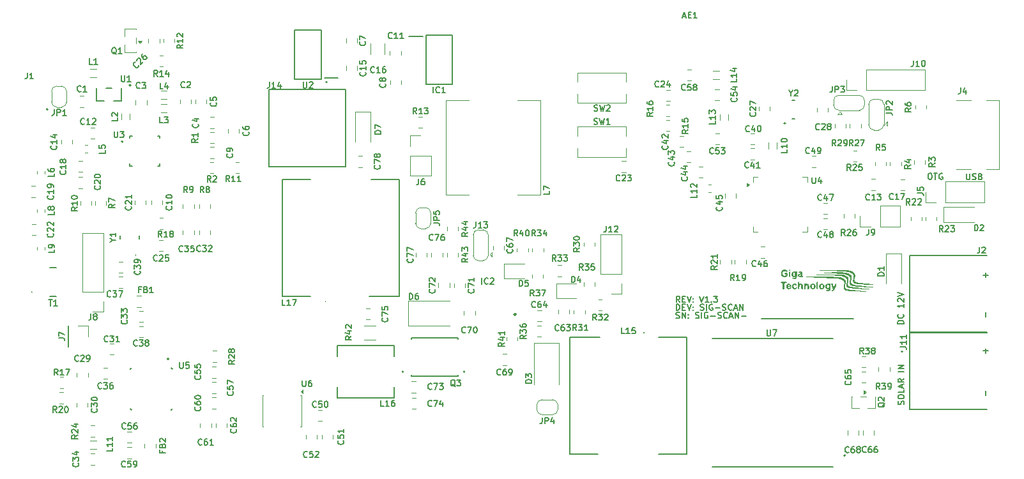
<source format=gbr>
%TF.GenerationSoftware,KiCad,Pcbnew,9.0.7*%
%TF.CreationDate,2026-01-08T10:05:19+02:00*%
%TF.ProjectId,sig_scan_pcb,7369675f-7363-4616-9e5f-7063622e6b69,1*%
%TF.SameCoordinates,Original*%
%TF.FileFunction,Legend,Top*%
%TF.FilePolarity,Positive*%
%FSLAX46Y46*%
G04 Gerber Fmt 4.6, Leading zero omitted, Abs format (unit mm)*
G04 Created by KiCad (PCBNEW 9.0.7) date 2026-01-08 10:05:19*
%MOMM*%
%LPD*%
G01*
G04 APERTURE LIST*
%ADD10C,0.000000*%
%ADD11C,0.150000*%
%ADD12C,0.120000*%
%ADD13C,0.200000*%
%ADD14C,0.127000*%
%ADD15C,0.250000*%
%ADD16C,0.100000*%
%ADD17C,0.152400*%
G04 APERTURE END LIST*
D10*
G36*
X125540046Y-54541225D02*
G01*
X125539066Y-54629541D01*
X125535970Y-54709492D01*
X125530523Y-54781395D01*
X125526844Y-54814426D01*
X125522490Y-54845565D01*
X125517429Y-54874849D01*
X125511635Y-54902320D01*
X125505075Y-54928015D01*
X125497723Y-54951975D01*
X125489547Y-54974240D01*
X125480519Y-54994848D01*
X125470610Y-55013840D01*
X125459789Y-55031255D01*
X125448028Y-55047133D01*
X125435296Y-55061513D01*
X125421566Y-55074435D01*
X125406807Y-55085938D01*
X125390990Y-55096062D01*
X125374085Y-55104846D01*
X125356063Y-55112330D01*
X125336895Y-55118554D01*
X125316552Y-55123557D01*
X125295004Y-55127379D01*
X125272221Y-55130059D01*
X125248174Y-55131637D01*
X125222834Y-55132152D01*
X125196171Y-55131644D01*
X125168157Y-55130153D01*
X125138761Y-55127718D01*
X125114618Y-55125047D01*
X125090891Y-55121689D01*
X125067707Y-55117680D01*
X125045192Y-55113056D01*
X125023473Y-55107853D01*
X125002676Y-55102107D01*
X124982929Y-55095855D01*
X124964357Y-55089133D01*
X124947087Y-55081977D01*
X124931246Y-55074422D01*
X124916960Y-55066507D01*
X124910440Y-55062424D01*
X124904357Y-55058265D01*
X124898725Y-55054033D01*
X124893562Y-55049734D01*
X124888883Y-55045371D01*
X124884703Y-55040950D01*
X124881038Y-55036474D01*
X124877905Y-55031949D01*
X124875319Y-55027378D01*
X124873296Y-55022767D01*
X124869478Y-55010751D01*
X124867351Y-55000146D01*
X124866953Y-54995362D01*
X124867015Y-54990916D01*
X124867550Y-54986805D01*
X124868569Y-54983024D01*
X124870086Y-54979569D01*
X124872113Y-54976435D01*
X124874662Y-54973617D01*
X124877745Y-54971111D01*
X124881376Y-54968913D01*
X124885566Y-54967017D01*
X124895675Y-54964117D01*
X124908172Y-54962375D01*
X124923155Y-54961754D01*
X124940725Y-54962218D01*
X124960980Y-54963732D01*
X124984021Y-54966258D01*
X125009947Y-54969760D01*
X125070851Y-54979551D01*
X125100817Y-54984899D01*
X125128259Y-54989342D01*
X125141059Y-54991214D01*
X125153259Y-54992845D01*
X125164869Y-54994233D01*
X125175899Y-54995371D01*
X125186360Y-54996257D01*
X125196260Y-54996885D01*
X125205612Y-54997250D01*
X125214424Y-54997349D01*
X125222707Y-54997176D01*
X125230471Y-54996728D01*
X125237727Y-54995999D01*
X125244484Y-54994986D01*
X125250753Y-54993683D01*
X125256544Y-54992086D01*
X125261866Y-54990190D01*
X125266731Y-54987992D01*
X125271148Y-54985486D01*
X125275128Y-54982668D01*
X125278680Y-54979534D01*
X125281815Y-54976079D01*
X125284544Y-54972298D01*
X125286875Y-54968187D01*
X125288820Y-54963741D01*
X125290388Y-54958957D01*
X125291591Y-54953828D01*
X125292437Y-54948352D01*
X125292937Y-54942523D01*
X125293101Y-54936336D01*
X125292957Y-54930675D01*
X125292523Y-54925266D01*
X125291799Y-54920107D01*
X125290786Y-54915199D01*
X125289484Y-54910539D01*
X125287892Y-54906127D01*
X125286011Y-54901961D01*
X125283841Y-54898041D01*
X125281381Y-54894364D01*
X125278632Y-54890931D01*
X125275593Y-54887740D01*
X125272265Y-54884789D01*
X125268648Y-54882078D01*
X125264741Y-54879606D01*
X125260545Y-54877371D01*
X125256060Y-54875372D01*
X125251285Y-54873608D01*
X125246221Y-54872079D01*
X125235224Y-54869717D01*
X125223070Y-54868277D01*
X125209758Y-54867751D01*
X125195288Y-54868130D01*
X125179661Y-54869403D01*
X125162877Y-54871563D01*
X125144935Y-54874600D01*
X125135203Y-54876734D01*
X125125680Y-54878507D01*
X125116358Y-54879918D01*
X125107230Y-54880967D01*
X125098287Y-54881654D01*
X125089521Y-54881980D01*
X125080926Y-54881943D01*
X125072491Y-54881545D01*
X125064211Y-54880786D01*
X125056076Y-54879664D01*
X125048079Y-54878181D01*
X125040212Y-54876336D01*
X125032468Y-54874130D01*
X125024837Y-54871562D01*
X125017313Y-54868631D01*
X125009887Y-54865340D01*
X125002552Y-54861686D01*
X124995299Y-54857671D01*
X124988120Y-54853294D01*
X124981009Y-54848555D01*
X124973956Y-54843455D01*
X124966954Y-54837993D01*
X124959995Y-54832169D01*
X124953071Y-54825983D01*
X124939296Y-54812526D01*
X124925567Y-54797623D01*
X124911819Y-54781272D01*
X124897990Y-54763475D01*
X124876286Y-54730599D01*
X124857476Y-54698990D01*
X124841560Y-54668465D01*
X124828537Y-54638845D01*
X124823111Y-54624318D01*
X124818409Y-54609949D01*
X124814430Y-54595715D01*
X124811174Y-54581595D01*
X124808642Y-54567565D01*
X124806833Y-54553603D01*
X124805748Y-54539686D01*
X124805386Y-54525791D01*
X124805748Y-54511897D01*
X124806833Y-54497980D01*
X124806948Y-54497092D01*
X125048830Y-54497092D01*
X125049245Y-54513183D01*
X125050187Y-54529155D01*
X125051643Y-54544951D01*
X125053601Y-54560517D01*
X125056049Y-54575796D01*
X125058973Y-54590735D01*
X125062363Y-54605276D01*
X125066204Y-54619366D01*
X125070485Y-54632948D01*
X125075194Y-54645966D01*
X125080317Y-54658367D01*
X125085842Y-54670094D01*
X125091758Y-54681092D01*
X125098051Y-54691305D01*
X125104710Y-54700678D01*
X125111721Y-54709156D01*
X125119072Y-54716683D01*
X125126751Y-54723204D01*
X125134746Y-54728664D01*
X125143043Y-54733007D01*
X125151631Y-54736178D01*
X125160497Y-54738121D01*
X125169629Y-54738781D01*
X125180843Y-54738051D01*
X125191333Y-54735839D01*
X125196307Y-54734165D01*
X125201100Y-54732107D01*
X125205712Y-54729660D01*
X125210143Y-54726819D01*
X125214394Y-54723581D01*
X125218463Y-54719940D01*
X125226060Y-54711434D01*
X125232933Y-54701263D01*
X125239082Y-54689392D01*
X125244508Y-54675785D01*
X125249211Y-54660405D01*
X125253190Y-54643216D01*
X125256446Y-54624183D01*
X125258978Y-54603269D01*
X125260786Y-54580437D01*
X125261872Y-54555652D01*
X125262233Y-54528878D01*
X125261860Y-54508372D01*
X125260762Y-54488547D01*
X125258978Y-54469432D01*
X125256542Y-54451057D01*
X125253491Y-54433450D01*
X125249862Y-54416641D01*
X125245690Y-54400659D01*
X125241012Y-54385534D01*
X125235863Y-54371296D01*
X125230280Y-54357973D01*
X125224299Y-54345596D01*
X125217957Y-54334192D01*
X125211289Y-54323793D01*
X125204332Y-54314426D01*
X125197121Y-54306123D01*
X125189693Y-54298911D01*
X125182085Y-54292821D01*
X125174332Y-54287881D01*
X125166470Y-54284122D01*
X125158536Y-54281572D01*
X125150566Y-54280261D01*
X125142596Y-54280218D01*
X125134661Y-54281473D01*
X125126800Y-54284056D01*
X125119047Y-54287995D01*
X125111438Y-54293319D01*
X125104010Y-54300059D01*
X125096800Y-54308244D01*
X125089842Y-54317902D01*
X125083174Y-54329065D01*
X125076832Y-54341760D01*
X125070851Y-54356017D01*
X125065966Y-54370694D01*
X125061719Y-54385750D01*
X125058098Y-54401129D01*
X125055092Y-54416776D01*
X125052686Y-54432636D01*
X125050870Y-54448653D01*
X125049630Y-54464771D01*
X125048954Y-54480936D01*
X125048830Y-54497092D01*
X124806948Y-54497092D01*
X124808642Y-54484018D01*
X124811174Y-54469987D01*
X124814430Y-54455867D01*
X124818409Y-54441633D01*
X124823111Y-54427264D01*
X124828537Y-54412737D01*
X124841560Y-54383117D01*
X124857476Y-54352592D01*
X124876286Y-54320983D01*
X124897990Y-54288107D01*
X124911985Y-54269286D01*
X124926314Y-54252139D01*
X124941168Y-54236601D01*
X124956736Y-54222609D01*
X124973209Y-54210101D01*
X124990775Y-54199012D01*
X125009626Y-54189280D01*
X125029951Y-54180841D01*
X125051940Y-54173632D01*
X125075783Y-54167589D01*
X125101670Y-54162650D01*
X125129790Y-54158751D01*
X125160334Y-54155828D01*
X125193492Y-54153819D01*
X125229453Y-54152660D01*
X125268407Y-54152288D01*
X125540046Y-54152288D01*
X125540046Y-54541225D01*
G37*
G36*
X129028136Y-54843732D02*
G01*
X129742322Y-54850340D01*
X130294305Y-54857237D01*
X130517022Y-54861246D01*
X130708250Y-54865870D01*
X130871010Y-54871290D01*
X131008322Y-54877687D01*
X131123206Y-54885241D01*
X131173181Y-54889509D01*
X131218682Y-54894134D01*
X131260087Y-54899139D01*
X131297773Y-54904546D01*
X131332117Y-54910378D01*
X131363497Y-54916658D01*
X131392291Y-54923408D01*
X131418876Y-54930651D01*
X131443629Y-54938409D01*
X131466929Y-54946706D01*
X131489153Y-54955563D01*
X131510678Y-54965004D01*
X131553143Y-54985725D01*
X131578939Y-54999158D01*
X131605269Y-55013892D01*
X131631943Y-55029784D01*
X131658770Y-55046690D01*
X131685561Y-55064463D01*
X131712126Y-55082960D01*
X131738275Y-55102035D01*
X131763818Y-55121545D01*
X131788565Y-55141344D01*
X131812326Y-55161287D01*
X131834912Y-55181231D01*
X131856132Y-55201030D01*
X131875797Y-55220539D01*
X131893717Y-55239615D01*
X131909701Y-55258112D01*
X131923560Y-55275885D01*
X131943172Y-55304625D01*
X131960360Y-55331013D01*
X131975161Y-55355593D01*
X131987611Y-55378907D01*
X131997745Y-55401497D01*
X132005601Y-55423907D01*
X132011214Y-55446678D01*
X132014620Y-55470354D01*
X132015856Y-55495476D01*
X132014958Y-55522588D01*
X132011961Y-55552232D01*
X132006903Y-55584951D01*
X131999819Y-55621287D01*
X131990746Y-55661784D01*
X131966775Y-55757426D01*
X131937512Y-55880279D01*
X131917880Y-55990155D01*
X131909408Y-56087966D01*
X131909834Y-56132634D01*
X131913624Y-56174627D01*
X131920967Y-56214062D01*
X131932056Y-56251051D01*
X131947080Y-56285710D01*
X131966232Y-56318152D01*
X131989702Y-56348491D01*
X132017681Y-56376842D01*
X132050361Y-56403318D01*
X132087932Y-56428035D01*
X132130585Y-56451105D01*
X132178512Y-56472644D01*
X132290950Y-56511584D01*
X132426774Y-56545766D01*
X132587512Y-56576105D01*
X132774694Y-56603514D01*
X132989846Y-56628906D01*
X133510178Y-56677294D01*
X133961912Y-56718388D01*
X134161409Y-56737849D01*
X134336670Y-56756008D01*
X134482702Y-56772431D01*
X134594514Y-56786683D01*
X134667114Y-56798331D01*
X134687150Y-56803043D01*
X134695510Y-56806940D01*
X134693245Y-56810635D01*
X134678840Y-56813632D01*
X134616556Y-56817648D01*
X134378727Y-56818516D01*
X133615129Y-56797680D01*
X132782077Y-56758323D01*
X132457432Y-56736040D01*
X132256934Y-56714336D01*
X132162270Y-56696836D01*
X132077236Y-56676487D01*
X132038266Y-56665122D01*
X132001626Y-56652900D01*
X131967290Y-56639771D01*
X131935231Y-56625687D01*
X131905424Y-56610599D01*
X131877844Y-56594459D01*
X131852462Y-56577217D01*
X131829255Y-56558826D01*
X131808196Y-56539237D01*
X131789258Y-56518401D01*
X131772416Y-56496269D01*
X131757644Y-56472794D01*
X131744915Y-56447925D01*
X131734205Y-56421616D01*
X131725486Y-56393816D01*
X131718733Y-56364478D01*
X131713920Y-56333553D01*
X131711021Y-56300992D01*
X131710009Y-56266747D01*
X131710860Y-56230769D01*
X131713546Y-56193009D01*
X131718042Y-56153419D01*
X131732359Y-56068555D01*
X131753603Y-55975786D01*
X131781567Y-55874725D01*
X131789614Y-55846092D01*
X131796386Y-55818059D01*
X131801874Y-55790615D01*
X131806068Y-55763745D01*
X131808960Y-55737435D01*
X131810542Y-55711673D01*
X131810802Y-55686444D01*
X131809734Y-55661736D01*
X131807327Y-55637533D01*
X131803572Y-55613824D01*
X131798461Y-55590594D01*
X131791984Y-55567829D01*
X131784133Y-55545517D01*
X131774898Y-55523643D01*
X131764271Y-55502195D01*
X131752242Y-55481157D01*
X131738802Y-55460518D01*
X131723942Y-55440263D01*
X131707653Y-55420379D01*
X131689927Y-55400852D01*
X131670753Y-55381669D01*
X131650124Y-55362816D01*
X131628029Y-55344279D01*
X131604461Y-55326045D01*
X131579409Y-55308101D01*
X131552865Y-55290433D01*
X131495265Y-55255869D01*
X131431588Y-55222246D01*
X131361761Y-55189454D01*
X131264623Y-55151569D01*
X131146070Y-55120194D01*
X130987582Y-55093739D01*
X130770638Y-55070612D01*
X130476716Y-55049222D01*
X130087296Y-55027976D01*
X128947879Y-54979551D01*
X128117046Y-54942896D01*
X127431486Y-54908555D01*
X127165430Y-54892976D01*
X126962388Y-54878844D01*
X126831259Y-54866449D01*
X126795443Y-54860993D01*
X126780942Y-54856079D01*
X126820781Y-54849725D01*
X126948015Y-54844600D01*
X127427627Y-54838330D01*
X128145695Y-54837848D01*
X129028136Y-54843732D01*
G37*
G36*
X125761276Y-55510644D02*
G01*
X125766319Y-55511129D01*
X125771246Y-55511932D01*
X125776054Y-55513050D01*
X125780740Y-55514481D01*
X125785301Y-55516220D01*
X125789733Y-55518264D01*
X125794032Y-55520611D01*
X125798196Y-55523255D01*
X125802221Y-55526195D01*
X125806103Y-55529426D01*
X125809840Y-55532946D01*
X125813427Y-55536750D01*
X125816862Y-55540836D01*
X125823260Y-55549839D01*
X125829007Y-55559927D01*
X125834076Y-55571073D01*
X125838440Y-55583250D01*
X125842071Y-55596430D01*
X125844942Y-55610588D01*
X125847026Y-55625695D01*
X125848297Y-55641724D01*
X125848726Y-55658649D01*
X125849038Y-55680516D01*
X125850065Y-55699887D01*
X125851941Y-55716870D01*
X125853241Y-55724500D01*
X125854804Y-55731575D01*
X125856647Y-55738106D01*
X125858787Y-55744109D01*
X125861242Y-55749596D01*
X125864028Y-55754581D01*
X125867162Y-55759078D01*
X125870661Y-55763100D01*
X125874542Y-55766661D01*
X125878823Y-55769774D01*
X125883519Y-55772453D01*
X125888648Y-55774711D01*
X125894228Y-55776563D01*
X125900274Y-55778021D01*
X125906804Y-55779100D01*
X125913834Y-55779812D01*
X125921383Y-55780171D01*
X125929466Y-55780192D01*
X125947304Y-55779269D01*
X125967484Y-55777153D01*
X125990142Y-55773952D01*
X126015414Y-55769774D01*
X126035363Y-55766318D01*
X126054697Y-55764054D01*
X126073413Y-55762976D01*
X126091511Y-55763081D01*
X126108989Y-55764367D01*
X126125847Y-55766830D01*
X126142083Y-55770466D01*
X126157696Y-55775272D01*
X126172685Y-55781245D01*
X126187050Y-55788380D01*
X126200787Y-55796676D01*
X126213898Y-55806128D01*
X126226380Y-55816733D01*
X126238232Y-55828488D01*
X126249454Y-55841389D01*
X126260043Y-55855432D01*
X126270000Y-55870616D01*
X126279322Y-55886935D01*
X126288009Y-55904387D01*
X126296060Y-55922968D01*
X126310247Y-55963505D01*
X126321876Y-56008519D01*
X126330936Y-56057981D01*
X126337418Y-56111866D01*
X126341314Y-56170146D01*
X126342615Y-56232794D01*
X126342382Y-56272401D01*
X126341614Y-56308011D01*
X126340214Y-56339823D01*
X126339246Y-56354366D01*
X126338081Y-56368035D01*
X126336709Y-56380854D01*
X126335117Y-56392847D01*
X126333291Y-56404040D01*
X126331221Y-56414458D01*
X126328892Y-56424125D01*
X126326293Y-56433066D01*
X126323412Y-56441306D01*
X126320236Y-56448871D01*
X126316752Y-56455784D01*
X126312948Y-56462071D01*
X126308812Y-56467757D01*
X126304332Y-56472866D01*
X126299494Y-56477423D01*
X126294286Y-56481454D01*
X126288696Y-56484983D01*
X126282712Y-56488035D01*
X126276321Y-56490634D01*
X126269510Y-56492807D01*
X126262268Y-56494577D01*
X126254581Y-56495969D01*
X126246438Y-56497008D01*
X126237825Y-56497720D01*
X126228731Y-56498129D01*
X126219143Y-56498260D01*
X126200461Y-56497720D01*
X126183705Y-56495969D01*
X126168776Y-56492807D01*
X126161965Y-56490634D01*
X126155574Y-56488035D01*
X126149590Y-56484983D01*
X126144000Y-56481454D01*
X126138792Y-56477423D01*
X126133954Y-56472866D01*
X126129474Y-56467757D01*
X126125338Y-56462071D01*
X126121534Y-56455784D01*
X126118050Y-56448871D01*
X126111993Y-56433066D01*
X126107065Y-56414458D01*
X126103169Y-56392847D01*
X126100205Y-56368035D01*
X126098072Y-56339823D01*
X126096672Y-56308011D01*
X126095904Y-56272401D01*
X126095671Y-56232794D01*
X126095457Y-56205114D01*
X126094827Y-56177750D01*
X126093799Y-56150875D01*
X126092391Y-56124660D01*
X126090622Y-56099277D01*
X126088508Y-56074897D01*
X126086070Y-56051693D01*
X126083324Y-56029837D01*
X126080288Y-56009500D01*
X126076981Y-55990854D01*
X126073421Y-55974071D01*
X126069626Y-55959323D01*
X126065614Y-55946781D01*
X126061402Y-55936618D01*
X126059228Y-55932482D01*
X126057010Y-55929005D01*
X126054752Y-55926208D01*
X126052455Y-55924114D01*
X126044267Y-55916818D01*
X126035924Y-55911105D01*
X126027455Y-55906932D01*
X126018886Y-55904255D01*
X126010246Y-55903029D01*
X126001559Y-55903210D01*
X125992855Y-55904755D01*
X125984160Y-55907619D01*
X125975501Y-55911758D01*
X125966905Y-55917128D01*
X125958400Y-55923685D01*
X125950012Y-55931385D01*
X125933698Y-55950037D01*
X125918180Y-55972731D01*
X125903674Y-55999115D01*
X125890398Y-56028836D01*
X125878570Y-56061542D01*
X125868405Y-56096879D01*
X125860121Y-56134495D01*
X125853935Y-56174037D01*
X125850065Y-56215152D01*
X125848726Y-56257489D01*
X125848433Y-56288679D01*
X125847533Y-56317465D01*
X125846847Y-56330972D01*
X125846000Y-56343898D01*
X125844988Y-56356251D01*
X125843807Y-56368035D01*
X125842454Y-56379259D01*
X125840927Y-56389929D01*
X125839220Y-56400052D01*
X125837332Y-56409635D01*
X125835258Y-56418684D01*
X125832996Y-56427206D01*
X125830541Y-56435208D01*
X125827891Y-56442697D01*
X125825041Y-56449680D01*
X125821990Y-56456163D01*
X125818732Y-56462153D01*
X125815266Y-56467657D01*
X125811587Y-56472682D01*
X125807692Y-56477234D01*
X125803578Y-56481320D01*
X125799241Y-56484948D01*
X125794678Y-56488123D01*
X125789886Y-56490853D01*
X125784860Y-56493145D01*
X125779599Y-56495004D01*
X125774098Y-56496439D01*
X125768353Y-56497455D01*
X125762363Y-56498060D01*
X125756122Y-56498260D01*
X125742874Y-56497054D01*
X125730873Y-56493244D01*
X125720066Y-56486540D01*
X125710399Y-56476652D01*
X125701817Y-56463292D01*
X125694266Y-56446170D01*
X125687691Y-56424996D01*
X125682039Y-56399482D01*
X125677255Y-56369337D01*
X125673285Y-56334273D01*
X125670075Y-56294000D01*
X125667570Y-56248229D01*
X125664459Y-56139033D01*
X125663518Y-56004371D01*
X125663744Y-55933712D01*
X125664459Y-55869709D01*
X125665716Y-55812073D01*
X125666565Y-55785551D01*
X125667570Y-55760513D01*
X125668737Y-55736922D01*
X125670075Y-55714742D01*
X125671588Y-55693936D01*
X125673285Y-55674469D01*
X125675172Y-55656303D01*
X125677255Y-55639404D01*
X125679542Y-55623735D01*
X125682039Y-55609260D01*
X125684753Y-55595942D01*
X125687691Y-55583745D01*
X125690860Y-55572634D01*
X125694266Y-55562572D01*
X125697916Y-55553522D01*
X125701817Y-55545450D01*
X125705976Y-55538318D01*
X125710399Y-55532090D01*
X125715094Y-55526730D01*
X125717545Y-55524364D01*
X125720066Y-55522202D01*
X125722659Y-55520239D01*
X125725324Y-55518470D01*
X125728062Y-55516892D01*
X125730873Y-55515498D01*
X125736721Y-55513249D01*
X125742874Y-55511688D01*
X125749339Y-55510777D01*
X125756122Y-55510482D01*
X125761276Y-55510644D01*
G37*
G36*
X124468924Y-55761285D02*
G01*
X124485666Y-55763030D01*
X124502294Y-55765657D01*
X124518769Y-55769165D01*
X124535050Y-55773548D01*
X124551095Y-55778804D01*
X124566864Y-55784929D01*
X124582317Y-55791920D01*
X124597413Y-55799774D01*
X124612110Y-55808486D01*
X124626370Y-55818055D01*
X124640149Y-55828475D01*
X124653409Y-55839745D01*
X124666108Y-55851861D01*
X124678206Y-55864818D01*
X124689662Y-55878614D01*
X124700435Y-55893246D01*
X124727197Y-55932182D01*
X124749582Y-55968016D01*
X124759122Y-55984796D01*
X124767555Y-56000830D01*
X124774875Y-56016130D01*
X124781078Y-56030705D01*
X124786159Y-56044566D01*
X124790115Y-56057722D01*
X124792940Y-56070185D01*
X124794631Y-56081963D01*
X124795181Y-56093068D01*
X124794588Y-56103509D01*
X124792847Y-56113297D01*
X124789952Y-56122441D01*
X124785900Y-56130953D01*
X124780686Y-56138841D01*
X124774305Y-56146117D01*
X124766753Y-56152791D01*
X124758025Y-56158872D01*
X124748117Y-56164371D01*
X124737025Y-56169298D01*
X124724743Y-56173663D01*
X124711268Y-56177476D01*
X124696594Y-56180748D01*
X124680718Y-56183489D01*
X124663634Y-56185709D01*
X124645339Y-56187417D01*
X124625827Y-56188625D01*
X124583136Y-56189579D01*
X124569480Y-56189670D01*
X124556292Y-56189941D01*
X124543570Y-56190393D01*
X124531312Y-56191026D01*
X124519514Y-56191840D01*
X124508176Y-56192835D01*
X124497294Y-56194010D01*
X124486866Y-56195367D01*
X124476891Y-56196904D01*
X124467366Y-56198623D01*
X124458288Y-56200522D01*
X124449656Y-56202602D01*
X124441467Y-56204863D01*
X124433719Y-56207304D01*
X124426409Y-56209927D01*
X124419536Y-56212730D01*
X124413096Y-56215715D01*
X124407089Y-56218880D01*
X124401511Y-56222226D01*
X124396360Y-56225753D01*
X124391635Y-56229461D01*
X124387332Y-56233349D01*
X124383450Y-56237419D01*
X124379986Y-56241669D01*
X124376938Y-56246100D01*
X124374304Y-56250712D01*
X124372081Y-56255505D01*
X124370267Y-56260479D01*
X124368861Y-56265634D01*
X124367859Y-56270970D01*
X124367259Y-56276486D01*
X124367060Y-56282183D01*
X124367345Y-56291769D01*
X124368183Y-56300843D01*
X124369547Y-56309402D01*
X124371413Y-56317440D01*
X124373753Y-56324955D01*
X124376542Y-56331940D01*
X124379754Y-56338392D01*
X124383362Y-56344305D01*
X124387341Y-56349676D01*
X124391665Y-56354500D01*
X124396308Y-56358772D01*
X124401244Y-56362489D01*
X124406446Y-56365644D01*
X124411889Y-56368234D01*
X124417547Y-56370255D01*
X124423394Y-56371701D01*
X124429404Y-56372568D01*
X124435550Y-56372852D01*
X124441807Y-56372549D01*
X124448149Y-56371652D01*
X124454549Y-56370160D01*
X124460983Y-56368065D01*
X124467423Y-56365365D01*
X124473844Y-56362054D01*
X124480220Y-56358129D01*
X124486524Y-56353584D01*
X124492732Y-56348415D01*
X124498816Y-56342617D01*
X124504751Y-56336187D01*
X124510510Y-56329119D01*
X124516069Y-56321408D01*
X124521400Y-56313051D01*
X124523315Y-56309615D01*
X124525578Y-56306254D01*
X124531095Y-56299764D01*
X124537841Y-56293599D01*
X124545709Y-56287778D01*
X124554589Y-56282319D01*
X124564374Y-56277240D01*
X124574955Y-56272558D01*
X124586223Y-56268293D01*
X124598070Y-56264461D01*
X124610387Y-56261082D01*
X124623066Y-56258173D01*
X124635998Y-56255753D01*
X124649074Y-56253839D01*
X124662187Y-56252449D01*
X124675228Y-56251602D01*
X124688088Y-56251315D01*
X124709864Y-56251413D01*
X124728891Y-56251810D01*
X124745169Y-56252658D01*
X124758698Y-56254113D01*
X124764432Y-56255115D01*
X124769478Y-56256327D01*
X124773837Y-56257767D01*
X124777508Y-56259454D01*
X124780493Y-56261409D01*
X124782790Y-56263649D01*
X124784400Y-56266195D01*
X124785322Y-56269064D01*
X124785557Y-56272278D01*
X124785105Y-56275855D01*
X124783965Y-56279813D01*
X124782139Y-56284173D01*
X124779625Y-56288953D01*
X124776423Y-56294173D01*
X124772535Y-56299852D01*
X124767959Y-56306010D01*
X124756745Y-56319835D01*
X124742782Y-56335805D01*
X124726070Y-56354071D01*
X124706608Y-56374788D01*
X124693628Y-56388280D01*
X124680173Y-56400974D01*
X124666278Y-56412868D01*
X124651974Y-56423959D01*
X124637296Y-56434246D01*
X124622274Y-56443725D01*
X124606943Y-56452395D01*
X124591336Y-56460253D01*
X124575483Y-56467298D01*
X124559420Y-56473526D01*
X124543178Y-56478936D01*
X124526790Y-56483525D01*
X124510289Y-56487291D01*
X124493708Y-56490232D01*
X124477079Y-56492346D01*
X124460436Y-56493629D01*
X124443810Y-56494081D01*
X124427236Y-56493699D01*
X124410745Y-56492480D01*
X124394371Y-56490422D01*
X124378146Y-56487523D01*
X124362103Y-56483781D01*
X124346274Y-56479194D01*
X124330693Y-56473758D01*
X124315393Y-56467473D01*
X124300406Y-56460335D01*
X124285764Y-56452342D01*
X124271502Y-56443493D01*
X124257650Y-56433785D01*
X124244243Y-56423215D01*
X124231313Y-56411781D01*
X124218893Y-56399482D01*
X124207679Y-56387411D01*
X124197189Y-56374390D01*
X124187422Y-56360483D01*
X124178379Y-56345752D01*
X124170059Y-56330263D01*
X124162462Y-56314076D01*
X124155590Y-56297257D01*
X124149440Y-56279868D01*
X124139311Y-56243635D01*
X124132077Y-56205881D01*
X124127736Y-56167116D01*
X124126289Y-56127843D01*
X124127736Y-56088571D01*
X124132077Y-56049805D01*
X124138935Y-56014017D01*
X124336867Y-56014017D01*
X124337007Y-56018268D01*
X124337499Y-56022337D01*
X124338341Y-56026226D01*
X124339532Y-56029934D01*
X124341071Y-56033460D01*
X124342958Y-56036807D01*
X124345190Y-56039972D01*
X124347767Y-56042956D01*
X124350688Y-56045759D01*
X124353951Y-56048382D01*
X124357556Y-56050824D01*
X124361501Y-56053085D01*
X124365785Y-56055165D01*
X124370407Y-56057064D01*
X124375366Y-56058782D01*
X124380661Y-56060319D01*
X124386290Y-56061676D01*
X124392253Y-56062851D01*
X124405175Y-56064660D01*
X124419416Y-56065745D01*
X124434970Y-56066107D01*
X124441824Y-56066017D01*
X124448492Y-56065750D01*
X124454971Y-56065308D01*
X124461256Y-56064696D01*
X124467341Y-56063917D01*
X124473223Y-56062974D01*
X124478897Y-56061870D01*
X124484358Y-56060609D01*
X124489603Y-56059194D01*
X124494626Y-56057629D01*
X124499422Y-56055917D01*
X124503989Y-56054061D01*
X124508320Y-56052066D01*
X124512411Y-56049933D01*
X124516258Y-56047667D01*
X124519857Y-56045271D01*
X124523202Y-56042749D01*
X124526290Y-56040103D01*
X124529115Y-56037337D01*
X124531673Y-56034455D01*
X124533961Y-56031460D01*
X124535972Y-56028355D01*
X124537703Y-56025145D01*
X124539149Y-56021831D01*
X124540306Y-56018417D01*
X124541169Y-56014908D01*
X124541733Y-56011306D01*
X124541995Y-56007614D01*
X124541949Y-56003837D01*
X124541591Y-55999977D01*
X124540916Y-55996038D01*
X124539921Y-55992024D01*
X124536218Y-55981896D01*
X124532074Y-55972350D01*
X124527519Y-55963389D01*
X124522582Y-55955018D01*
X124517292Y-55947239D01*
X124511678Y-55940056D01*
X124505771Y-55933472D01*
X124499600Y-55927490D01*
X124493193Y-55922114D01*
X124486580Y-55917348D01*
X124479791Y-55913194D01*
X124472855Y-55909657D01*
X124465802Y-55906738D01*
X124458660Y-55904443D01*
X124451460Y-55902774D01*
X124444230Y-55901735D01*
X124437000Y-55901328D01*
X124429800Y-55901558D01*
X124422658Y-55902428D01*
X124415605Y-55903941D01*
X124408669Y-55906101D01*
X124401880Y-55908911D01*
X124395267Y-55912374D01*
X124388860Y-55916493D01*
X124382689Y-55921273D01*
X124376782Y-55926717D01*
X124371168Y-55932827D01*
X124365878Y-55939608D01*
X124360941Y-55947063D01*
X124356386Y-55955195D01*
X124352242Y-55964007D01*
X124348539Y-55973503D01*
X124345826Y-55979200D01*
X124343473Y-55984717D01*
X124341480Y-55990052D01*
X124339845Y-55995207D01*
X124338568Y-56000181D01*
X124337646Y-56004974D01*
X124337080Y-56009586D01*
X124336867Y-56014017D01*
X124138935Y-56014017D01*
X124139311Y-56012052D01*
X124149440Y-55975818D01*
X124155590Y-55958429D01*
X124162462Y-55941610D01*
X124170059Y-55925424D01*
X124178379Y-55909934D01*
X124187422Y-55895204D01*
X124197189Y-55881297D01*
X124207679Y-55868276D01*
X124218893Y-55856204D01*
X124231909Y-55843362D01*
X124245463Y-55831457D01*
X124259514Y-55820486D01*
X124274022Y-55810445D01*
X124288945Y-55801331D01*
X124304245Y-55793140D01*
X124319878Y-55785870D01*
X124335806Y-55779516D01*
X124351987Y-55774076D01*
X124368380Y-55769546D01*
X124384945Y-55765923D01*
X124401642Y-55763202D01*
X124418428Y-55761382D01*
X124435265Y-55760457D01*
X124452111Y-55760426D01*
X124468924Y-55761285D01*
G37*
G36*
X131556133Y-53978462D02*
G01*
X131769778Y-53979894D01*
X131954295Y-53982248D01*
X132112423Y-53985651D01*
X132246902Y-53990230D01*
X132360473Y-53996112D01*
X132455876Y-54003422D01*
X132535852Y-54012287D01*
X132570910Y-54017343D01*
X132603139Y-54022835D01*
X132632881Y-54028779D01*
X132660478Y-54035191D01*
X132686274Y-54042087D01*
X132710610Y-54049483D01*
X132756275Y-54065836D01*
X132800212Y-54084378D01*
X132838754Y-54102715D01*
X132875661Y-54121833D01*
X132910927Y-54141714D01*
X132944545Y-54162344D01*
X132976507Y-54183706D01*
X133006808Y-54205785D01*
X133035441Y-54228565D01*
X133062398Y-54252030D01*
X133087673Y-54276164D01*
X133111259Y-54300952D01*
X133133150Y-54326377D01*
X133153338Y-54352424D01*
X133171817Y-54379076D01*
X133188580Y-54406319D01*
X133203620Y-54434136D01*
X133216931Y-54462512D01*
X133228505Y-54491430D01*
X133238337Y-54520875D01*
X133246418Y-54550830D01*
X133252743Y-54581281D01*
X133257304Y-54612211D01*
X133260095Y-54643605D01*
X133261109Y-54675447D01*
X133260339Y-54707720D01*
X133257779Y-54740409D01*
X133253421Y-54773498D01*
X133247259Y-54806972D01*
X133239286Y-54840814D01*
X133229496Y-54875009D01*
X133217880Y-54909541D01*
X133204434Y-54944393D01*
X133189150Y-54979551D01*
X133182428Y-54995296D01*
X133176176Y-55012325D01*
X133170430Y-55030475D01*
X133165227Y-55049583D01*
X133160603Y-55069488D01*
X133156594Y-55090025D01*
X133153236Y-55111033D01*
X133150565Y-55132348D01*
X133148617Y-55153808D01*
X133147430Y-55175250D01*
X133147038Y-55196511D01*
X133147478Y-55217429D01*
X133148786Y-55237839D01*
X133150999Y-55257581D01*
X133154152Y-55276491D01*
X133158282Y-55294406D01*
X133175466Y-55345463D01*
X133199966Y-55392351D01*
X133232876Y-55435387D01*
X133275291Y-55474887D01*
X133328305Y-55511168D01*
X133393012Y-55544545D01*
X133470506Y-55575337D01*
X133561882Y-55603858D01*
X133668233Y-55630426D01*
X133790655Y-55655357D01*
X133930241Y-55678968D01*
X134088085Y-55701575D01*
X134462927Y-55745043D01*
X134923934Y-55788294D01*
X135507895Y-55841397D01*
X135905345Y-55884371D01*
X136119613Y-55916349D01*
X136159093Y-55927942D01*
X136162102Y-55932593D01*
X136154026Y-55936461D01*
X136104827Y-55941797D01*
X136011912Y-55943841D01*
X135696600Y-55937619D01*
X135211417Y-55916928D01*
X134559691Y-55880899D01*
X134276413Y-55862933D01*
X134027193Y-55845401D01*
X133810059Y-55827290D01*
X133623039Y-55807587D01*
X133540205Y-55796823D01*
X133464161Y-55785280D01*
X133394661Y-55772833D01*
X133331456Y-55759356D01*
X133274301Y-55744721D01*
X133222951Y-55728801D01*
X133177157Y-55711471D01*
X133136674Y-55692604D01*
X133101255Y-55672072D01*
X133070654Y-55649750D01*
X133044625Y-55625511D01*
X133022920Y-55599228D01*
X133005294Y-55570774D01*
X132991500Y-55540024D01*
X132981292Y-55506850D01*
X132974424Y-55471125D01*
X132970648Y-55432724D01*
X132969718Y-55391519D01*
X132971388Y-55347385D01*
X132975412Y-55300193D01*
X132989535Y-55196134D01*
X133010115Y-55078329D01*
X133024208Y-55004189D01*
X133036329Y-54938676D01*
X133046388Y-54881012D01*
X133054295Y-54830420D01*
X133057413Y-54807533D01*
X133059959Y-54786123D01*
X133061922Y-54766091D01*
X133063290Y-54747342D01*
X133064052Y-54729777D01*
X133064197Y-54713300D01*
X133063714Y-54697812D01*
X133062591Y-54683218D01*
X133060816Y-54669420D01*
X133058379Y-54656320D01*
X133055269Y-54643822D01*
X133051473Y-54631828D01*
X133046981Y-54620241D01*
X133041782Y-54608963D01*
X133035863Y-54597898D01*
X133029214Y-54586948D01*
X133021824Y-54576017D01*
X133013681Y-54565006D01*
X133004774Y-54553819D01*
X132995091Y-54542359D01*
X132973353Y-54518228D01*
X132948379Y-54491836D01*
X132897722Y-54441276D01*
X132843801Y-54395844D01*
X132784363Y-54355168D01*
X132717157Y-54318879D01*
X132639932Y-54286604D01*
X132550434Y-54257975D01*
X132446412Y-54232618D01*
X132325615Y-54210165D01*
X132185791Y-54190244D01*
X132024688Y-54172485D01*
X131629637Y-54141966D01*
X131122449Y-54115644D01*
X130485108Y-54090552D01*
X129157782Y-54038076D01*
X128689745Y-54017626D01*
X128441643Y-54004121D01*
X128424476Y-54002894D01*
X128430188Y-54001541D01*
X128506273Y-53998526D01*
X128889230Y-53991774D01*
X130355462Y-53979427D01*
X131030496Y-53977859D01*
X131556133Y-53978462D01*
G37*
G36*
X128824961Y-55760634D02*
G01*
X128851793Y-55763235D01*
X128878483Y-55767715D01*
X128904897Y-55774026D01*
X128930901Y-55782121D01*
X128956363Y-55791952D01*
X128981149Y-55803472D01*
X129005126Y-55816634D01*
X129028160Y-55831389D01*
X129050117Y-55847691D01*
X129070866Y-55865492D01*
X129090271Y-55884744D01*
X129108200Y-55905400D01*
X129124519Y-55927413D01*
X129139095Y-55950735D01*
X129151794Y-55975318D01*
X129162484Y-56001115D01*
X129171030Y-56028079D01*
X129177300Y-56056162D01*
X129181160Y-56085317D01*
X129182476Y-56115496D01*
X129181177Y-56147953D01*
X129177368Y-56179312D01*
X129171178Y-56209522D01*
X129162737Y-56238534D01*
X129152176Y-56266298D01*
X129139624Y-56292764D01*
X129125211Y-56317883D01*
X129109068Y-56341604D01*
X129091324Y-56363879D01*
X129072109Y-56384657D01*
X129051554Y-56403888D01*
X129029788Y-56421524D01*
X129006941Y-56437513D01*
X128983144Y-56451807D01*
X128958525Y-56464355D01*
X128933217Y-56475109D01*
X128907347Y-56484017D01*
X128881047Y-56491031D01*
X128854446Y-56496101D01*
X128827674Y-56499176D01*
X128800862Y-56500208D01*
X128774139Y-56499146D01*
X128747635Y-56495941D01*
X128721481Y-56490543D01*
X128695806Y-56482902D01*
X128670740Y-56472968D01*
X128646414Y-56460693D01*
X128622956Y-56446025D01*
X128600499Y-56428916D01*
X128579170Y-56409315D01*
X128559101Y-56387173D01*
X128540421Y-56362440D01*
X128530155Y-56348208D01*
X128520224Y-56333369D01*
X128510673Y-56318042D01*
X128501546Y-56302344D01*
X128492890Y-56286393D01*
X128484750Y-56270306D01*
X128477170Y-56254202D01*
X128470196Y-56238196D01*
X128463873Y-56222408D01*
X128458247Y-56206955D01*
X128453362Y-56191953D01*
X128449264Y-56177521D01*
X128445997Y-56163777D01*
X128443608Y-56150837D01*
X128442142Y-56138820D01*
X128441643Y-56127843D01*
X128442142Y-56116866D01*
X128443269Y-56107626D01*
X128688844Y-56107626D01*
X128689317Y-56123629D01*
X128690377Y-56139532D01*
X128692012Y-56155287D01*
X128694207Y-56170842D01*
X128696949Y-56186149D01*
X128700225Y-56201157D01*
X128704021Y-56215817D01*
X128708324Y-56230079D01*
X128713119Y-56243894D01*
X128718394Y-56257211D01*
X128724134Y-56269981D01*
X128730326Y-56282154D01*
X128736957Y-56293681D01*
X128744013Y-56304511D01*
X128751481Y-56314595D01*
X128759347Y-56323883D01*
X128767596Y-56332326D01*
X128776217Y-56339873D01*
X128785195Y-56346476D01*
X128794516Y-56352083D01*
X128804168Y-56356647D01*
X128814136Y-56360115D01*
X128824407Y-56362440D01*
X128835292Y-56364094D01*
X128845942Y-56364455D01*
X128856339Y-56363571D01*
X128866465Y-56361488D01*
X128876301Y-56358251D01*
X128885830Y-56353908D01*
X128895033Y-56348504D01*
X128903892Y-56342087D01*
X128912390Y-56334701D01*
X128920508Y-56326395D01*
X128928228Y-56317213D01*
X128935532Y-56307203D01*
X128948820Y-56284883D01*
X128960226Y-56259804D01*
X128969607Y-56232338D01*
X128976818Y-56202855D01*
X128981713Y-56171726D01*
X128984149Y-56139322D01*
X128983980Y-56106014D01*
X128981062Y-56072172D01*
X128975250Y-56038167D01*
X128971214Y-56021220D01*
X128966400Y-56004371D01*
X128962011Y-55991404D01*
X128956978Y-55979131D01*
X128951341Y-55967559D01*
X128945142Y-55956694D01*
X128938423Y-55946544D01*
X128931225Y-55937115D01*
X128923592Y-55928414D01*
X128915564Y-55920448D01*
X128907183Y-55913224D01*
X128898491Y-55906748D01*
X128889531Y-55901027D01*
X128880343Y-55896067D01*
X128870970Y-55891877D01*
X128861453Y-55888462D01*
X128851834Y-55885829D01*
X128842156Y-55883985D01*
X128832459Y-55882938D01*
X128822787Y-55882692D01*
X128813179Y-55883256D01*
X128803679Y-55884637D01*
X128794329Y-55886840D01*
X128785169Y-55889873D01*
X128776242Y-55893742D01*
X128767590Y-55898455D01*
X128759255Y-55904018D01*
X128751278Y-55910437D01*
X128743700Y-55917721D01*
X128736565Y-55925874D01*
X128729914Y-55934905D01*
X128723789Y-55944820D01*
X128718230Y-55955626D01*
X128713282Y-55967329D01*
X128707853Y-55981989D01*
X128703135Y-55996998D01*
X128699113Y-56012304D01*
X128695774Y-56027860D01*
X128693104Y-56043614D01*
X128691089Y-56059517D01*
X128689717Y-56075520D01*
X128688973Y-56091573D01*
X128688844Y-56107626D01*
X128443269Y-56107626D01*
X128443608Y-56104849D01*
X128445997Y-56091909D01*
X128449264Y-56078165D01*
X128453362Y-56063733D01*
X128458247Y-56048732D01*
X128463873Y-56033278D01*
X128470196Y-56017490D01*
X128477170Y-56001485D01*
X128484750Y-55985380D01*
X128492890Y-55969293D01*
X128501546Y-55953342D01*
X128510673Y-55937644D01*
X128520224Y-55922317D01*
X128530155Y-55907479D01*
X128540421Y-55893246D01*
X128558557Y-55869599D01*
X128578152Y-55848400D01*
X128599072Y-55829602D01*
X128621184Y-55813158D01*
X128644353Y-55799020D01*
X128668448Y-55787140D01*
X128693333Y-55777471D01*
X128718876Y-55769967D01*
X128744944Y-55764578D01*
X128771403Y-55761258D01*
X128798120Y-55759959D01*
X128824961Y-55760634D01*
G37*
G36*
X125259353Y-55757550D02*
G01*
X125277869Y-55759366D01*
X125296110Y-55762103D01*
X125314010Y-55765758D01*
X125331502Y-55770332D01*
X125348522Y-55775822D01*
X125365004Y-55782228D01*
X125380883Y-55789549D01*
X125396092Y-55797782D01*
X125410566Y-55806928D01*
X125424240Y-55816986D01*
X125437048Y-55827953D01*
X125448924Y-55839829D01*
X125459804Y-55852613D01*
X125469621Y-55866303D01*
X125478310Y-55880899D01*
X125487994Y-55899581D01*
X125496167Y-55916337D01*
X125502768Y-55931266D01*
X125505458Y-55938076D01*
X125507731Y-55944468D01*
X125509579Y-55950452D01*
X125510994Y-55956042D01*
X125511968Y-55961249D01*
X125512494Y-55966087D01*
X125512562Y-55970568D01*
X125512167Y-55974704D01*
X125511298Y-55978508D01*
X125509949Y-55981991D01*
X125508112Y-55985168D01*
X125505779Y-55988049D01*
X125502941Y-55990648D01*
X125499592Y-55992976D01*
X125495722Y-55995047D01*
X125491325Y-55996872D01*
X125486391Y-55998465D01*
X125480914Y-55999837D01*
X125474886Y-56001001D01*
X125468297Y-56001970D01*
X125453410Y-56003370D01*
X125436190Y-56004137D01*
X125416574Y-56004371D01*
X125410245Y-56004281D01*
X125403996Y-56004017D01*
X125397835Y-56003582D01*
X125391771Y-56002984D01*
X125385810Y-56002228D01*
X125379962Y-56001319D01*
X125374233Y-56000263D01*
X125368632Y-55999065D01*
X125363166Y-55997732D01*
X125357844Y-55996270D01*
X125352674Y-55994682D01*
X125347663Y-55992976D01*
X125342819Y-55991157D01*
X125338151Y-55989231D01*
X125333666Y-55987203D01*
X125329371Y-55985078D01*
X125325276Y-55982864D01*
X125321388Y-55980564D01*
X125317714Y-55978186D01*
X125314263Y-55975734D01*
X125311043Y-55973214D01*
X125308061Y-55970632D01*
X125305325Y-55967993D01*
X125302844Y-55965304D01*
X125300625Y-55962569D01*
X125298677Y-55959795D01*
X125297006Y-55956986D01*
X125295621Y-55954150D01*
X125294531Y-55951291D01*
X125293742Y-55948415D01*
X125293263Y-55945528D01*
X125293101Y-55942635D01*
X125292570Y-55932666D01*
X125291020Y-55923586D01*
X125288518Y-55915379D01*
X125285131Y-55908029D01*
X125280926Y-55901519D01*
X125275969Y-55895835D01*
X125270327Y-55890961D01*
X125264066Y-55886879D01*
X125257254Y-55883576D01*
X125249957Y-55881034D01*
X125242242Y-55879239D01*
X125234175Y-55878174D01*
X125225823Y-55877823D01*
X125217253Y-55878171D01*
X125208532Y-55879201D01*
X125199726Y-55880899D01*
X125190901Y-55883247D01*
X125182126Y-55886231D01*
X125173465Y-55889835D01*
X125164987Y-55894042D01*
X125156757Y-55898837D01*
X125148843Y-55904203D01*
X125141311Y-55910126D01*
X125134227Y-55916590D01*
X125127659Y-55923578D01*
X125121674Y-55931074D01*
X125116337Y-55939064D01*
X125111715Y-55947530D01*
X125107876Y-55956458D01*
X125104886Y-55965831D01*
X125102812Y-55975634D01*
X125101720Y-55985850D01*
X125099747Y-56014788D01*
X125098455Y-56042562D01*
X125097836Y-56069168D01*
X125097885Y-56094600D01*
X125098594Y-56118851D01*
X125099956Y-56141916D01*
X125101965Y-56163790D01*
X125104613Y-56184467D01*
X125107895Y-56203941D01*
X125111803Y-56222206D01*
X125116330Y-56239258D01*
X125121470Y-56255089D01*
X125127216Y-56269696D01*
X125133561Y-56283071D01*
X125140499Y-56295210D01*
X125148022Y-56306106D01*
X125156123Y-56315754D01*
X125164797Y-56324149D01*
X125174036Y-56331285D01*
X125183833Y-56337155D01*
X125194182Y-56341755D01*
X125205076Y-56345079D01*
X125216508Y-56347120D01*
X125228471Y-56347874D01*
X125240959Y-56347335D01*
X125253965Y-56345498D01*
X125267481Y-56342355D01*
X125281502Y-56337903D01*
X125296020Y-56332134D01*
X125311028Y-56325045D01*
X125326521Y-56316628D01*
X125342490Y-56306878D01*
X125356369Y-56299069D01*
X125370175Y-56291866D01*
X125383837Y-56285296D01*
X125397281Y-56279386D01*
X125410436Y-56274163D01*
X125423230Y-56269655D01*
X125435589Y-56265889D01*
X125447442Y-56262891D01*
X125458716Y-56260689D01*
X125469339Y-56259310D01*
X125474383Y-56258937D01*
X125479238Y-56258781D01*
X125483894Y-56258843D01*
X125488342Y-56259129D01*
X125492573Y-56259640D01*
X125496577Y-56260381D01*
X125500347Y-56261355D01*
X125503872Y-56262565D01*
X125507145Y-56264015D01*
X125510155Y-56265708D01*
X125512893Y-56267647D01*
X125515351Y-56269836D01*
X125521546Y-56277009D01*
X125526273Y-56284610D01*
X125529585Y-56292595D01*
X125531533Y-56300921D01*
X125532170Y-56309546D01*
X125531548Y-56318426D01*
X125529719Y-56327519D01*
X125526734Y-56336781D01*
X125522646Y-56346170D01*
X125517507Y-56355643D01*
X125511368Y-56365156D01*
X125504282Y-56374667D01*
X125487477Y-56393510D01*
X125467506Y-56411829D01*
X125444786Y-56429280D01*
X125419733Y-56445519D01*
X125392762Y-56460202D01*
X125364291Y-56472987D01*
X125334734Y-56483528D01*
X125319679Y-56487851D01*
X125304508Y-56491483D01*
X125289274Y-56494384D01*
X125274029Y-56496508D01*
X125258824Y-56497815D01*
X125243713Y-56498260D01*
X125212954Y-56497154D01*
X125183212Y-56493901D01*
X125154529Y-56488595D01*
X125126945Y-56481331D01*
X125100499Y-56472204D01*
X125075235Y-56461309D01*
X125051190Y-56448741D01*
X125028408Y-56434594D01*
X125006928Y-56418965D01*
X124986790Y-56401948D01*
X124968037Y-56383637D01*
X124950707Y-56364128D01*
X124934843Y-56343516D01*
X124920484Y-56321896D01*
X124907672Y-56299362D01*
X124896447Y-56276010D01*
X124886850Y-56251934D01*
X124878921Y-56227230D01*
X124872701Y-56201992D01*
X124868232Y-56176316D01*
X124865553Y-56150296D01*
X124864705Y-56124027D01*
X124865729Y-56097604D01*
X124868666Y-56071123D01*
X124873556Y-56044678D01*
X124880440Y-56018364D01*
X124889359Y-55992276D01*
X124900354Y-55966509D01*
X124913464Y-55941158D01*
X124928732Y-55916319D01*
X124946197Y-55892085D01*
X124965900Y-55868551D01*
X124979074Y-55854552D01*
X124993088Y-55841492D01*
X125007874Y-55829370D01*
X125023368Y-55818186D01*
X125039504Y-55807937D01*
X125056216Y-55798624D01*
X125073440Y-55790244D01*
X125091109Y-55782796D01*
X125109157Y-55776280D01*
X125127520Y-55770695D01*
X125146132Y-55766038D01*
X125164927Y-55762310D01*
X125183839Y-55759509D01*
X125202803Y-55757633D01*
X125221754Y-55756682D01*
X125240626Y-55756655D01*
X125259353Y-55757550D01*
G37*
G36*
X131474851Y-54259156D02*
G01*
X131634724Y-54262814D01*
X131705211Y-54265510D01*
X131769991Y-54268815D01*
X131829507Y-54272752D01*
X131884204Y-54277347D01*
X131934526Y-54282622D01*
X131980918Y-54288601D01*
X132023824Y-54295309D01*
X132063688Y-54302768D01*
X132100954Y-54311002D01*
X132136066Y-54320036D01*
X132169470Y-54329893D01*
X132201608Y-54340596D01*
X132232926Y-54352170D01*
X132263867Y-54364638D01*
X132326398Y-54392352D01*
X132392754Y-54423926D01*
X132457076Y-54455911D01*
X132515792Y-54489388D01*
X132568937Y-54524403D01*
X132593432Y-54542501D01*
X132616547Y-54561000D01*
X132638288Y-54579906D01*
X132658659Y-54599225D01*
X132677665Y-54618962D01*
X132695309Y-54639123D01*
X132711597Y-54659713D01*
X132726533Y-54680739D01*
X132740121Y-54702205D01*
X132752367Y-54724118D01*
X132763274Y-54746484D01*
X132772847Y-54769307D01*
X132781091Y-54792593D01*
X132788010Y-54816349D01*
X132793608Y-54840579D01*
X132797891Y-54865290D01*
X132800863Y-54890487D01*
X132802527Y-54916176D01*
X132802890Y-54942362D01*
X132801955Y-54969051D01*
X132799726Y-54996248D01*
X132796209Y-55023960D01*
X132791408Y-55052193D01*
X132785327Y-55080950D01*
X132769344Y-55140065D01*
X132749096Y-55211312D01*
X132732375Y-55277115D01*
X132725354Y-55308082D01*
X132719235Y-55337817D01*
X132714025Y-55366363D01*
X132709730Y-55393762D01*
X132706358Y-55420058D01*
X132703915Y-55445294D01*
X132702408Y-55469513D01*
X132701844Y-55492757D01*
X132702230Y-55515070D01*
X132703572Y-55536494D01*
X132705876Y-55557072D01*
X132709151Y-55576848D01*
X132713403Y-55595865D01*
X132718638Y-55614164D01*
X132724863Y-55631790D01*
X132732085Y-55648785D01*
X132740311Y-55665193D01*
X132749548Y-55681055D01*
X132759802Y-55696416D01*
X132771080Y-55711317D01*
X132783389Y-55725803D01*
X132796736Y-55739916D01*
X132811128Y-55753698D01*
X132826570Y-55767193D01*
X132843071Y-55780445D01*
X132860637Y-55793495D01*
X132879274Y-55806386D01*
X132898990Y-55819163D01*
X132984058Y-55867056D01*
X133027329Y-55887476D01*
X133073684Y-55905979D01*
X133125067Y-55922890D01*
X133183422Y-55938535D01*
X133328828Y-55967329D01*
X133525455Y-55994966D01*
X133788858Y-56024049D01*
X134578212Y-56096975D01*
X134986539Y-56137104D01*
X135325991Y-56172602D01*
X135458494Y-56187891D01*
X135560106Y-56201155D01*
X135626267Y-56212103D01*
X135644629Y-56216619D01*
X135649882Y-56218621D01*
X135652420Y-56220447D01*
X135651509Y-56224159D01*
X135641007Y-56227207D01*
X135593240Y-56231408D01*
X135404704Y-56232891D01*
X134768051Y-56213502D01*
X133999436Y-56174435D01*
X133645949Y-56151320D01*
X133355837Y-56127843D01*
X133299102Y-56121633D01*
X133242566Y-56114628D01*
X133131465Y-56098519D01*
X133025283Y-56080094D01*
X132974897Y-56070195D01*
X132926771Y-56059933D01*
X132881249Y-56049383D01*
X132838676Y-56038615D01*
X132799395Y-56027703D01*
X132763749Y-56016718D01*
X132732082Y-56005733D01*
X132704738Y-55994821D01*
X132682060Y-55984053D01*
X132664393Y-55973503D01*
X132635816Y-55952307D01*
X132610277Y-55928081D01*
X132587777Y-55900835D01*
X132568316Y-55870577D01*
X132551893Y-55837317D01*
X132538509Y-55801064D01*
X132528163Y-55761826D01*
X132520856Y-55719613D01*
X132516588Y-55674434D01*
X132515358Y-55626298D01*
X132517167Y-55575213D01*
X132522014Y-55521189D01*
X132529900Y-55464236D01*
X132540824Y-55404361D01*
X132554787Y-55341574D01*
X132571789Y-55275885D01*
X132586888Y-55217462D01*
X132592717Y-55189533D01*
X132597376Y-55162421D01*
X132600850Y-55136095D01*
X132603124Y-55110527D01*
X132604182Y-55085686D01*
X132604007Y-55061545D01*
X132602585Y-55038072D01*
X132599899Y-55015240D01*
X132595933Y-54993018D01*
X132590671Y-54971376D01*
X132584099Y-54950287D01*
X132576199Y-54929720D01*
X132566956Y-54909645D01*
X132556354Y-54890034D01*
X132544378Y-54870857D01*
X132531012Y-54852085D01*
X132516239Y-54833688D01*
X132500044Y-54815637D01*
X132482412Y-54797903D01*
X132463325Y-54780456D01*
X132442769Y-54763266D01*
X132420728Y-54746305D01*
X132397185Y-54729543D01*
X132372126Y-54712950D01*
X132317392Y-54680156D01*
X132256400Y-54647687D01*
X132189024Y-54615309D01*
X132082180Y-54569561D01*
X131974395Y-54532929D01*
X131915696Y-54517444D01*
X131851417Y-54503532D01*
X131698994Y-54479489D01*
X131502874Y-54458918D01*
X131248803Y-54439939D01*
X130509802Y-54399232D01*
X129369228Y-54352930D01*
X128881127Y-54334988D01*
X128534247Y-54325149D01*
X128448600Y-54322014D01*
X128436077Y-54319886D01*
X128442897Y-54317432D01*
X128512000Y-54311692D01*
X128650774Y-54305085D01*
X129116785Y-54290422D01*
X129799837Y-54275760D01*
X130518207Y-54264148D01*
X130812049Y-54260336D01*
X131067067Y-54258107D01*
X131286817Y-54257651D01*
X131474851Y-54259156D01*
G37*
G36*
X124596385Y-54153260D02*
G01*
X124608385Y-54156303D01*
X124619192Y-54161607D01*
X124628859Y-54169362D01*
X124637442Y-54179757D01*
X124644993Y-54192983D01*
X124651567Y-54209229D01*
X124657219Y-54228686D01*
X124662003Y-54251543D01*
X124665973Y-54277991D01*
X124669184Y-54308218D01*
X124671689Y-54342416D01*
X124673543Y-54380773D01*
X124674800Y-54423480D01*
X124675740Y-54522704D01*
X124675514Y-54574681D01*
X124674800Y-54621928D01*
X124673543Y-54664636D01*
X124672694Y-54684346D01*
X124671689Y-54702993D01*
X124670521Y-54720600D01*
X124669184Y-54737191D01*
X124667670Y-54752789D01*
X124665973Y-54767418D01*
X124664087Y-54781102D01*
X124662003Y-54793865D01*
X124659717Y-54805731D01*
X124657219Y-54816723D01*
X124654505Y-54826864D01*
X124651567Y-54836179D01*
X124648399Y-54844692D01*
X124644993Y-54852426D01*
X124641343Y-54859405D01*
X124637442Y-54865652D01*
X124633283Y-54871191D01*
X124628859Y-54876047D01*
X124624165Y-54880243D01*
X124619192Y-54883802D01*
X124613935Y-54886748D01*
X124608385Y-54889106D01*
X124602538Y-54890898D01*
X124596385Y-54892149D01*
X124589920Y-54892882D01*
X124583136Y-54893121D01*
X124569888Y-54892149D01*
X124557887Y-54889106D01*
X124547080Y-54883802D01*
X124537413Y-54876047D01*
X124528831Y-54865652D01*
X124521280Y-54852426D01*
X124514705Y-54836179D01*
X124509053Y-54816723D01*
X124504269Y-54793865D01*
X124500299Y-54767418D01*
X124497088Y-54737191D01*
X124494583Y-54702993D01*
X124492730Y-54664636D01*
X124491473Y-54621928D01*
X124490532Y-54522704D01*
X124490758Y-54470728D01*
X124491473Y-54423480D01*
X124492730Y-54380773D01*
X124493579Y-54361063D01*
X124494583Y-54342416D01*
X124495751Y-54324809D01*
X124497088Y-54308218D01*
X124498602Y-54292620D01*
X124500299Y-54277991D01*
X124502186Y-54264306D01*
X124504269Y-54251543D01*
X124506556Y-54239678D01*
X124509053Y-54228686D01*
X124511767Y-54218545D01*
X124514705Y-54209229D01*
X124517874Y-54200717D01*
X124521280Y-54192983D01*
X124524930Y-54186004D01*
X124528831Y-54179757D01*
X124532990Y-54174217D01*
X124537413Y-54169362D01*
X124542108Y-54165166D01*
X124547080Y-54161607D01*
X124552338Y-54158660D01*
X124557887Y-54156303D01*
X124563735Y-54154511D01*
X124569888Y-54153260D01*
X124576353Y-54152527D01*
X124583136Y-54152288D01*
X124596385Y-54153260D01*
G37*
G36*
X123836960Y-55510708D02*
G01*
X123888207Y-55511423D01*
X123934517Y-55512680D01*
X123955885Y-55513529D01*
X123976097Y-55514533D01*
X123995178Y-55515701D01*
X124013155Y-55517038D01*
X124030053Y-55518552D01*
X124045899Y-55520249D01*
X124060719Y-55522136D01*
X124074538Y-55524219D01*
X124087383Y-55526506D01*
X124099279Y-55529003D01*
X124110253Y-55531717D01*
X124120331Y-55534655D01*
X124129538Y-55537824D01*
X124137901Y-55541230D01*
X124145445Y-55544880D01*
X124152197Y-55548781D01*
X124158182Y-55552940D01*
X124163427Y-55557363D01*
X124167958Y-55562058D01*
X124171800Y-55567030D01*
X124174979Y-55572288D01*
X124177523Y-55577837D01*
X124179456Y-55583685D01*
X124180804Y-55589838D01*
X124181594Y-55596303D01*
X124181851Y-55603086D01*
X124181689Y-55608240D01*
X124181203Y-55613283D01*
X124180397Y-55618210D01*
X124179271Y-55623018D01*
X124177829Y-55627704D01*
X124176073Y-55632265D01*
X124174004Y-55636697D01*
X124171626Y-55640996D01*
X124168941Y-55645160D01*
X124165950Y-55649185D01*
X124162657Y-55653067D01*
X124159062Y-55656804D01*
X124155169Y-55660391D01*
X124150980Y-55663826D01*
X124141723Y-55670224D01*
X124131308Y-55675971D01*
X124119754Y-55681040D01*
X124107078Y-55685404D01*
X124093299Y-55689034D01*
X124078434Y-55691906D01*
X124062503Y-55693990D01*
X124045523Y-55695261D01*
X124027511Y-55695690D01*
X124001361Y-55695924D01*
X123978339Y-55696981D01*
X123958248Y-55699394D01*
X123940888Y-55703697D01*
X123933170Y-55706724D01*
X123926060Y-55710424D01*
X123919533Y-55714863D01*
X123913565Y-55720107D01*
X123908130Y-55726225D01*
X123903204Y-55733282D01*
X123898762Y-55741345D01*
X123894779Y-55750481D01*
X123888090Y-55772238D01*
X123882938Y-55799086D01*
X123879125Y-55831560D01*
X123876451Y-55870191D01*
X123874717Y-55915515D01*
X123873726Y-55968065D01*
X123873171Y-56096975D01*
X123873005Y-56160490D01*
X123872423Y-56217023D01*
X123871299Y-56266972D01*
X123869505Y-56310736D01*
X123868318Y-56330423D01*
X123866916Y-56348712D01*
X123865283Y-56365654D01*
X123863404Y-56381299D01*
X123861263Y-56395695D01*
X123858843Y-56408893D01*
X123856130Y-56420943D01*
X123853107Y-56431893D01*
X123849758Y-56441795D01*
X123846068Y-56450698D01*
X123842021Y-56458651D01*
X123837600Y-56465704D01*
X123832791Y-56471907D01*
X123827577Y-56477309D01*
X123821943Y-56481961D01*
X123815872Y-56485913D01*
X123809349Y-56489213D01*
X123802358Y-56491911D01*
X123794884Y-56494058D01*
X123786909Y-56495704D01*
X123778419Y-56496897D01*
X123769398Y-56497687D01*
X123759830Y-56498125D01*
X123749699Y-56498260D01*
X123729999Y-56497687D01*
X123712488Y-56495704D01*
X123697039Y-56491911D01*
X123683525Y-56485913D01*
X123677455Y-56481961D01*
X123671820Y-56477309D01*
X123666606Y-56471907D01*
X123661797Y-56465704D01*
X123653330Y-56450698D01*
X123646291Y-56431893D01*
X123640554Y-56408893D01*
X123635993Y-56381299D01*
X123632482Y-56348712D01*
X123629892Y-56310736D01*
X123628099Y-56266972D01*
X123626974Y-56217023D01*
X123626227Y-56096975D01*
X123626061Y-56033460D01*
X123625479Y-55976927D01*
X123624355Y-55926978D01*
X123622561Y-55883214D01*
X123621374Y-55863527D01*
X123619972Y-55845238D01*
X123618339Y-55828296D01*
X123616460Y-55812651D01*
X123614318Y-55798255D01*
X123611899Y-55785057D01*
X123609185Y-55773007D01*
X123606162Y-55762057D01*
X123602814Y-55752155D01*
X123599124Y-55743252D01*
X123595076Y-55735300D01*
X123590656Y-55728247D01*
X123585847Y-55722044D01*
X123580633Y-55716641D01*
X123574998Y-55711989D01*
X123568928Y-55708038D01*
X123562405Y-55704738D01*
X123555414Y-55702039D01*
X123547939Y-55699892D01*
X123539965Y-55698247D01*
X123531475Y-55697054D01*
X123522454Y-55696263D01*
X123512886Y-55695825D01*
X123502754Y-55695690D01*
X123496425Y-55695565D01*
X123490176Y-55695193D01*
X123484016Y-55694581D01*
X123477951Y-55693737D01*
X123471991Y-55692667D01*
X123466142Y-55691377D01*
X123460413Y-55689874D01*
X123454812Y-55688166D01*
X123449347Y-55686259D01*
X123444025Y-55684160D01*
X123438855Y-55681876D01*
X123433844Y-55679412D01*
X123429000Y-55676777D01*
X123424332Y-55673977D01*
X123419846Y-55671019D01*
X123415552Y-55667909D01*
X123411457Y-55664655D01*
X123407568Y-55661262D01*
X123403895Y-55657739D01*
X123400444Y-55654091D01*
X123397223Y-55650325D01*
X123394241Y-55646449D01*
X123391506Y-55642469D01*
X123389025Y-55638392D01*
X123386806Y-55634224D01*
X123384857Y-55629972D01*
X123383187Y-55625644D01*
X123381802Y-55621245D01*
X123380712Y-55616784D01*
X123379923Y-55612265D01*
X123379444Y-55607697D01*
X123379282Y-55603086D01*
X123380330Y-55589838D01*
X123383611Y-55577837D01*
X123389334Y-55567030D01*
X123397706Y-55557363D01*
X123408937Y-55548781D01*
X123423233Y-55541230D01*
X123440803Y-55534655D01*
X123461854Y-55529003D01*
X123486595Y-55524219D01*
X123515234Y-55520249D01*
X123547979Y-55517038D01*
X123585037Y-55514533D01*
X123672927Y-55511423D01*
X123780567Y-55510482D01*
X123836960Y-55510708D01*
G37*
G36*
X130703499Y-54533605D02*
G01*
X130928360Y-54535029D01*
X131119688Y-54537548D01*
X131280991Y-54541350D01*
X131415780Y-54546627D01*
X131474327Y-54549878D01*
X131527562Y-54553568D01*
X131575922Y-54557722D01*
X131619847Y-54562363D01*
X131659774Y-54567514D01*
X131696143Y-54573201D01*
X131729391Y-54579446D01*
X131759959Y-54586273D01*
X131788283Y-54593706D01*
X131814804Y-54601769D01*
X131839959Y-54610485D01*
X131864187Y-54619878D01*
X131887926Y-54629972D01*
X131911616Y-54640791D01*
X131960601Y-54664697D01*
X132032044Y-54701522D01*
X132096035Y-54738202D01*
X132152791Y-54775171D01*
X132202529Y-54812864D01*
X132224835Y-54832117D01*
X132245467Y-54851714D01*
X132264454Y-54871709D01*
X132281822Y-54892156D01*
X132297598Y-54913110D01*
X132311810Y-54934624D01*
X132324484Y-54956753D01*
X132335648Y-54979552D01*
X132345329Y-55003073D01*
X132353554Y-55027373D01*
X132360350Y-55052504D01*
X132365744Y-55078522D01*
X132369764Y-55105481D01*
X132372436Y-55133434D01*
X132373788Y-55162436D01*
X132373847Y-55192541D01*
X132370193Y-55256279D01*
X132361693Y-55325081D01*
X132348562Y-55399381D01*
X132331017Y-55479614D01*
X132306254Y-55592619D01*
X132290913Y-55693749D01*
X132286605Y-55783865D01*
X132289092Y-55825061D01*
X132294941Y-55863825D01*
X132304352Y-55900265D01*
X132317528Y-55934488D01*
X132334669Y-55966602D01*
X132355977Y-55996714D01*
X132381653Y-56024932D01*
X132411899Y-56051362D01*
X132446914Y-56076112D01*
X132486901Y-56099290D01*
X132582595Y-56141358D01*
X132700590Y-56178426D01*
X132842496Y-56211351D01*
X133009922Y-56240994D01*
X133204478Y-56268213D01*
X133427774Y-56293867D01*
X133967024Y-56343920D01*
X134406013Y-56381938D01*
X134743645Y-56413083D01*
X134983318Y-56438007D01*
X135067484Y-56448339D01*
X135128434Y-56457360D01*
X135166596Y-56465150D01*
X135177264Y-56468610D01*
X135182393Y-56471793D01*
X135182898Y-56473284D01*
X135182038Y-56474709D01*
X135176251Y-56477368D01*
X135148595Y-56481958D01*
X135099850Y-56485643D01*
X135030441Y-56488505D01*
X134831330Y-56492086D01*
X134500367Y-56488903D01*
X134132941Y-56475881D01*
X133750466Y-56454755D01*
X133374358Y-56427263D01*
X133026031Y-56395141D01*
X132726901Y-56360125D01*
X132498381Y-56323952D01*
X132417292Y-56305973D01*
X132361886Y-56288357D01*
X132312590Y-56266422D01*
X132268775Y-56244261D01*
X132230278Y-56221359D01*
X132196935Y-56197200D01*
X132182145Y-56184488D01*
X132168584Y-56171268D01*
X132156229Y-56157476D01*
X132145062Y-56143048D01*
X132135061Y-56127919D01*
X132126207Y-56112025D01*
X132118478Y-56095301D01*
X132111855Y-56077683D01*
X132106317Y-56059106D01*
X132101844Y-56039506D01*
X132098415Y-56018819D01*
X132096011Y-55996979D01*
X132094193Y-55949588D01*
X132096228Y-55896815D01*
X132101953Y-55838146D01*
X132111204Y-55773066D01*
X132123820Y-55701058D01*
X132139636Y-55621607D01*
X132156009Y-55537448D01*
X132167888Y-55460551D01*
X132174973Y-55390364D01*
X132176625Y-55357614D01*
X132176967Y-55326335D01*
X132175961Y-55296458D01*
X132173571Y-55267913D01*
X132169759Y-55240633D01*
X132164487Y-55214547D01*
X132157718Y-55189587D01*
X132149416Y-55165684D01*
X132139542Y-55142769D01*
X132128060Y-55120773D01*
X132114932Y-55099627D01*
X132100120Y-55079262D01*
X132083589Y-55059610D01*
X132065299Y-55040600D01*
X132045214Y-55022165D01*
X132023297Y-55004235D01*
X131999510Y-54986742D01*
X131973816Y-54969616D01*
X131946178Y-54952788D01*
X131916558Y-54936190D01*
X131851224Y-54903406D01*
X131777516Y-54870713D01*
X131695136Y-54837558D01*
X131581708Y-54801445D01*
X131447516Y-54770903D01*
X131275270Y-54744556D01*
X131047678Y-54721032D01*
X130747450Y-54698954D01*
X130357295Y-54676948D01*
X129238039Y-54627656D01*
X127114316Y-54541225D01*
X129398552Y-54535052D01*
X130139144Y-54533279D01*
X130441597Y-54533085D01*
X130703499Y-54533605D01*
G37*
G36*
X130176583Y-55757498D02*
G01*
X130182831Y-55757711D01*
X130188992Y-55758062D01*
X130195057Y-55758548D01*
X130201017Y-55759164D01*
X130206866Y-55759909D01*
X130212595Y-55760778D01*
X130218196Y-55761767D01*
X130223661Y-55762875D01*
X130228983Y-55764096D01*
X130234153Y-55765428D01*
X130239164Y-55766868D01*
X130244008Y-55768411D01*
X130248676Y-55770056D01*
X130253162Y-55771797D01*
X130257456Y-55773632D01*
X130261551Y-55775558D01*
X130265440Y-55777571D01*
X130269113Y-55779667D01*
X130272564Y-55781844D01*
X130275785Y-55784097D01*
X130278767Y-55786424D01*
X130281502Y-55788821D01*
X130283983Y-55791285D01*
X130286202Y-55793812D01*
X130288150Y-55796399D01*
X130289821Y-55799043D01*
X130291206Y-55801739D01*
X130292296Y-55804486D01*
X130293085Y-55807278D01*
X130293564Y-55810114D01*
X130293726Y-55812989D01*
X130294081Y-55819625D01*
X130295124Y-55827881D01*
X130299128Y-55848777D01*
X130305446Y-55874737D01*
X130313790Y-55904821D01*
X130323871Y-55938089D01*
X130335398Y-55973599D01*
X130348083Y-56010412D01*
X130361636Y-56047586D01*
X130429546Y-56220447D01*
X130509802Y-56004371D01*
X130517237Y-55982542D01*
X130525586Y-55961119D01*
X130534748Y-55940222D01*
X130544625Y-55919966D01*
X130555117Y-55900470D01*
X130566124Y-55881851D01*
X130577548Y-55864227D01*
X130589288Y-55847716D01*
X130601244Y-55832434D01*
X130613319Y-55818499D01*
X130625411Y-55806030D01*
X130631433Y-55800382D01*
X130637423Y-55795143D01*
X130643367Y-55790330D01*
X130649253Y-55785957D01*
X130655069Y-55782038D01*
X130660803Y-55778588D01*
X130666442Y-55775622D01*
X130671973Y-55773154D01*
X130677385Y-55771200D01*
X130682664Y-55769774D01*
X130707471Y-55765565D01*
X130728616Y-55764757D01*
X130746053Y-55767712D01*
X130753367Y-55770713D01*
X130759737Y-55774790D01*
X130765158Y-55779988D01*
X130769623Y-55786353D01*
X130773128Y-55793930D01*
X130775666Y-55802764D01*
X130777820Y-55824384D01*
X130776039Y-55851574D01*
X130770280Y-55884697D01*
X130760497Y-55924114D01*
X130746644Y-55970187D01*
X130728676Y-56023278D01*
X130706549Y-56083748D01*
X130680216Y-56151959D01*
X130614754Y-56313051D01*
X130589168Y-56373518D01*
X130565473Y-56427818D01*
X130543388Y-56476293D01*
X130522632Y-56519289D01*
X130502925Y-56557147D01*
X130493377Y-56574258D01*
X130483986Y-56590213D01*
X130474718Y-56605056D01*
X130465536Y-56618829D01*
X130456407Y-56631576D01*
X130447294Y-56643340D01*
X130438164Y-56654163D01*
X130428980Y-56664088D01*
X130419708Y-56673159D01*
X130410313Y-56681418D01*
X130400760Y-56688909D01*
X130391013Y-56695674D01*
X130381038Y-56701756D01*
X130370800Y-56707198D01*
X130360263Y-56712043D01*
X130349392Y-56716335D01*
X130338154Y-56720115D01*
X130326511Y-56723428D01*
X130314430Y-56726315D01*
X130301876Y-56728820D01*
X130275205Y-56732857D01*
X130266580Y-56733924D01*
X130258073Y-56734813D01*
X130249694Y-56735526D01*
X130241455Y-56736064D01*
X130233365Y-56736431D01*
X130225435Y-56736628D01*
X130217674Y-56736658D01*
X130210093Y-56736523D01*
X130202702Y-56736224D01*
X130195510Y-56735766D01*
X130188530Y-56735149D01*
X130181769Y-56734376D01*
X130175239Y-56733450D01*
X130168950Y-56732372D01*
X130162912Y-56731144D01*
X130157135Y-56729770D01*
X130151629Y-56728251D01*
X130146405Y-56726590D01*
X130141472Y-56724788D01*
X130136842Y-56722849D01*
X130132523Y-56720774D01*
X130128526Y-56718565D01*
X130124862Y-56716226D01*
X130121540Y-56713757D01*
X130118571Y-56711162D01*
X130115965Y-56708443D01*
X130113732Y-56705601D01*
X130111882Y-56702640D01*
X130110425Y-56699561D01*
X130109372Y-56696367D01*
X130108733Y-56693060D01*
X130108518Y-56689642D01*
X130108643Y-56686188D01*
X130109015Y-56682775D01*
X130109627Y-56679407D01*
X130110471Y-56676089D01*
X130111542Y-56672825D01*
X130112832Y-56669620D01*
X130114334Y-56666478D01*
X130116042Y-56663404D01*
X130117949Y-56660402D01*
X130120048Y-56657477D01*
X130122333Y-56654634D01*
X130124796Y-56651877D01*
X130130231Y-56646637D01*
X130136299Y-56641796D01*
X130142946Y-56637389D01*
X130150117Y-56633452D01*
X130157759Y-56630022D01*
X130165817Y-56627134D01*
X130174236Y-56624825D01*
X130182963Y-56623131D01*
X130191943Y-56622088D01*
X130201122Y-56621732D01*
X130222751Y-56619904D01*
X130232420Y-56617596D01*
X130241323Y-56614341D01*
X130249457Y-56610122D01*
X130256820Y-56604925D01*
X130263410Y-56598736D01*
X130269225Y-56591539D01*
X130274261Y-56583321D01*
X130278518Y-56574066D01*
X130284683Y-56552387D01*
X130287700Y-56526386D01*
X130287552Y-56495945D01*
X130284221Y-56460945D01*
X130277689Y-56421271D01*
X130267937Y-56376803D01*
X130254948Y-56327424D01*
X130238703Y-56273018D01*
X130219184Y-56213466D01*
X130196374Y-56148650D01*
X130170254Y-56078454D01*
X130129739Y-55972490D01*
X130113823Y-55929618D01*
X130100801Y-55892860D01*
X130095374Y-55876626D01*
X130090672Y-55861745D01*
X130086693Y-55848156D01*
X130083437Y-55835802D01*
X130080905Y-55824624D01*
X130079096Y-55814562D01*
X130078011Y-55805559D01*
X130077649Y-55797555D01*
X130078011Y-55790491D01*
X130079096Y-55784309D01*
X130080905Y-55778950D01*
X130082081Y-55776561D01*
X130083437Y-55774356D01*
X130084975Y-55772326D01*
X130086693Y-55770466D01*
X130090672Y-55767223D01*
X130095374Y-55764568D01*
X130100801Y-55762443D01*
X130106950Y-55760787D01*
X130113823Y-55759543D01*
X130121419Y-55758651D01*
X130129739Y-55758053D01*
X130148549Y-55757505D01*
X130170254Y-55757426D01*
X130176583Y-55757498D01*
G37*
G36*
X129719580Y-55769774D02*
G01*
X129985046Y-55775947D01*
X129985046Y-56183406D01*
X129984689Y-56228086D01*
X129983635Y-56271717D01*
X129981912Y-56314119D01*
X129979547Y-56355109D01*
X129976567Y-56394508D01*
X129973000Y-56432135D01*
X129968872Y-56467808D01*
X129964210Y-56501346D01*
X129959041Y-56532570D01*
X129953394Y-56561298D01*
X129947294Y-56587349D01*
X129940769Y-56610542D01*
X129933847Y-56630697D01*
X129926553Y-56647632D01*
X129922776Y-56654836D01*
X129918916Y-56661167D01*
X129914977Y-56666603D01*
X129910963Y-56671121D01*
X129900433Y-56680617D01*
X129888582Y-56689428D01*
X129875498Y-56697556D01*
X129861272Y-56705003D01*
X129845992Y-56711773D01*
X129829748Y-56717866D01*
X129794725Y-56728034D01*
X129756916Y-56735525D01*
X129717036Y-56740357D01*
X129675800Y-56742548D01*
X129633922Y-56742117D01*
X129592116Y-56739082D01*
X129551096Y-56733460D01*
X129511578Y-56725270D01*
X129474276Y-56714529D01*
X129439903Y-56701256D01*
X129424039Y-56693676D01*
X129409175Y-56685470D01*
X129395401Y-56676639D01*
X129382806Y-56667187D01*
X129371480Y-56657115D01*
X129361511Y-56646427D01*
X129349816Y-56632165D01*
X129340301Y-56619441D01*
X129333119Y-56608200D01*
X129328424Y-56598388D01*
X129327057Y-56594001D01*
X129326370Y-56589951D01*
X129326381Y-56586230D01*
X129327110Y-56582833D01*
X129328576Y-56579753D01*
X129330798Y-56576982D01*
X129333796Y-56574515D01*
X129337588Y-56572343D01*
X129342194Y-56570461D01*
X129347634Y-56568861D01*
X129361089Y-56566483D01*
X129378107Y-56565154D01*
X129398842Y-56564819D01*
X129423447Y-56565425D01*
X129452077Y-56566917D01*
X129522024Y-56572343D01*
X129547183Y-56574230D01*
X129571655Y-56575285D01*
X129595330Y-56575545D01*
X129618102Y-56575044D01*
X129639860Y-56573820D01*
X129660497Y-56571909D01*
X129679904Y-56569347D01*
X129697973Y-56566170D01*
X129714595Y-56562413D01*
X129729661Y-56558115D01*
X129736577Y-56555773D01*
X129743063Y-56553310D01*
X129749106Y-56550729D01*
X129754693Y-56548034D01*
X129759809Y-56545232D01*
X129764442Y-56542325D01*
X129768577Y-56539319D01*
X129772201Y-56536218D01*
X129775301Y-56533026D01*
X129777862Y-56529749D01*
X129779872Y-56526390D01*
X129781317Y-56522954D01*
X129782294Y-56518975D01*
X129782911Y-56515144D01*
X129783172Y-56511461D01*
X129783077Y-56507930D01*
X129782630Y-56504553D01*
X129781832Y-56501331D01*
X129780686Y-56498268D01*
X129779194Y-56495366D01*
X129777359Y-56492626D01*
X129775182Y-56490051D01*
X129772666Y-56487644D01*
X129769813Y-56485406D01*
X129766626Y-56483340D01*
X129763106Y-56481448D01*
X129755078Y-56478195D01*
X129745749Y-56475666D01*
X129735135Y-56473879D01*
X129723255Y-56472851D01*
X129710127Y-56472601D01*
X129695769Y-56473146D01*
X129680199Y-56474506D01*
X129663436Y-56476697D01*
X129645497Y-56479739D01*
X129629023Y-56482780D01*
X129612096Y-56484972D01*
X129594845Y-56486331D01*
X129577394Y-56486877D01*
X129559871Y-56486627D01*
X129542402Y-56485599D01*
X129525114Y-56483811D01*
X129508134Y-56481282D01*
X129491588Y-56478030D01*
X129475602Y-56474072D01*
X129460304Y-56469426D01*
X129445819Y-56464112D01*
X129432275Y-56458146D01*
X129419798Y-56451548D01*
X129408515Y-56444334D01*
X129403361Y-56440502D01*
X129398552Y-56436524D01*
X129388424Y-56426938D01*
X129378879Y-56415621D01*
X129369918Y-56402686D01*
X129361547Y-56388244D01*
X129353768Y-56372410D01*
X129346585Y-56355296D01*
X129334019Y-56317682D01*
X129323877Y-56276305D01*
X129316185Y-56232071D01*
X129310972Y-56185884D01*
X129308263Y-56138647D01*
X129308181Y-56116557D01*
X129505612Y-56116557D01*
X129505723Y-56132570D01*
X129506403Y-56148447D01*
X129507638Y-56164145D01*
X129509414Y-56179618D01*
X129511715Y-56194824D01*
X129514528Y-56209718D01*
X129517836Y-56224256D01*
X129521626Y-56238394D01*
X129525883Y-56252087D01*
X129530592Y-56265292D01*
X129535739Y-56277965D01*
X129541308Y-56290061D01*
X129547286Y-56301536D01*
X129553657Y-56312347D01*
X129560406Y-56322449D01*
X129567520Y-56331798D01*
X129574983Y-56340350D01*
X129582780Y-56348062D01*
X129590897Y-56354888D01*
X129599320Y-56360784D01*
X129608033Y-56365708D01*
X129617022Y-56369614D01*
X129626272Y-56372459D01*
X129635768Y-56374198D01*
X129645497Y-56374788D01*
X129656888Y-56373952D01*
X129667902Y-56371502D01*
X129678519Y-56367523D01*
X129688724Y-56362103D01*
X129698499Y-56355325D01*
X129707828Y-56347278D01*
X129716694Y-56338045D01*
X129725079Y-56327714D01*
X129732966Y-56316370D01*
X129740339Y-56304099D01*
X129747181Y-56290986D01*
X129753475Y-56277119D01*
X129764349Y-56247463D01*
X129772828Y-56215817D01*
X129778774Y-56182869D01*
X129782052Y-56149306D01*
X129782527Y-56115815D01*
X129780062Y-56083084D01*
X129777685Y-56067219D01*
X129774523Y-56051800D01*
X129770558Y-56036916D01*
X129765774Y-56022651D01*
X129760153Y-56009091D01*
X129753678Y-55996322D01*
X129746333Y-55984431D01*
X129738101Y-55973503D01*
X129728387Y-55962308D01*
X129718921Y-55951874D01*
X129709697Y-55942205D01*
X129700710Y-55933302D01*
X129691952Y-55925168D01*
X129683420Y-55917805D01*
X129675107Y-55911215D01*
X129667008Y-55905400D01*
X129659117Y-55900363D01*
X129651428Y-55896107D01*
X129643936Y-55892632D01*
X129636634Y-55889942D01*
X129629519Y-55888039D01*
X129622582Y-55886925D01*
X129615820Y-55886602D01*
X129609227Y-55887072D01*
X129602796Y-55888339D01*
X129596522Y-55890403D01*
X129590400Y-55893268D01*
X129584424Y-55896936D01*
X129578588Y-55901408D01*
X129572886Y-55906687D01*
X129567313Y-55912776D01*
X129561864Y-55919677D01*
X129556532Y-55927391D01*
X129551311Y-55935922D01*
X129546198Y-55945271D01*
X129541184Y-55955440D01*
X129536266Y-55966433D01*
X129531437Y-55978251D01*
X129526692Y-55990896D01*
X129522024Y-56004371D01*
X129517735Y-56020099D01*
X129514119Y-56036000D01*
X129511161Y-56052030D01*
X129508845Y-56068145D01*
X129507159Y-56084300D01*
X129506086Y-56100452D01*
X129505612Y-56116557D01*
X129308181Y-56116557D01*
X129308087Y-56091266D01*
X129310470Y-56044644D01*
X129315439Y-55999686D01*
X129323022Y-55957297D01*
X129333246Y-55918380D01*
X129339356Y-55900507D01*
X129346137Y-55883841D01*
X129353592Y-55868495D01*
X129361724Y-55854582D01*
X129370536Y-55842216D01*
X129380032Y-55831510D01*
X129388322Y-55824644D01*
X129399180Y-55817969D01*
X129412425Y-55811528D01*
X129427877Y-55805368D01*
X129445355Y-55799534D01*
X129464678Y-55794070D01*
X129485664Y-55789022D01*
X129508134Y-55784436D01*
X129531906Y-55780356D01*
X129556800Y-55776827D01*
X129582633Y-55773896D01*
X129609227Y-55771606D01*
X129636399Y-55770004D01*
X129663970Y-55769134D01*
X129691757Y-55769043D01*
X129719580Y-55769774D01*
G37*
G36*
X127640588Y-55758594D02*
G01*
X127667048Y-55760574D01*
X127693362Y-55764348D01*
X127719415Y-55769872D01*
X127745087Y-55777097D01*
X127770263Y-55785979D01*
X127794823Y-55796471D01*
X127818651Y-55808526D01*
X127841628Y-55822098D01*
X127863639Y-55837141D01*
X127884563Y-55853608D01*
X127904286Y-55871453D01*
X127922687Y-55890629D01*
X127939651Y-55911091D01*
X127955060Y-55932792D01*
X127968795Y-55955686D01*
X127980740Y-55979726D01*
X127990776Y-56004865D01*
X127998787Y-56031058D01*
X128004655Y-56058259D01*
X128008262Y-56086420D01*
X128009490Y-56115496D01*
X128008385Y-56146255D01*
X128005131Y-56175996D01*
X127999825Y-56204679D01*
X127992561Y-56232264D01*
X127983434Y-56258709D01*
X127972539Y-56283974D01*
X127959971Y-56308018D01*
X127945825Y-56330800D01*
X127930196Y-56352281D01*
X127913178Y-56372418D01*
X127894868Y-56391172D01*
X127875359Y-56408501D01*
X127854747Y-56424366D01*
X127833126Y-56438724D01*
X127810592Y-56451536D01*
X127787240Y-56462761D01*
X127763164Y-56472359D01*
X127738460Y-56480288D01*
X127713222Y-56486507D01*
X127687546Y-56490977D01*
X127661526Y-56493656D01*
X127635257Y-56494504D01*
X127608835Y-56493480D01*
X127582354Y-56490543D01*
X127555908Y-56485653D01*
X127529594Y-56478768D01*
X127503507Y-56469849D01*
X127477740Y-56458855D01*
X127452389Y-56445744D01*
X127427549Y-56430477D01*
X127403315Y-56413012D01*
X127379782Y-56393308D01*
X127367429Y-56381360D01*
X127355838Y-56368695D01*
X127345011Y-56355357D01*
X127334951Y-56341387D01*
X127325659Y-56326830D01*
X127317138Y-56311728D01*
X127309391Y-56296124D01*
X127302419Y-56280061D01*
X127296225Y-56263582D01*
X127290810Y-56246730D01*
X127286178Y-56229548D01*
X127282330Y-56212079D01*
X127279270Y-56194366D01*
X127276998Y-56176451D01*
X127274830Y-56140190D01*
X127274871Y-56138743D01*
X127490618Y-56138743D01*
X127492256Y-56168989D01*
X127494173Y-56183747D01*
X127496851Y-56198177D01*
X127500312Y-56212212D01*
X127504576Y-56225791D01*
X127509665Y-56238846D01*
X127515601Y-56251315D01*
X127522753Y-56263893D01*
X127530276Y-56276118D01*
X127538106Y-56287927D01*
X127546180Y-56299257D01*
X127554435Y-56310045D01*
X127562808Y-56320226D01*
X127571235Y-56329738D01*
X127579652Y-56338518D01*
X127587998Y-56346501D01*
X127596208Y-56353626D01*
X127604219Y-56359828D01*
X127611967Y-56365045D01*
X127615724Y-56367264D01*
X127619391Y-56369212D01*
X127622960Y-56370883D01*
X127626425Y-56372267D01*
X127629776Y-56373358D01*
X127633007Y-56374147D01*
X127636109Y-56374626D01*
X127639073Y-56374788D01*
X127649397Y-56374093D01*
X127659519Y-56372052D01*
X127669417Y-56368729D01*
X127679069Y-56364189D01*
X127688455Y-56358495D01*
X127697552Y-56351713D01*
X127706340Y-56343907D01*
X127714797Y-56335141D01*
X127722900Y-56325480D01*
X127730630Y-56314988D01*
X127744881Y-56291769D01*
X127757377Y-56266000D01*
X127767948Y-56238196D01*
X127776420Y-56208873D01*
X127782622Y-56178546D01*
X127786382Y-56147731D01*
X127787529Y-56116943D01*
X127785891Y-56086697D01*
X127783974Y-56071939D01*
X127781296Y-56057510D01*
X127777835Y-56043474D01*
X127773571Y-56029896D01*
X127768482Y-56016840D01*
X127762546Y-56004371D01*
X127755394Y-55991793D01*
X127747871Y-55979568D01*
X127740041Y-55967759D01*
X127731967Y-55956429D01*
X127723712Y-55945642D01*
X127715339Y-55935460D01*
X127706912Y-55925948D01*
X127698494Y-55917169D01*
X127690149Y-55909185D01*
X127681939Y-55902060D01*
X127673928Y-55895858D01*
X127666179Y-55890641D01*
X127662423Y-55888423D01*
X127658756Y-55886474D01*
X127655187Y-55884803D01*
X127651722Y-55883419D01*
X127648371Y-55882328D01*
X127645140Y-55881539D01*
X127642038Y-55881060D01*
X127639073Y-55880899D01*
X127628750Y-55881593D01*
X127618628Y-55883634D01*
X127608730Y-55886957D01*
X127599078Y-55891498D01*
X127589692Y-55897191D01*
X127580595Y-55903973D01*
X127571807Y-55911779D01*
X127563350Y-55920545D01*
X127555247Y-55930206D01*
X127547517Y-55940698D01*
X127533266Y-55963917D01*
X127520770Y-55989686D01*
X127510199Y-56017490D01*
X127501727Y-56046813D01*
X127495525Y-56077140D01*
X127491765Y-56107955D01*
X127490618Y-56138743D01*
X127274871Y-56138743D01*
X127275846Y-56103640D01*
X127277554Y-56085364D01*
X127280064Y-56067144D01*
X127283378Y-56049024D01*
X127287500Y-56031046D01*
X127292432Y-56013253D01*
X127298174Y-55995689D01*
X127304731Y-55978396D01*
X127312104Y-55961418D01*
X127320296Y-55944796D01*
X127329308Y-55928575D01*
X127339143Y-55912797D01*
X127349803Y-55897505D01*
X127361291Y-55882742D01*
X127373608Y-55868551D01*
X127393900Y-55847726D01*
X127415341Y-55829205D01*
X127437812Y-55812943D01*
X127461196Y-55798893D01*
X127485377Y-55787009D01*
X127510236Y-55777245D01*
X127535655Y-55769554D01*
X127561518Y-55763889D01*
X127587706Y-55760206D01*
X127614102Y-55758456D01*
X127640588Y-55758594D01*
G37*
G36*
X123894215Y-53909597D02*
G01*
X123927131Y-53910982D01*
X123959963Y-53913663D01*
X123992497Y-53917583D01*
X124024518Y-53922685D01*
X124055811Y-53928914D01*
X124086161Y-53936211D01*
X124115353Y-53944522D01*
X124143173Y-53953789D01*
X124169406Y-53963955D01*
X124193837Y-53974965D01*
X124216251Y-53986762D01*
X124236434Y-53999289D01*
X124254171Y-54012490D01*
X124269247Y-54026307D01*
X124281447Y-54040686D01*
X124290556Y-54055569D01*
X124296360Y-54070899D01*
X124298644Y-54086621D01*
X124297193Y-54102677D01*
X124291792Y-54119011D01*
X124282227Y-54135567D01*
X124268282Y-54152288D01*
X124257921Y-54162055D01*
X124247615Y-54170519D01*
X124237272Y-54177681D01*
X124226803Y-54183542D01*
X124221493Y-54185983D01*
X124216117Y-54188099D01*
X124210664Y-54189890D01*
X124205123Y-54191355D01*
X124199483Y-54192494D01*
X124193731Y-54193308D01*
X124187858Y-54193797D01*
X124181851Y-54193960D01*
X124175700Y-54193797D01*
X124169393Y-54193308D01*
X124156265Y-54191355D01*
X124142377Y-54188099D01*
X124127639Y-54183542D01*
X124111961Y-54177681D01*
X124095252Y-54170519D01*
X124077422Y-54162055D01*
X124058379Y-54152288D01*
X124038672Y-54142553D01*
X124018935Y-54134169D01*
X123999212Y-54127113D01*
X123979545Y-54121359D01*
X123959978Y-54116886D01*
X123940553Y-54113668D01*
X123921314Y-54111682D01*
X123902303Y-54110905D01*
X123883563Y-54111313D01*
X123865137Y-54112881D01*
X123847069Y-54115587D01*
X123829401Y-54119406D01*
X123812176Y-54124315D01*
X123795437Y-54130290D01*
X123779227Y-54137307D01*
X123763589Y-54145342D01*
X123748566Y-54154373D01*
X123734201Y-54164374D01*
X123720537Y-54175323D01*
X123707617Y-54187195D01*
X123695483Y-54199967D01*
X123684179Y-54213615D01*
X123673748Y-54228116D01*
X123664233Y-54243445D01*
X123655676Y-54259579D01*
X123648121Y-54276494D01*
X123641610Y-54294166D01*
X123636186Y-54312572D01*
X123631893Y-54331688D01*
X123628774Y-54351491D01*
X123626870Y-54371955D01*
X123626227Y-54393058D01*
X123626622Y-54413585D01*
X123627802Y-54433485D01*
X123629752Y-54452748D01*
X123632460Y-54471362D01*
X123635915Y-54489316D01*
X123640104Y-54506598D01*
X123645013Y-54523198D01*
X123650632Y-54539103D01*
X123656946Y-54554303D01*
X123663945Y-54568786D01*
X123671615Y-54582542D01*
X123679944Y-54595558D01*
X123688920Y-54607823D01*
X123698530Y-54619327D01*
X123708761Y-54630057D01*
X123719602Y-54640003D01*
X123731040Y-54649153D01*
X123743062Y-54657496D01*
X123755657Y-54665020D01*
X123768810Y-54671715D01*
X123782511Y-54677569D01*
X123796747Y-54682570D01*
X123811505Y-54686708D01*
X123826772Y-54689971D01*
X123842537Y-54692347D01*
X123858787Y-54693826D01*
X123875510Y-54694396D01*
X123892693Y-54694046D01*
X123910323Y-54692765D01*
X123928388Y-54690540D01*
X123946877Y-54687362D01*
X123965775Y-54683218D01*
X123982649Y-54678412D01*
X123998542Y-54673276D01*
X124013450Y-54667842D01*
X124027367Y-54662141D01*
X124040289Y-54656205D01*
X124052212Y-54650065D01*
X124063131Y-54643754D01*
X124073042Y-54637302D01*
X124081940Y-54630742D01*
X124089820Y-54624105D01*
X124096679Y-54617422D01*
X124102511Y-54610726D01*
X124107312Y-54604049D01*
X124111078Y-54597421D01*
X124113804Y-54590874D01*
X124115485Y-54584440D01*
X124116117Y-54578152D01*
X124115696Y-54572039D01*
X124114217Y-54566134D01*
X124111675Y-54560469D01*
X124108066Y-54555076D01*
X124103385Y-54549985D01*
X124097628Y-54545229D01*
X124090791Y-54540839D01*
X124082868Y-54536847D01*
X124073855Y-54533285D01*
X124063749Y-54530184D01*
X124052543Y-54527576D01*
X124040234Y-54525492D01*
X124026818Y-54523964D01*
X124012289Y-54523025D01*
X123996643Y-54522704D01*
X123990314Y-54522579D01*
X123984065Y-54522207D01*
X123977905Y-54521595D01*
X123971840Y-54520751D01*
X123965880Y-54519680D01*
X123960031Y-54518391D01*
X123954302Y-54516888D01*
X123948701Y-54515180D01*
X123943236Y-54513273D01*
X123937914Y-54511174D01*
X123932744Y-54508889D01*
X123927733Y-54506426D01*
X123922889Y-54503791D01*
X123918221Y-54500991D01*
X123913735Y-54498033D01*
X123909441Y-54494923D01*
X123905346Y-54491669D01*
X123901457Y-54488276D01*
X123897783Y-54484753D01*
X123894332Y-54481105D01*
X123891112Y-54477339D01*
X123888130Y-54473463D01*
X123885395Y-54469483D01*
X123882914Y-54465406D01*
X123880695Y-54461238D01*
X123878746Y-54456986D01*
X123877076Y-54452658D01*
X123875691Y-54448259D01*
X123874600Y-54443798D01*
X123873812Y-54439279D01*
X123873332Y-54434711D01*
X123873171Y-54430100D01*
X123873970Y-54418886D01*
X123874972Y-54413551D01*
X123876378Y-54408396D01*
X123878192Y-54403422D01*
X123880415Y-54398629D01*
X123883049Y-54394017D01*
X123886097Y-54389586D01*
X123889561Y-54385336D01*
X123893443Y-54381266D01*
X123902471Y-54373670D01*
X123913200Y-54366797D01*
X123925647Y-54360647D01*
X123939830Y-54355221D01*
X123955767Y-54350519D01*
X123973477Y-54346539D01*
X123992978Y-54343284D01*
X124014287Y-54340752D01*
X124037423Y-54338943D01*
X124062404Y-54337858D01*
X124089247Y-54337496D01*
X124125247Y-54337684D01*
X124157024Y-54338425D01*
X124184840Y-54339978D01*
X124208957Y-54342609D01*
X124219711Y-54344409D01*
X124229638Y-54346577D01*
X124238772Y-54349145D01*
X124247145Y-54352146D01*
X124254789Y-54355613D01*
X124261739Y-54359578D01*
X124268026Y-54364075D01*
X124273684Y-54369136D01*
X124278745Y-54374793D01*
X124283241Y-54381081D01*
X124287207Y-54388030D01*
X124290673Y-54395675D01*
X124293675Y-54404048D01*
X124296243Y-54413182D01*
X124298411Y-54423109D01*
X124300211Y-54433862D01*
X124302841Y-54457979D01*
X124304395Y-54485795D01*
X124305135Y-54517572D01*
X124305324Y-54553572D01*
X124303869Y-54596046D01*
X124302043Y-54616155D01*
X124299476Y-54635517D01*
X124296163Y-54654139D01*
X124292098Y-54672023D01*
X124287276Y-54689174D01*
X124281690Y-54705598D01*
X124275336Y-54721298D01*
X124268208Y-54736279D01*
X124260300Y-54750545D01*
X124251606Y-54764102D01*
X124242121Y-54776954D01*
X124231839Y-54789104D01*
X124220754Y-54800558D01*
X124208861Y-54811321D01*
X124196154Y-54821396D01*
X124182628Y-54830788D01*
X124168276Y-54839502D01*
X124153094Y-54847542D01*
X124137075Y-54854914D01*
X124120213Y-54861620D01*
X124102504Y-54867666D01*
X124083942Y-54873057D01*
X124064520Y-54877796D01*
X124044234Y-54881889D01*
X124001044Y-54888153D01*
X123954328Y-54891885D01*
X123904039Y-54893121D01*
X123860045Y-54891960D01*
X123838901Y-54890506D01*
X123818320Y-54888467D01*
X123798295Y-54885839D01*
X123778820Y-54882622D01*
X123759890Y-54878812D01*
X123741499Y-54874407D01*
X123723642Y-54869406D01*
X123706313Y-54863805D01*
X123689506Y-54857604D01*
X123673216Y-54850798D01*
X123657437Y-54843387D01*
X123642162Y-54835367D01*
X123627388Y-54826737D01*
X123613108Y-54817494D01*
X123599316Y-54807637D01*
X123586006Y-54797162D01*
X123573174Y-54786067D01*
X123560813Y-54774351D01*
X123548918Y-54762011D01*
X123537482Y-54749045D01*
X123526502Y-54735450D01*
X123515970Y-54721224D01*
X123505881Y-54706366D01*
X123496230Y-54690872D01*
X123487010Y-54674740D01*
X123478217Y-54657969D01*
X123469844Y-54640556D01*
X123461886Y-54622498D01*
X123447192Y-54584440D01*
X123440679Y-54564062D01*
X123435022Y-54543462D01*
X123430212Y-54522672D01*
X123426235Y-54501724D01*
X123423082Y-54480649D01*
X123420740Y-54459479D01*
X123419198Y-54438246D01*
X123418446Y-54416981D01*
X123419263Y-54374483D01*
X123423100Y-54332239D01*
X123429868Y-54290501D01*
X123439475Y-54249522D01*
X123451831Y-54209556D01*
X123466846Y-54170857D01*
X123484429Y-54133676D01*
X123504491Y-54098269D01*
X123515422Y-54081309D01*
X123526939Y-54064887D01*
X123539031Y-54049034D01*
X123551685Y-54033783D01*
X123564891Y-54019166D01*
X123578637Y-54005212D01*
X123592913Y-53991956D01*
X123607706Y-53979427D01*
X123629645Y-53964749D01*
X123653649Y-53951932D01*
X123679502Y-53940919D01*
X123706990Y-53931654D01*
X123735897Y-53924079D01*
X123766010Y-53918140D01*
X123797113Y-53913778D01*
X123828991Y-53910938D01*
X123861430Y-53909563D01*
X123894215Y-53909597D01*
G37*
G36*
X124587747Y-53905469D02*
G01*
X124592315Y-53905841D01*
X124596834Y-53906452D01*
X124601295Y-53907297D01*
X124605694Y-53908367D01*
X124610022Y-53909657D01*
X124614274Y-53911159D01*
X124618442Y-53912867D01*
X124622519Y-53914774D01*
X124626499Y-53916874D01*
X124630375Y-53919158D01*
X124634141Y-53921621D01*
X124637789Y-53924256D01*
X124641312Y-53927056D01*
X124644705Y-53930015D01*
X124647959Y-53933125D01*
X124651069Y-53936379D01*
X124654027Y-53939771D01*
X124656827Y-53943295D01*
X124659462Y-53946943D01*
X124661925Y-53950708D01*
X124664210Y-53954585D01*
X124666309Y-53958565D01*
X124668216Y-53962642D01*
X124669924Y-53966810D01*
X124671427Y-53971062D01*
X124672716Y-53975390D01*
X124673787Y-53979788D01*
X124674631Y-53984250D01*
X124675243Y-53988768D01*
X124675615Y-53993336D01*
X124675740Y-53997947D01*
X124675615Y-54002558D01*
X124675243Y-54007126D01*
X124674631Y-54011645D01*
X124673787Y-54016107D01*
X124672716Y-54020505D01*
X124671427Y-54024833D01*
X124669924Y-54029085D01*
X124668216Y-54033253D01*
X124666309Y-54037330D01*
X124664210Y-54041310D01*
X124661925Y-54045187D01*
X124659462Y-54048952D01*
X124656827Y-54052600D01*
X124654027Y-54056123D01*
X124651069Y-54059516D01*
X124647959Y-54062770D01*
X124644705Y-54065880D01*
X124641312Y-54068838D01*
X124637789Y-54071639D01*
X124634141Y-54074274D01*
X124630375Y-54076737D01*
X124626499Y-54079021D01*
X124622519Y-54081121D01*
X124618442Y-54083028D01*
X124614274Y-54084736D01*
X124610022Y-54086238D01*
X124605694Y-54087528D01*
X124601295Y-54088598D01*
X124596834Y-54089443D01*
X124592315Y-54090054D01*
X124587747Y-54090426D01*
X124583136Y-54090552D01*
X124578525Y-54090426D01*
X124573957Y-54090054D01*
X124569439Y-54089443D01*
X124564977Y-54088598D01*
X124560579Y-54087528D01*
X124556250Y-54086238D01*
X124551999Y-54084736D01*
X124547831Y-54083028D01*
X124543753Y-54081121D01*
X124539773Y-54079021D01*
X124535897Y-54076737D01*
X124532132Y-54074274D01*
X124528484Y-54071639D01*
X124524960Y-54068838D01*
X124521568Y-54065880D01*
X124518313Y-54062770D01*
X124515204Y-54059516D01*
X124512245Y-54056123D01*
X124509445Y-54052600D01*
X124506810Y-54048952D01*
X124504347Y-54045187D01*
X124502062Y-54041310D01*
X124499963Y-54037330D01*
X124498056Y-54033253D01*
X124496348Y-54029085D01*
X124494846Y-54024833D01*
X124493556Y-54020505D01*
X124492485Y-54016107D01*
X124491641Y-54011645D01*
X124491029Y-54007126D01*
X124490658Y-54002558D01*
X124490532Y-53997947D01*
X124490658Y-53993336D01*
X124491029Y-53988768D01*
X124491641Y-53984250D01*
X124492485Y-53979788D01*
X124493556Y-53975390D01*
X124494846Y-53971062D01*
X124496348Y-53966810D01*
X124498056Y-53962642D01*
X124499963Y-53958565D01*
X124502062Y-53954585D01*
X124504347Y-53950708D01*
X124506810Y-53946943D01*
X124509445Y-53943295D01*
X124512245Y-53939771D01*
X124515204Y-53936379D01*
X124518313Y-53933125D01*
X124521568Y-53930015D01*
X124524960Y-53927056D01*
X124528484Y-53924256D01*
X124532132Y-53921621D01*
X124535897Y-53919158D01*
X124539773Y-53916874D01*
X124543753Y-53914774D01*
X124547831Y-53912867D01*
X124551999Y-53911159D01*
X124556250Y-53909657D01*
X124560579Y-53908367D01*
X124564977Y-53907297D01*
X124569439Y-53906452D01*
X124573957Y-53905841D01*
X124578525Y-53905469D01*
X124583136Y-53905343D01*
X124587747Y-53905469D01*
G37*
G36*
X126842678Y-55771618D02*
G01*
X126892501Y-55776108D01*
X126915332Y-55779376D01*
X126936825Y-55783375D01*
X126957016Y-55788142D01*
X126975941Y-55793716D01*
X126993636Y-55800133D01*
X127010137Y-55807430D01*
X127025480Y-55815646D01*
X127039703Y-55824816D01*
X127052840Y-55834979D01*
X127064928Y-55846172D01*
X127076003Y-55858432D01*
X127086101Y-55871796D01*
X127095259Y-55886303D01*
X127103513Y-55901988D01*
X127110898Y-55918889D01*
X127117452Y-55937044D01*
X127123209Y-55956491D01*
X127128207Y-55977265D01*
X127132482Y-55999405D01*
X127136069Y-56022947D01*
X127141326Y-56074391D01*
X127144268Y-56131893D01*
X127145185Y-56195753D01*
X127144951Y-56241880D01*
X127144184Y-56283196D01*
X127142784Y-56319954D01*
X127141815Y-56336704D01*
X127140651Y-56352408D01*
X127139279Y-56367100D01*
X127137686Y-56380810D01*
X127135861Y-56393571D01*
X127133790Y-56405414D01*
X127131462Y-56416371D01*
X127128863Y-56426473D01*
X127125982Y-56435753D01*
X127122805Y-56444241D01*
X127119322Y-56451969D01*
X127115518Y-56458969D01*
X127111382Y-56465273D01*
X127106901Y-56470913D01*
X127102063Y-56475919D01*
X127096855Y-56480324D01*
X127091266Y-56484159D01*
X127085281Y-56487456D01*
X127078890Y-56490247D01*
X127072079Y-56492562D01*
X127064837Y-56494435D01*
X127057150Y-56495896D01*
X127049007Y-56496978D01*
X127040394Y-56497711D01*
X127031300Y-56498128D01*
X127021712Y-56498260D01*
X127003030Y-56497710D01*
X126986274Y-56495884D01*
X126971345Y-56492522D01*
X126958143Y-56487360D01*
X126952159Y-56484022D01*
X126946569Y-56480135D01*
X126941362Y-56475668D01*
X126936524Y-56470587D01*
X126932043Y-56464859D01*
X126927907Y-56458452D01*
X126920619Y-56443469D01*
X126914562Y-56425375D01*
X126909635Y-56403907D01*
X126905739Y-56378804D01*
X126902774Y-56349804D01*
X126900641Y-56316643D01*
X126899241Y-56279060D01*
X126898240Y-56189579D01*
X126898042Y-56162939D01*
X126897455Y-56137431D01*
X126896485Y-56113064D01*
X126895141Y-56089849D01*
X126893431Y-56067796D01*
X126891363Y-56046915D01*
X126888944Y-56027217D01*
X126886182Y-56008712D01*
X126883086Y-55991409D01*
X126879664Y-55975319D01*
X126875922Y-55960452D01*
X126871870Y-55946819D01*
X126867514Y-55934429D01*
X126862864Y-55923292D01*
X126857927Y-55913420D01*
X126852710Y-55904821D01*
X126847222Y-55897507D01*
X126841470Y-55891487D01*
X126835464Y-55886771D01*
X126829209Y-55883370D01*
X126825992Y-55882166D01*
X126822715Y-55881294D01*
X126819381Y-55880756D01*
X126815989Y-55880553D01*
X126812542Y-55880687D01*
X126809040Y-55881158D01*
X126801874Y-55883117D01*
X126794501Y-55886442D01*
X126786927Y-55891143D01*
X126779161Y-55897230D01*
X126771211Y-55904713D01*
X126763085Y-55913602D01*
X126754790Y-55923907D01*
X126746334Y-55935639D01*
X126737726Y-55948808D01*
X126734258Y-55956887D01*
X126730817Y-55967136D01*
X126724125Y-55993567D01*
X126717867Y-56026943D01*
X126712260Y-56066107D01*
X126707521Y-56109901D01*
X126703868Y-56157168D01*
X126701517Y-56206750D01*
X126700685Y-56257489D01*
X126701470Y-56292749D01*
X126701468Y-56324554D01*
X126700617Y-56353068D01*
X126699852Y-56366142D01*
X126698852Y-56378453D01*
X126697607Y-56390023D01*
X126696110Y-56400872D01*
X126694353Y-56411019D01*
X126692328Y-56420487D01*
X126690028Y-56429294D01*
X126687444Y-56437461D01*
X126684568Y-56445009D01*
X126681392Y-56451958D01*
X126677909Y-56458328D01*
X126674111Y-56464139D01*
X126669989Y-56469413D01*
X126665536Y-56474168D01*
X126660744Y-56478427D01*
X126655605Y-56482208D01*
X126650111Y-56485532D01*
X126644254Y-56488421D01*
X126638026Y-56490893D01*
X126631420Y-56492969D01*
X126624427Y-56494671D01*
X126617039Y-56496017D01*
X126609250Y-56497029D01*
X126601049Y-56497726D01*
X126592431Y-56498130D01*
X126583386Y-56498260D01*
X126564773Y-56497696D01*
X126548213Y-56495776D01*
X126533589Y-56492156D01*
X126520782Y-56486491D01*
X126515023Y-56482785D01*
X126509675Y-56478440D01*
X126504722Y-56473411D01*
X126500151Y-56467657D01*
X126492092Y-56453800D01*
X126485380Y-56436524D01*
X126479898Y-56415486D01*
X126475529Y-56390342D01*
X126472154Y-56360749D01*
X126469657Y-56326363D01*
X126467919Y-56286841D01*
X126466823Y-56241838D01*
X126466087Y-56134017D01*
X126466087Y-55769774D01*
X126725379Y-55769774D01*
X126787067Y-55769606D01*
X126842678Y-55771618D01*
G37*
G36*
X128238815Y-55511688D02*
G01*
X128250816Y-55515498D01*
X128261623Y-55522202D01*
X128271290Y-55532090D01*
X128279872Y-55545450D01*
X128287423Y-55562572D01*
X128293998Y-55583745D01*
X128299650Y-55609260D01*
X128304434Y-55639404D01*
X128308404Y-55674469D01*
X128311614Y-55714742D01*
X128314119Y-55760513D01*
X128317230Y-55869709D01*
X128318170Y-56004371D01*
X128317944Y-56075030D01*
X128317230Y-56139033D01*
X128315973Y-56196669D01*
X128315124Y-56223190D01*
X128314119Y-56248229D01*
X128312951Y-56271820D01*
X128311614Y-56294000D01*
X128310100Y-56314806D01*
X128308404Y-56334273D01*
X128306517Y-56352438D01*
X128304434Y-56369337D01*
X128302147Y-56385007D01*
X128299650Y-56399482D01*
X128296936Y-56412800D01*
X128293998Y-56424996D01*
X128290829Y-56436108D01*
X128287423Y-56446170D01*
X128283773Y-56455219D01*
X128279872Y-56463292D01*
X128275713Y-56470424D01*
X128271290Y-56476652D01*
X128266595Y-56482012D01*
X128264144Y-56484377D01*
X128261623Y-56486540D01*
X128259030Y-56488503D01*
X128256365Y-56490272D01*
X128253627Y-56491850D01*
X128250816Y-56493244D01*
X128244968Y-56495493D01*
X128238815Y-56497054D01*
X128232350Y-56497964D01*
X128225567Y-56498260D01*
X128212318Y-56497054D01*
X128200317Y-56493244D01*
X128189511Y-56486540D01*
X128179843Y-56476652D01*
X128171261Y-56463292D01*
X128163710Y-56446170D01*
X128157135Y-56424996D01*
X128151483Y-56399482D01*
X128146699Y-56369337D01*
X128142729Y-56334273D01*
X128139519Y-56294000D01*
X128137014Y-56248229D01*
X128133903Y-56139033D01*
X128132962Y-56004371D01*
X128133188Y-55933712D01*
X128133903Y-55869709D01*
X128135160Y-55812073D01*
X128136009Y-55785551D01*
X128137014Y-55760513D01*
X128138181Y-55736922D01*
X128139519Y-55714742D01*
X128141032Y-55693936D01*
X128142729Y-55674469D01*
X128144616Y-55656303D01*
X128146699Y-55639404D01*
X128148986Y-55623735D01*
X128151483Y-55609260D01*
X128154197Y-55595942D01*
X128157135Y-55583745D01*
X128160304Y-55572634D01*
X128163710Y-55562572D01*
X128167360Y-55553522D01*
X128171261Y-55545450D01*
X128175420Y-55538318D01*
X128179843Y-55532090D01*
X128184538Y-55526730D01*
X128186989Y-55524364D01*
X128189511Y-55522202D01*
X128192103Y-55520239D01*
X128194768Y-55518470D01*
X128197506Y-55516892D01*
X128200317Y-55515498D01*
X128206165Y-55513249D01*
X128212318Y-55511688D01*
X128218783Y-55510777D01*
X128225567Y-55510482D01*
X128238815Y-55511688D01*
G37*
G36*
X126037829Y-54157461D02*
G01*
X126072539Y-54162156D01*
X126105413Y-54169555D01*
X126120978Y-54174271D01*
X126135864Y-54179667D01*
X126149997Y-54185743D01*
X126163303Y-54192501D01*
X126175710Y-54199941D01*
X126187143Y-54208066D01*
X126197529Y-54216875D01*
X126206796Y-54226371D01*
X126212648Y-54235889D01*
X126218600Y-54248111D01*
X126224607Y-54262847D01*
X126230622Y-54279908D01*
X126242499Y-54320241D01*
X126253870Y-54367592D01*
X126264372Y-54420442D01*
X126273644Y-54477270D01*
X126281325Y-54536559D01*
X126287053Y-54596788D01*
X126311747Y-54886947D01*
X126003067Y-54874600D01*
X125951779Y-54872249D01*
X125906459Y-54869681D01*
X125866711Y-54866678D01*
X125832135Y-54863025D01*
X125816662Y-54860886D01*
X125802334Y-54858503D01*
X125789100Y-54855849D01*
X125776910Y-54852896D01*
X125765715Y-54849618D01*
X125755465Y-54845987D01*
X125746110Y-54841976D01*
X125737601Y-54837559D01*
X125729888Y-54832707D01*
X125722921Y-54827394D01*
X125716650Y-54821592D01*
X125711026Y-54815276D01*
X125705999Y-54808416D01*
X125701518Y-54800987D01*
X125697535Y-54792961D01*
X125694000Y-54784311D01*
X125690863Y-54775010D01*
X125688074Y-54765031D01*
X125685583Y-54754346D01*
X125683341Y-54742929D01*
X125679404Y-54717788D01*
X125675865Y-54689392D01*
X125672990Y-54663968D01*
X125671380Y-54640823D01*
X125671371Y-54640003D01*
X125848726Y-54640003D01*
X125849047Y-54650149D01*
X125849993Y-54659749D01*
X125851534Y-54668800D01*
X125853646Y-54677298D01*
X125856300Y-54685240D01*
X125859470Y-54692622D01*
X125863128Y-54699441D01*
X125867247Y-54705694D01*
X125871801Y-54711377D01*
X125876761Y-54716487D01*
X125882101Y-54721021D01*
X125887794Y-54724975D01*
X125893812Y-54728345D01*
X125900129Y-54731129D01*
X125906717Y-54733322D01*
X125913549Y-54734922D01*
X125920599Y-54735926D01*
X125927838Y-54736329D01*
X125935240Y-54736128D01*
X125942777Y-54735320D01*
X125950424Y-54733902D01*
X125958151Y-54731870D01*
X125965933Y-54729221D01*
X125973742Y-54725951D01*
X125981551Y-54722058D01*
X125989333Y-54717536D01*
X125997060Y-54712384D01*
X126004706Y-54706598D01*
X126012244Y-54700175D01*
X126019646Y-54693110D01*
X126026885Y-54685401D01*
X126033935Y-54677045D01*
X126044705Y-54662779D01*
X126053830Y-54650023D01*
X126061255Y-54638696D01*
X126066925Y-54628717D01*
X126069085Y-54624207D01*
X126070786Y-54620004D01*
X126072022Y-54616096D01*
X126072785Y-54612475D01*
X126073069Y-54609129D01*
X126072866Y-54606050D01*
X126072171Y-54603225D01*
X126070976Y-54600646D01*
X126069275Y-54598302D01*
X126067061Y-54596183D01*
X126064326Y-54594279D01*
X126061065Y-54592580D01*
X126057270Y-54591074D01*
X126052935Y-54589753D01*
X126048053Y-54588607D01*
X126042616Y-54587624D01*
X126030055Y-54586109D01*
X126015197Y-54585128D01*
X125997987Y-54584599D01*
X125978372Y-54584440D01*
X125972025Y-54584512D01*
X125965725Y-54584725D01*
X125959481Y-54585076D01*
X125953304Y-54585562D01*
X125947204Y-54586179D01*
X125941190Y-54586923D01*
X125935274Y-54587792D01*
X125929466Y-54588781D01*
X125923775Y-54589889D01*
X125918211Y-54591110D01*
X125912786Y-54592442D01*
X125907508Y-54593882D01*
X125902389Y-54595425D01*
X125897439Y-54597070D01*
X125892666Y-54598811D01*
X125888083Y-54600646D01*
X125883699Y-54602572D01*
X125879524Y-54604585D01*
X125875568Y-54606681D01*
X125871841Y-54608858D01*
X125868354Y-54611111D01*
X125865118Y-54613438D01*
X125862141Y-54615835D01*
X125859434Y-54618299D01*
X125857007Y-54620826D01*
X125854871Y-54623413D01*
X125853036Y-54626056D01*
X125851512Y-54628753D01*
X125850308Y-54631499D01*
X125849436Y-54634292D01*
X125848906Y-54637128D01*
X125848726Y-54640003D01*
X125671371Y-54640003D01*
X125671145Y-54619776D01*
X125671577Y-54609983D01*
X125672393Y-54600646D01*
X125673607Y-54591744D01*
X125675232Y-54583253D01*
X125677283Y-54575151D01*
X125679772Y-54567415D01*
X125682713Y-54560023D01*
X125686121Y-54552951D01*
X125690007Y-54546179D01*
X125694386Y-54539682D01*
X125699272Y-54533438D01*
X125704678Y-54527425D01*
X125710617Y-54521620D01*
X125717103Y-54516000D01*
X125724150Y-54510543D01*
X125731772Y-54505226D01*
X125739981Y-54500027D01*
X125748791Y-54494923D01*
X125768271Y-54484909D01*
X125790318Y-54475003D01*
X125815043Y-54465026D01*
X125842553Y-54454795D01*
X125865523Y-54446660D01*
X125886977Y-54438483D01*
X125906916Y-54430293D01*
X125925342Y-54422118D01*
X125942258Y-54413988D01*
X125957666Y-54405933D01*
X125971568Y-54397982D01*
X125983967Y-54390165D01*
X125994865Y-54382510D01*
X126004263Y-54375047D01*
X126012165Y-54367806D01*
X126018573Y-54360816D01*
X126023489Y-54354106D01*
X126026914Y-54347706D01*
X126028852Y-54341645D01*
X126029305Y-54335953D01*
X126028274Y-54330658D01*
X126025763Y-54325791D01*
X126021773Y-54321380D01*
X126016306Y-54317456D01*
X126009366Y-54314047D01*
X126000954Y-54311183D01*
X125991072Y-54308893D01*
X125979723Y-54307207D01*
X125966909Y-54306154D01*
X125952632Y-54305763D01*
X125936894Y-54306064D01*
X125919699Y-54307086D01*
X125901047Y-54308859D01*
X125880942Y-54311412D01*
X125859385Y-54314774D01*
X125836379Y-54318975D01*
X125803659Y-54325404D01*
X125774872Y-54330756D01*
X125749902Y-54334968D01*
X125728630Y-54337978D01*
X125719345Y-54339013D01*
X125710940Y-54339722D01*
X125703401Y-54340100D01*
X125696713Y-54340137D01*
X125690862Y-54339826D01*
X125685833Y-54339159D01*
X125681610Y-54338127D01*
X125678180Y-54336724D01*
X125675528Y-54334942D01*
X125674489Y-54333905D01*
X125673639Y-54332771D01*
X125672976Y-54331538D01*
X125672498Y-54330205D01*
X125672091Y-54327235D01*
X125672403Y-54323854D01*
X125673419Y-54320053D01*
X125675125Y-54315825D01*
X125677505Y-54311162D01*
X125680546Y-54306055D01*
X125684232Y-54300498D01*
X125688549Y-54294482D01*
X125693482Y-54287999D01*
X125705137Y-54273600D01*
X125719081Y-54257239D01*
X125728908Y-54245989D01*
X125739819Y-54235392D01*
X125751740Y-54225448D01*
X125764599Y-54216158D01*
X125778321Y-54207524D01*
X125792834Y-54199547D01*
X125808063Y-54192228D01*
X125823935Y-54185567D01*
X125840378Y-54179567D01*
X125857316Y-54174229D01*
X125892388Y-54165539D01*
X125928563Y-54159509D01*
X125965253Y-54156146D01*
X126001871Y-54155460D01*
X126037829Y-54157461D01*
G37*
D11*
X147990160Y-41156695D02*
X147990160Y-41804314D01*
X147990160Y-41804314D02*
X148028255Y-41880504D01*
X148028255Y-41880504D02*
X148066350Y-41918600D01*
X148066350Y-41918600D02*
X148142541Y-41956695D01*
X148142541Y-41956695D02*
X148294922Y-41956695D01*
X148294922Y-41956695D02*
X148371112Y-41918600D01*
X148371112Y-41918600D02*
X148409207Y-41880504D01*
X148409207Y-41880504D02*
X148447303Y-41804314D01*
X148447303Y-41804314D02*
X148447303Y-41156695D01*
X148790159Y-41918600D02*
X148904445Y-41956695D01*
X148904445Y-41956695D02*
X149094921Y-41956695D01*
X149094921Y-41956695D02*
X149171112Y-41918600D01*
X149171112Y-41918600D02*
X149209207Y-41880504D01*
X149209207Y-41880504D02*
X149247302Y-41804314D01*
X149247302Y-41804314D02*
X149247302Y-41728123D01*
X149247302Y-41728123D02*
X149209207Y-41651933D01*
X149209207Y-41651933D02*
X149171112Y-41613838D01*
X149171112Y-41613838D02*
X149094921Y-41575742D01*
X149094921Y-41575742D02*
X148942540Y-41537647D01*
X148942540Y-41537647D02*
X148866350Y-41499552D01*
X148866350Y-41499552D02*
X148828255Y-41461457D01*
X148828255Y-41461457D02*
X148790159Y-41385266D01*
X148790159Y-41385266D02*
X148790159Y-41309076D01*
X148790159Y-41309076D02*
X148828255Y-41232885D01*
X148828255Y-41232885D02*
X148866350Y-41194790D01*
X148866350Y-41194790D02*
X148942540Y-41156695D01*
X148942540Y-41156695D02*
X149133017Y-41156695D01*
X149133017Y-41156695D02*
X149247302Y-41194790D01*
X149856826Y-41537647D02*
X149971112Y-41575742D01*
X149971112Y-41575742D02*
X150009207Y-41613838D01*
X150009207Y-41613838D02*
X150047303Y-41690028D01*
X150047303Y-41690028D02*
X150047303Y-41804314D01*
X150047303Y-41804314D02*
X150009207Y-41880504D01*
X150009207Y-41880504D02*
X149971112Y-41918600D01*
X149971112Y-41918600D02*
X149894922Y-41956695D01*
X149894922Y-41956695D02*
X149590160Y-41956695D01*
X149590160Y-41956695D02*
X149590160Y-41156695D01*
X149590160Y-41156695D02*
X149856826Y-41156695D01*
X149856826Y-41156695D02*
X149933017Y-41194790D01*
X149933017Y-41194790D02*
X149971112Y-41232885D01*
X149971112Y-41232885D02*
X150009207Y-41309076D01*
X150009207Y-41309076D02*
X150009207Y-41385266D01*
X150009207Y-41385266D02*
X149971112Y-41461457D01*
X149971112Y-41461457D02*
X149933017Y-41499552D01*
X149933017Y-41499552D02*
X149856826Y-41537647D01*
X149856826Y-41537647D02*
X149590160Y-41537647D01*
X150541733Y-54930439D02*
X150541733Y-54320916D01*
X150846495Y-54625677D02*
X150236971Y-54625677D01*
X139670495Y-61077239D02*
X138870495Y-61077239D01*
X138870495Y-61077239D02*
X138870495Y-60886763D01*
X138870495Y-60886763D02*
X138908590Y-60772477D01*
X138908590Y-60772477D02*
X138984780Y-60696287D01*
X138984780Y-60696287D02*
X139060971Y-60658192D01*
X139060971Y-60658192D02*
X139213352Y-60620096D01*
X139213352Y-60620096D02*
X139327638Y-60620096D01*
X139327638Y-60620096D02*
X139480019Y-60658192D01*
X139480019Y-60658192D02*
X139556209Y-60696287D01*
X139556209Y-60696287D02*
X139632400Y-60772477D01*
X139632400Y-60772477D02*
X139670495Y-60886763D01*
X139670495Y-60886763D02*
X139670495Y-61077239D01*
X139594304Y-59820096D02*
X139632400Y-59858192D01*
X139632400Y-59858192D02*
X139670495Y-59972477D01*
X139670495Y-59972477D02*
X139670495Y-60048668D01*
X139670495Y-60048668D02*
X139632400Y-60162954D01*
X139632400Y-60162954D02*
X139556209Y-60239144D01*
X139556209Y-60239144D02*
X139480019Y-60277239D01*
X139480019Y-60277239D02*
X139327638Y-60315335D01*
X139327638Y-60315335D02*
X139213352Y-60315335D01*
X139213352Y-60315335D02*
X139060971Y-60277239D01*
X139060971Y-60277239D02*
X138984780Y-60239144D01*
X138984780Y-60239144D02*
X138908590Y-60162954D01*
X138908590Y-60162954D02*
X138870495Y-60048668D01*
X138870495Y-60048668D02*
X138870495Y-59972477D01*
X138870495Y-59972477D02*
X138908590Y-59858192D01*
X138908590Y-59858192D02*
X138946685Y-59820096D01*
X139670495Y-58448668D02*
X139670495Y-58905811D01*
X139670495Y-58677239D02*
X138870495Y-58677239D01*
X138870495Y-58677239D02*
X138984780Y-58753430D01*
X138984780Y-58753430D02*
X139060971Y-58829620D01*
X139060971Y-58829620D02*
X139099066Y-58905811D01*
X138946685Y-58143906D02*
X138908590Y-58105810D01*
X138908590Y-58105810D02*
X138870495Y-58029620D01*
X138870495Y-58029620D02*
X138870495Y-57839144D01*
X138870495Y-57839144D02*
X138908590Y-57762953D01*
X138908590Y-57762953D02*
X138946685Y-57724858D01*
X138946685Y-57724858D02*
X139022876Y-57686763D01*
X139022876Y-57686763D02*
X139099066Y-57686763D01*
X139099066Y-57686763D02*
X139213352Y-57724858D01*
X139213352Y-57724858D02*
X139670495Y-58182001D01*
X139670495Y-58182001D02*
X139670495Y-57686763D01*
X138870495Y-57458191D02*
X139670495Y-57191524D01*
X139670495Y-57191524D02*
X138870495Y-56924858D01*
X110017103Y-58212695D02*
X109750436Y-57831742D01*
X109559960Y-58212695D02*
X109559960Y-57412695D01*
X109559960Y-57412695D02*
X109864722Y-57412695D01*
X109864722Y-57412695D02*
X109940912Y-57450790D01*
X109940912Y-57450790D02*
X109979007Y-57488885D01*
X109979007Y-57488885D02*
X110017103Y-57565076D01*
X110017103Y-57565076D02*
X110017103Y-57679361D01*
X110017103Y-57679361D02*
X109979007Y-57755552D01*
X109979007Y-57755552D02*
X109940912Y-57793647D01*
X109940912Y-57793647D02*
X109864722Y-57831742D01*
X109864722Y-57831742D02*
X109559960Y-57831742D01*
X110359960Y-57793647D02*
X110626626Y-57793647D01*
X110740912Y-58212695D02*
X110359960Y-58212695D01*
X110359960Y-58212695D02*
X110359960Y-57412695D01*
X110359960Y-57412695D02*
X110740912Y-57412695D01*
X110969484Y-57412695D02*
X111236151Y-58212695D01*
X111236151Y-58212695D02*
X111502817Y-57412695D01*
X111769484Y-58136504D02*
X111807579Y-58174600D01*
X111807579Y-58174600D02*
X111769484Y-58212695D01*
X111769484Y-58212695D02*
X111731388Y-58174600D01*
X111731388Y-58174600D02*
X111769484Y-58136504D01*
X111769484Y-58136504D02*
X111769484Y-58212695D01*
X111769484Y-57717457D02*
X111807579Y-57755552D01*
X111807579Y-57755552D02*
X111769484Y-57793647D01*
X111769484Y-57793647D02*
X111731388Y-57755552D01*
X111731388Y-57755552D02*
X111769484Y-57717457D01*
X111769484Y-57717457D02*
X111769484Y-57793647D01*
X112645674Y-57412695D02*
X112912341Y-58212695D01*
X112912341Y-58212695D02*
X113179007Y-57412695D01*
X113864721Y-58212695D02*
X113407578Y-58212695D01*
X113636150Y-58212695D02*
X113636150Y-57412695D01*
X113636150Y-57412695D02*
X113559959Y-57526980D01*
X113559959Y-57526980D02*
X113483769Y-57603171D01*
X113483769Y-57603171D02*
X113407578Y-57641266D01*
X114207579Y-58136504D02*
X114245674Y-58174600D01*
X114245674Y-58174600D02*
X114207579Y-58212695D01*
X114207579Y-58212695D02*
X114169483Y-58174600D01*
X114169483Y-58174600D02*
X114207579Y-58136504D01*
X114207579Y-58136504D02*
X114207579Y-58212695D01*
X114512340Y-57412695D02*
X115007578Y-57412695D01*
X115007578Y-57412695D02*
X114740912Y-57717457D01*
X114740912Y-57717457D02*
X114855197Y-57717457D01*
X114855197Y-57717457D02*
X114931388Y-57755552D01*
X114931388Y-57755552D02*
X114969483Y-57793647D01*
X114969483Y-57793647D02*
X115007578Y-57869838D01*
X115007578Y-57869838D02*
X115007578Y-58060314D01*
X115007578Y-58060314D02*
X114969483Y-58136504D01*
X114969483Y-58136504D02*
X114931388Y-58174600D01*
X114931388Y-58174600D02*
X114855197Y-58212695D01*
X114855197Y-58212695D02*
X114626626Y-58212695D01*
X114626626Y-58212695D02*
X114550435Y-58174600D01*
X114550435Y-58174600D02*
X114512340Y-58136504D01*
X150567133Y-70602239D02*
X150567133Y-69992716D01*
X109521864Y-60308200D02*
X109636150Y-60346295D01*
X109636150Y-60346295D02*
X109826626Y-60346295D01*
X109826626Y-60346295D02*
X109902817Y-60308200D01*
X109902817Y-60308200D02*
X109940912Y-60270104D01*
X109940912Y-60270104D02*
X109979007Y-60193914D01*
X109979007Y-60193914D02*
X109979007Y-60117723D01*
X109979007Y-60117723D02*
X109940912Y-60041533D01*
X109940912Y-60041533D02*
X109902817Y-60003438D01*
X109902817Y-60003438D02*
X109826626Y-59965342D01*
X109826626Y-59965342D02*
X109674245Y-59927247D01*
X109674245Y-59927247D02*
X109598055Y-59889152D01*
X109598055Y-59889152D02*
X109559960Y-59851057D01*
X109559960Y-59851057D02*
X109521864Y-59774866D01*
X109521864Y-59774866D02*
X109521864Y-59698676D01*
X109521864Y-59698676D02*
X109559960Y-59622485D01*
X109559960Y-59622485D02*
X109598055Y-59584390D01*
X109598055Y-59584390D02*
X109674245Y-59546295D01*
X109674245Y-59546295D02*
X109864722Y-59546295D01*
X109864722Y-59546295D02*
X109979007Y-59584390D01*
X110321865Y-60346295D02*
X110321865Y-59546295D01*
X110321865Y-59546295D02*
X110779008Y-60346295D01*
X110779008Y-60346295D02*
X110779008Y-59546295D01*
X111159960Y-60270104D02*
X111198055Y-60308200D01*
X111198055Y-60308200D02*
X111159960Y-60346295D01*
X111159960Y-60346295D02*
X111121864Y-60308200D01*
X111121864Y-60308200D02*
X111159960Y-60270104D01*
X111159960Y-60270104D02*
X111159960Y-60346295D01*
X111159960Y-59851057D02*
X111198055Y-59889152D01*
X111198055Y-59889152D02*
X111159960Y-59927247D01*
X111159960Y-59927247D02*
X111121864Y-59889152D01*
X111121864Y-59889152D02*
X111159960Y-59851057D01*
X111159960Y-59851057D02*
X111159960Y-59927247D01*
X112112340Y-60308200D02*
X112226626Y-60346295D01*
X112226626Y-60346295D02*
X112417102Y-60346295D01*
X112417102Y-60346295D02*
X112493293Y-60308200D01*
X112493293Y-60308200D02*
X112531388Y-60270104D01*
X112531388Y-60270104D02*
X112569483Y-60193914D01*
X112569483Y-60193914D02*
X112569483Y-60117723D01*
X112569483Y-60117723D02*
X112531388Y-60041533D01*
X112531388Y-60041533D02*
X112493293Y-60003438D01*
X112493293Y-60003438D02*
X112417102Y-59965342D01*
X112417102Y-59965342D02*
X112264721Y-59927247D01*
X112264721Y-59927247D02*
X112188531Y-59889152D01*
X112188531Y-59889152D02*
X112150436Y-59851057D01*
X112150436Y-59851057D02*
X112112340Y-59774866D01*
X112112340Y-59774866D02*
X112112340Y-59698676D01*
X112112340Y-59698676D02*
X112150436Y-59622485D01*
X112150436Y-59622485D02*
X112188531Y-59584390D01*
X112188531Y-59584390D02*
X112264721Y-59546295D01*
X112264721Y-59546295D02*
X112455198Y-59546295D01*
X112455198Y-59546295D02*
X112569483Y-59584390D01*
X112912341Y-60346295D02*
X112912341Y-59546295D01*
X113712340Y-59584390D02*
X113636150Y-59546295D01*
X113636150Y-59546295D02*
X113521864Y-59546295D01*
X113521864Y-59546295D02*
X113407578Y-59584390D01*
X113407578Y-59584390D02*
X113331388Y-59660580D01*
X113331388Y-59660580D02*
X113293293Y-59736771D01*
X113293293Y-59736771D02*
X113255197Y-59889152D01*
X113255197Y-59889152D02*
X113255197Y-60003438D01*
X113255197Y-60003438D02*
X113293293Y-60155819D01*
X113293293Y-60155819D02*
X113331388Y-60232009D01*
X113331388Y-60232009D02*
X113407578Y-60308200D01*
X113407578Y-60308200D02*
X113521864Y-60346295D01*
X113521864Y-60346295D02*
X113598055Y-60346295D01*
X113598055Y-60346295D02*
X113712340Y-60308200D01*
X113712340Y-60308200D02*
X113750436Y-60270104D01*
X113750436Y-60270104D02*
X113750436Y-60003438D01*
X113750436Y-60003438D02*
X113598055Y-60003438D01*
X114093293Y-60041533D02*
X114702817Y-60041533D01*
X115045673Y-60308200D02*
X115159959Y-60346295D01*
X115159959Y-60346295D02*
X115350435Y-60346295D01*
X115350435Y-60346295D02*
X115426626Y-60308200D01*
X115426626Y-60308200D02*
X115464721Y-60270104D01*
X115464721Y-60270104D02*
X115502816Y-60193914D01*
X115502816Y-60193914D02*
X115502816Y-60117723D01*
X115502816Y-60117723D02*
X115464721Y-60041533D01*
X115464721Y-60041533D02*
X115426626Y-60003438D01*
X115426626Y-60003438D02*
X115350435Y-59965342D01*
X115350435Y-59965342D02*
X115198054Y-59927247D01*
X115198054Y-59927247D02*
X115121864Y-59889152D01*
X115121864Y-59889152D02*
X115083769Y-59851057D01*
X115083769Y-59851057D02*
X115045673Y-59774866D01*
X115045673Y-59774866D02*
X115045673Y-59698676D01*
X115045673Y-59698676D02*
X115083769Y-59622485D01*
X115083769Y-59622485D02*
X115121864Y-59584390D01*
X115121864Y-59584390D02*
X115198054Y-59546295D01*
X115198054Y-59546295D02*
X115388531Y-59546295D01*
X115388531Y-59546295D02*
X115502816Y-59584390D01*
X116302817Y-60270104D02*
X116264721Y-60308200D01*
X116264721Y-60308200D02*
X116150436Y-60346295D01*
X116150436Y-60346295D02*
X116074245Y-60346295D01*
X116074245Y-60346295D02*
X115959959Y-60308200D01*
X115959959Y-60308200D02*
X115883769Y-60232009D01*
X115883769Y-60232009D02*
X115845674Y-60155819D01*
X115845674Y-60155819D02*
X115807578Y-60003438D01*
X115807578Y-60003438D02*
X115807578Y-59889152D01*
X115807578Y-59889152D02*
X115845674Y-59736771D01*
X115845674Y-59736771D02*
X115883769Y-59660580D01*
X115883769Y-59660580D02*
X115959959Y-59584390D01*
X115959959Y-59584390D02*
X116074245Y-59546295D01*
X116074245Y-59546295D02*
X116150436Y-59546295D01*
X116150436Y-59546295D02*
X116264721Y-59584390D01*
X116264721Y-59584390D02*
X116302817Y-59622485D01*
X116607578Y-60117723D02*
X116988531Y-60117723D01*
X116531388Y-60346295D02*
X116798055Y-59546295D01*
X116798055Y-59546295D02*
X117064721Y-60346295D01*
X117331388Y-60346295D02*
X117331388Y-59546295D01*
X117331388Y-59546295D02*
X117788531Y-60346295D01*
X117788531Y-60346295D02*
X117788531Y-59546295D01*
X118169483Y-60041533D02*
X118779007Y-60041533D01*
X120798055Y-60422485D02*
X121407578Y-60422485D01*
X121407579Y-60422485D02*
X122017102Y-60422485D01*
X122017103Y-60422485D02*
X122626626Y-60422485D01*
X122626627Y-60422485D02*
X123236150Y-60422485D01*
X123236151Y-60422485D02*
X123845674Y-60422485D01*
X123845675Y-60422485D02*
X124455198Y-60422485D01*
X124455199Y-60422485D02*
X125064722Y-60422485D01*
X125064723Y-60422485D02*
X125674246Y-60422485D01*
X125674247Y-60422485D02*
X126283770Y-60422485D01*
X126283771Y-60422485D02*
X126893294Y-60422485D01*
X126893295Y-60422485D02*
X127502818Y-60422485D01*
X127502819Y-60422485D02*
X128112342Y-60422485D01*
X128112343Y-60422485D02*
X128721866Y-60422485D01*
X128721867Y-60422485D02*
X129331390Y-60422485D01*
X129331391Y-60422485D02*
X129940914Y-60422485D01*
X129940915Y-60422485D02*
X130550438Y-60422485D01*
X130550439Y-60422485D02*
X131159962Y-60422485D01*
X131159963Y-60422485D02*
X131769486Y-60422485D01*
X131769487Y-60422485D02*
X132379010Y-60422485D01*
X132379011Y-60422485D02*
X132988534Y-60422485D01*
X139683200Y-71783335D02*
X139721295Y-71669049D01*
X139721295Y-71669049D02*
X139721295Y-71478573D01*
X139721295Y-71478573D02*
X139683200Y-71402382D01*
X139683200Y-71402382D02*
X139645104Y-71364287D01*
X139645104Y-71364287D02*
X139568914Y-71326192D01*
X139568914Y-71326192D02*
X139492723Y-71326192D01*
X139492723Y-71326192D02*
X139416533Y-71364287D01*
X139416533Y-71364287D02*
X139378438Y-71402382D01*
X139378438Y-71402382D02*
X139340342Y-71478573D01*
X139340342Y-71478573D02*
X139302247Y-71630954D01*
X139302247Y-71630954D02*
X139264152Y-71707144D01*
X139264152Y-71707144D02*
X139226057Y-71745239D01*
X139226057Y-71745239D02*
X139149866Y-71783335D01*
X139149866Y-71783335D02*
X139073676Y-71783335D01*
X139073676Y-71783335D02*
X138997485Y-71745239D01*
X138997485Y-71745239D02*
X138959390Y-71707144D01*
X138959390Y-71707144D02*
X138921295Y-71630954D01*
X138921295Y-71630954D02*
X138921295Y-71440477D01*
X138921295Y-71440477D02*
X138959390Y-71326192D01*
X138921295Y-70830953D02*
X138921295Y-70678572D01*
X138921295Y-70678572D02*
X138959390Y-70602382D01*
X138959390Y-70602382D02*
X139035580Y-70526191D01*
X139035580Y-70526191D02*
X139187961Y-70488096D01*
X139187961Y-70488096D02*
X139454628Y-70488096D01*
X139454628Y-70488096D02*
X139607009Y-70526191D01*
X139607009Y-70526191D02*
X139683200Y-70602382D01*
X139683200Y-70602382D02*
X139721295Y-70678572D01*
X139721295Y-70678572D02*
X139721295Y-70830953D01*
X139721295Y-70830953D02*
X139683200Y-70907144D01*
X139683200Y-70907144D02*
X139607009Y-70983334D01*
X139607009Y-70983334D02*
X139454628Y-71021430D01*
X139454628Y-71021430D02*
X139187961Y-71021430D01*
X139187961Y-71021430D02*
X139035580Y-70983334D01*
X139035580Y-70983334D02*
X138959390Y-70907144D01*
X138959390Y-70907144D02*
X138921295Y-70830953D01*
X139721295Y-69764287D02*
X139721295Y-70145239D01*
X139721295Y-70145239D02*
X138921295Y-70145239D01*
X139492723Y-69535716D02*
X139492723Y-69154763D01*
X139721295Y-69611906D02*
X138921295Y-69345239D01*
X138921295Y-69345239D02*
X139721295Y-69078573D01*
X139721295Y-68354763D02*
X139340342Y-68621430D01*
X139721295Y-68811906D02*
X138921295Y-68811906D01*
X138921295Y-68811906D02*
X138921295Y-68507144D01*
X138921295Y-68507144D02*
X138959390Y-68430954D01*
X138959390Y-68430954D02*
X138997485Y-68392859D01*
X138997485Y-68392859D02*
X139073676Y-68354763D01*
X139073676Y-68354763D02*
X139187961Y-68354763D01*
X139187961Y-68354763D02*
X139264152Y-68392859D01*
X139264152Y-68392859D02*
X139302247Y-68430954D01*
X139302247Y-68430954D02*
X139340342Y-68507144D01*
X139340342Y-68507144D02*
X139340342Y-68811906D01*
X139721295Y-67402382D02*
X138921295Y-67402382D01*
X139721295Y-67021430D02*
X138921295Y-67021430D01*
X138921295Y-67021430D02*
X139721295Y-66564287D01*
X139721295Y-66564287D02*
X138921295Y-66564287D01*
X150541733Y-64963439D02*
X150541733Y-64353916D01*
X150846495Y-64658677D02*
X150236971Y-64658677D01*
X150541733Y-60162839D02*
X150541733Y-59553316D01*
X109559960Y-59279495D02*
X109559960Y-58479495D01*
X109559960Y-58479495D02*
X109750436Y-58479495D01*
X109750436Y-58479495D02*
X109864722Y-58517590D01*
X109864722Y-58517590D02*
X109940912Y-58593780D01*
X109940912Y-58593780D02*
X109979007Y-58669971D01*
X109979007Y-58669971D02*
X110017103Y-58822352D01*
X110017103Y-58822352D02*
X110017103Y-58936638D01*
X110017103Y-58936638D02*
X109979007Y-59089019D01*
X109979007Y-59089019D02*
X109940912Y-59165209D01*
X109940912Y-59165209D02*
X109864722Y-59241400D01*
X109864722Y-59241400D02*
X109750436Y-59279495D01*
X109750436Y-59279495D02*
X109559960Y-59279495D01*
X110359960Y-58860447D02*
X110626626Y-58860447D01*
X110740912Y-59279495D02*
X110359960Y-59279495D01*
X110359960Y-59279495D02*
X110359960Y-58479495D01*
X110359960Y-58479495D02*
X110740912Y-58479495D01*
X110969484Y-58479495D02*
X111236151Y-59279495D01*
X111236151Y-59279495D02*
X111502817Y-58479495D01*
X111769484Y-59203304D02*
X111807579Y-59241400D01*
X111807579Y-59241400D02*
X111769484Y-59279495D01*
X111769484Y-59279495D02*
X111731388Y-59241400D01*
X111731388Y-59241400D02*
X111769484Y-59203304D01*
X111769484Y-59203304D02*
X111769484Y-59279495D01*
X111769484Y-58784257D02*
X111807579Y-58822352D01*
X111807579Y-58822352D02*
X111769484Y-58860447D01*
X111769484Y-58860447D02*
X111731388Y-58822352D01*
X111731388Y-58822352D02*
X111769484Y-58784257D01*
X111769484Y-58784257D02*
X111769484Y-58860447D01*
X112721864Y-59241400D02*
X112836150Y-59279495D01*
X112836150Y-59279495D02*
X113026626Y-59279495D01*
X113026626Y-59279495D02*
X113102817Y-59241400D01*
X113102817Y-59241400D02*
X113140912Y-59203304D01*
X113140912Y-59203304D02*
X113179007Y-59127114D01*
X113179007Y-59127114D02*
X113179007Y-59050923D01*
X113179007Y-59050923D02*
X113140912Y-58974733D01*
X113140912Y-58974733D02*
X113102817Y-58936638D01*
X113102817Y-58936638D02*
X113026626Y-58898542D01*
X113026626Y-58898542D02*
X112874245Y-58860447D01*
X112874245Y-58860447D02*
X112798055Y-58822352D01*
X112798055Y-58822352D02*
X112759960Y-58784257D01*
X112759960Y-58784257D02*
X112721864Y-58708066D01*
X112721864Y-58708066D02*
X112721864Y-58631876D01*
X112721864Y-58631876D02*
X112759960Y-58555685D01*
X112759960Y-58555685D02*
X112798055Y-58517590D01*
X112798055Y-58517590D02*
X112874245Y-58479495D01*
X112874245Y-58479495D02*
X113064722Y-58479495D01*
X113064722Y-58479495D02*
X113179007Y-58517590D01*
X113521865Y-59279495D02*
X113521865Y-58479495D01*
X114321864Y-58517590D02*
X114245674Y-58479495D01*
X114245674Y-58479495D02*
X114131388Y-58479495D01*
X114131388Y-58479495D02*
X114017102Y-58517590D01*
X114017102Y-58517590D02*
X113940912Y-58593780D01*
X113940912Y-58593780D02*
X113902817Y-58669971D01*
X113902817Y-58669971D02*
X113864721Y-58822352D01*
X113864721Y-58822352D02*
X113864721Y-58936638D01*
X113864721Y-58936638D02*
X113902817Y-59089019D01*
X113902817Y-59089019D02*
X113940912Y-59165209D01*
X113940912Y-59165209D02*
X114017102Y-59241400D01*
X114017102Y-59241400D02*
X114131388Y-59279495D01*
X114131388Y-59279495D02*
X114207579Y-59279495D01*
X114207579Y-59279495D02*
X114321864Y-59241400D01*
X114321864Y-59241400D02*
X114359960Y-59203304D01*
X114359960Y-59203304D02*
X114359960Y-58936638D01*
X114359960Y-58936638D02*
X114207579Y-58936638D01*
X114702817Y-58974733D02*
X115312341Y-58974733D01*
X115655197Y-59241400D02*
X115769483Y-59279495D01*
X115769483Y-59279495D02*
X115959959Y-59279495D01*
X115959959Y-59279495D02*
X116036150Y-59241400D01*
X116036150Y-59241400D02*
X116074245Y-59203304D01*
X116074245Y-59203304D02*
X116112340Y-59127114D01*
X116112340Y-59127114D02*
X116112340Y-59050923D01*
X116112340Y-59050923D02*
X116074245Y-58974733D01*
X116074245Y-58974733D02*
X116036150Y-58936638D01*
X116036150Y-58936638D02*
X115959959Y-58898542D01*
X115959959Y-58898542D02*
X115807578Y-58860447D01*
X115807578Y-58860447D02*
X115731388Y-58822352D01*
X115731388Y-58822352D02*
X115693293Y-58784257D01*
X115693293Y-58784257D02*
X115655197Y-58708066D01*
X115655197Y-58708066D02*
X115655197Y-58631876D01*
X115655197Y-58631876D02*
X115693293Y-58555685D01*
X115693293Y-58555685D02*
X115731388Y-58517590D01*
X115731388Y-58517590D02*
X115807578Y-58479495D01*
X115807578Y-58479495D02*
X115998055Y-58479495D01*
X115998055Y-58479495D02*
X116112340Y-58517590D01*
X116912341Y-59203304D02*
X116874245Y-59241400D01*
X116874245Y-59241400D02*
X116759960Y-59279495D01*
X116759960Y-59279495D02*
X116683769Y-59279495D01*
X116683769Y-59279495D02*
X116569483Y-59241400D01*
X116569483Y-59241400D02*
X116493293Y-59165209D01*
X116493293Y-59165209D02*
X116455198Y-59089019D01*
X116455198Y-59089019D02*
X116417102Y-58936638D01*
X116417102Y-58936638D02*
X116417102Y-58822352D01*
X116417102Y-58822352D02*
X116455198Y-58669971D01*
X116455198Y-58669971D02*
X116493293Y-58593780D01*
X116493293Y-58593780D02*
X116569483Y-58517590D01*
X116569483Y-58517590D02*
X116683769Y-58479495D01*
X116683769Y-58479495D02*
X116759960Y-58479495D01*
X116759960Y-58479495D02*
X116874245Y-58517590D01*
X116874245Y-58517590D02*
X116912341Y-58555685D01*
X117217102Y-59050923D02*
X117598055Y-59050923D01*
X117140912Y-59279495D02*
X117407579Y-58479495D01*
X117407579Y-58479495D02*
X117674245Y-59279495D01*
X117940912Y-59279495D02*
X117940912Y-58479495D01*
X117940912Y-58479495D02*
X118398055Y-59279495D01*
X118398055Y-59279495D02*
X118398055Y-58479495D01*
X143087941Y-41131295D02*
X143240322Y-41131295D01*
X143240322Y-41131295D02*
X143316512Y-41169390D01*
X143316512Y-41169390D02*
X143392703Y-41245580D01*
X143392703Y-41245580D02*
X143430798Y-41397961D01*
X143430798Y-41397961D02*
X143430798Y-41664628D01*
X143430798Y-41664628D02*
X143392703Y-41817009D01*
X143392703Y-41817009D02*
X143316512Y-41893200D01*
X143316512Y-41893200D02*
X143240322Y-41931295D01*
X143240322Y-41931295D02*
X143087941Y-41931295D01*
X143087941Y-41931295D02*
X143011750Y-41893200D01*
X143011750Y-41893200D02*
X142935560Y-41817009D01*
X142935560Y-41817009D02*
X142897464Y-41664628D01*
X142897464Y-41664628D02*
X142897464Y-41397961D01*
X142897464Y-41397961D02*
X142935560Y-41245580D01*
X142935560Y-41245580D02*
X143011750Y-41169390D01*
X143011750Y-41169390D02*
X143087941Y-41131295D01*
X143659369Y-41131295D02*
X144116512Y-41131295D01*
X143887940Y-41931295D02*
X143887940Y-41131295D01*
X144802226Y-41169390D02*
X144726036Y-41131295D01*
X144726036Y-41131295D02*
X144611750Y-41131295D01*
X144611750Y-41131295D02*
X144497464Y-41169390D01*
X144497464Y-41169390D02*
X144421274Y-41245580D01*
X144421274Y-41245580D02*
X144383179Y-41321771D01*
X144383179Y-41321771D02*
X144345083Y-41474152D01*
X144345083Y-41474152D02*
X144345083Y-41588438D01*
X144345083Y-41588438D02*
X144383179Y-41740819D01*
X144383179Y-41740819D02*
X144421274Y-41817009D01*
X144421274Y-41817009D02*
X144497464Y-41893200D01*
X144497464Y-41893200D02*
X144611750Y-41931295D01*
X144611750Y-41931295D02*
X144687941Y-41931295D01*
X144687941Y-41931295D02*
X144802226Y-41893200D01*
X144802226Y-41893200D02*
X144840322Y-41855104D01*
X144840322Y-41855104D02*
X144840322Y-41588438D01*
X144840322Y-41588438D02*
X144687941Y-41588438D01*
X127558876Y-41675495D02*
X127558876Y-42323114D01*
X127558876Y-42323114D02*
X127596971Y-42399304D01*
X127596971Y-42399304D02*
X127635066Y-42437400D01*
X127635066Y-42437400D02*
X127711257Y-42475495D01*
X127711257Y-42475495D02*
X127863638Y-42475495D01*
X127863638Y-42475495D02*
X127939828Y-42437400D01*
X127939828Y-42437400D02*
X127977923Y-42399304D01*
X127977923Y-42399304D02*
X128016019Y-42323114D01*
X128016019Y-42323114D02*
X128016019Y-41675495D01*
X128739828Y-41942161D02*
X128739828Y-42475495D01*
X128549352Y-41637400D02*
X128358875Y-42208828D01*
X128358875Y-42208828D02*
X128854114Y-42208828D01*
X43713476Y-66186495D02*
X43713476Y-66834114D01*
X43713476Y-66834114D02*
X43751571Y-66910304D01*
X43751571Y-66910304D02*
X43789666Y-66948400D01*
X43789666Y-66948400D02*
X43865857Y-66986495D01*
X43865857Y-66986495D02*
X44018238Y-66986495D01*
X44018238Y-66986495D02*
X44094428Y-66948400D01*
X44094428Y-66948400D02*
X44132523Y-66910304D01*
X44132523Y-66910304D02*
X44170619Y-66834114D01*
X44170619Y-66834114D02*
X44170619Y-66186495D01*
X44932523Y-66186495D02*
X44551571Y-66186495D01*
X44551571Y-66186495D02*
X44513475Y-66567447D01*
X44513475Y-66567447D02*
X44551571Y-66529352D01*
X44551571Y-66529352D02*
X44627761Y-66491257D01*
X44627761Y-66491257D02*
X44818237Y-66491257D01*
X44818237Y-66491257D02*
X44894428Y-66529352D01*
X44894428Y-66529352D02*
X44932523Y-66567447D01*
X44932523Y-66567447D02*
X44970618Y-66643638D01*
X44970618Y-66643638D02*
X44970618Y-66834114D01*
X44970618Y-66834114D02*
X44932523Y-66910304D01*
X44932523Y-66910304D02*
X44894428Y-66948400D01*
X44894428Y-66948400D02*
X44818237Y-66986495D01*
X44818237Y-66986495D02*
X44627761Y-66986495D01*
X44627761Y-66986495D02*
X44551571Y-66948400D01*
X44551571Y-66948400D02*
X44513475Y-66910304D01*
X119119714Y-40316504D02*
X119081618Y-40354600D01*
X119081618Y-40354600D02*
X118967333Y-40392695D01*
X118967333Y-40392695D02*
X118891142Y-40392695D01*
X118891142Y-40392695D02*
X118776856Y-40354600D01*
X118776856Y-40354600D02*
X118700666Y-40278409D01*
X118700666Y-40278409D02*
X118662571Y-40202219D01*
X118662571Y-40202219D02*
X118624475Y-40049838D01*
X118624475Y-40049838D02*
X118624475Y-39935552D01*
X118624475Y-39935552D02*
X118662571Y-39783171D01*
X118662571Y-39783171D02*
X118700666Y-39706980D01*
X118700666Y-39706980D02*
X118776856Y-39630790D01*
X118776856Y-39630790D02*
X118891142Y-39592695D01*
X118891142Y-39592695D02*
X118967333Y-39592695D01*
X118967333Y-39592695D02*
X119081618Y-39630790D01*
X119081618Y-39630790D02*
X119119714Y-39668885D01*
X119805428Y-39859361D02*
X119805428Y-40392695D01*
X119614952Y-39554600D02*
X119424475Y-40126028D01*
X119424475Y-40126028D02*
X119919714Y-40126028D01*
X120643523Y-40392695D02*
X120186380Y-40392695D01*
X120414952Y-40392695D02*
X120414952Y-39592695D01*
X120414952Y-39592695D02*
X120338761Y-39706980D01*
X120338761Y-39706980D02*
X120262571Y-39783171D01*
X120262571Y-39783171D02*
X120186380Y-39821266D01*
X131895914Y-49358895D02*
X131629247Y-48977942D01*
X131438771Y-49358895D02*
X131438771Y-48558895D01*
X131438771Y-48558895D02*
X131743533Y-48558895D01*
X131743533Y-48558895D02*
X131819723Y-48596990D01*
X131819723Y-48596990D02*
X131857818Y-48635085D01*
X131857818Y-48635085D02*
X131895914Y-48711276D01*
X131895914Y-48711276D02*
X131895914Y-48825561D01*
X131895914Y-48825561D02*
X131857818Y-48901752D01*
X131857818Y-48901752D02*
X131819723Y-48939847D01*
X131819723Y-48939847D02*
X131743533Y-48977942D01*
X131743533Y-48977942D02*
X131438771Y-48977942D01*
X132200675Y-48635085D02*
X132238771Y-48596990D01*
X132238771Y-48596990D02*
X132314961Y-48558895D01*
X132314961Y-48558895D02*
X132505437Y-48558895D01*
X132505437Y-48558895D02*
X132581628Y-48596990D01*
X132581628Y-48596990D02*
X132619723Y-48635085D01*
X132619723Y-48635085D02*
X132657818Y-48711276D01*
X132657818Y-48711276D02*
X132657818Y-48787466D01*
X132657818Y-48787466D02*
X132619723Y-48901752D01*
X132619723Y-48901752D02*
X132162580Y-49358895D01*
X132162580Y-49358895D02*
X132657818Y-49358895D01*
X133343533Y-48558895D02*
X133191152Y-48558895D01*
X133191152Y-48558895D02*
X133114961Y-48596990D01*
X133114961Y-48596990D02*
X133076866Y-48635085D01*
X133076866Y-48635085D02*
X133000676Y-48749371D01*
X133000676Y-48749371D02*
X132962580Y-48901752D01*
X132962580Y-48901752D02*
X132962580Y-49206514D01*
X132962580Y-49206514D02*
X133000676Y-49282704D01*
X133000676Y-49282704D02*
X133038771Y-49320800D01*
X133038771Y-49320800D02*
X133114961Y-49358895D01*
X133114961Y-49358895D02*
X133267342Y-49358895D01*
X133267342Y-49358895D02*
X133343533Y-49320800D01*
X133343533Y-49320800D02*
X133381628Y-49282704D01*
X133381628Y-49282704D02*
X133419723Y-49206514D01*
X133419723Y-49206514D02*
X133419723Y-49016038D01*
X133419723Y-49016038D02*
X133381628Y-48939847D01*
X133381628Y-48939847D02*
X133343533Y-48901752D01*
X133343533Y-48901752D02*
X133267342Y-48863657D01*
X133267342Y-48863657D02*
X133114961Y-48863657D01*
X133114961Y-48863657D02*
X133038771Y-48901752D01*
X133038771Y-48901752D02*
X133000676Y-48939847D01*
X133000676Y-48939847D02*
X132962580Y-49016038D01*
X27092595Y-41153484D02*
X27092595Y-41534436D01*
X27092595Y-41534436D02*
X26292595Y-41534436D01*
X26292595Y-40543960D02*
X26292595Y-40696341D01*
X26292595Y-40696341D02*
X26330690Y-40772532D01*
X26330690Y-40772532D02*
X26368785Y-40810627D01*
X26368785Y-40810627D02*
X26483071Y-40886817D01*
X26483071Y-40886817D02*
X26635452Y-40924913D01*
X26635452Y-40924913D02*
X26940214Y-40924913D01*
X26940214Y-40924913D02*
X27016404Y-40886817D01*
X27016404Y-40886817D02*
X27054500Y-40848722D01*
X27054500Y-40848722D02*
X27092595Y-40772532D01*
X27092595Y-40772532D02*
X27092595Y-40620151D01*
X27092595Y-40620151D02*
X27054500Y-40543960D01*
X27054500Y-40543960D02*
X27016404Y-40505865D01*
X27016404Y-40505865D02*
X26940214Y-40467770D01*
X26940214Y-40467770D02*
X26749738Y-40467770D01*
X26749738Y-40467770D02*
X26673547Y-40505865D01*
X26673547Y-40505865D02*
X26635452Y-40543960D01*
X26635452Y-40543960D02*
X26597357Y-40620151D01*
X26597357Y-40620151D02*
X26597357Y-40772532D01*
X26597357Y-40772532D02*
X26635452Y-40848722D01*
X26635452Y-40848722D02*
X26673547Y-40886817D01*
X26673547Y-40886817D02*
X26749738Y-40924913D01*
X149720333Y-50895695D02*
X149720333Y-51467123D01*
X149720333Y-51467123D02*
X149682238Y-51581409D01*
X149682238Y-51581409D02*
X149606047Y-51657600D01*
X149606047Y-51657600D02*
X149491762Y-51695695D01*
X149491762Y-51695695D02*
X149415571Y-51695695D01*
X150063190Y-50971885D02*
X150101286Y-50933790D01*
X150101286Y-50933790D02*
X150177476Y-50895695D01*
X150177476Y-50895695D02*
X150367952Y-50895695D01*
X150367952Y-50895695D02*
X150444143Y-50933790D01*
X150444143Y-50933790D02*
X150482238Y-50971885D01*
X150482238Y-50971885D02*
X150520333Y-51048076D01*
X150520333Y-51048076D02*
X150520333Y-51124266D01*
X150520333Y-51124266D02*
X150482238Y-51238552D01*
X150482238Y-51238552D02*
X150025095Y-51695695D01*
X150025095Y-51695695D02*
X150520333Y-51695695D01*
X36518914Y-79991304D02*
X36480818Y-80029400D01*
X36480818Y-80029400D02*
X36366533Y-80067495D01*
X36366533Y-80067495D02*
X36290342Y-80067495D01*
X36290342Y-80067495D02*
X36176056Y-80029400D01*
X36176056Y-80029400D02*
X36099866Y-79953209D01*
X36099866Y-79953209D02*
X36061771Y-79877019D01*
X36061771Y-79877019D02*
X36023675Y-79724638D01*
X36023675Y-79724638D02*
X36023675Y-79610352D01*
X36023675Y-79610352D02*
X36061771Y-79457971D01*
X36061771Y-79457971D02*
X36099866Y-79381780D01*
X36099866Y-79381780D02*
X36176056Y-79305590D01*
X36176056Y-79305590D02*
X36290342Y-79267495D01*
X36290342Y-79267495D02*
X36366533Y-79267495D01*
X36366533Y-79267495D02*
X36480818Y-79305590D01*
X36480818Y-79305590D02*
X36518914Y-79343685D01*
X37242723Y-79267495D02*
X36861771Y-79267495D01*
X36861771Y-79267495D02*
X36823675Y-79648447D01*
X36823675Y-79648447D02*
X36861771Y-79610352D01*
X36861771Y-79610352D02*
X36937961Y-79572257D01*
X36937961Y-79572257D02*
X37128437Y-79572257D01*
X37128437Y-79572257D02*
X37204628Y-79610352D01*
X37204628Y-79610352D02*
X37242723Y-79648447D01*
X37242723Y-79648447D02*
X37280818Y-79724638D01*
X37280818Y-79724638D02*
X37280818Y-79915114D01*
X37280818Y-79915114D02*
X37242723Y-79991304D01*
X37242723Y-79991304D02*
X37204628Y-80029400D01*
X37204628Y-80029400D02*
X37128437Y-80067495D01*
X37128437Y-80067495D02*
X36937961Y-80067495D01*
X36937961Y-80067495D02*
X36861771Y-80029400D01*
X36861771Y-80029400D02*
X36823675Y-79991304D01*
X37661771Y-80067495D02*
X37814152Y-80067495D01*
X37814152Y-80067495D02*
X37890342Y-80029400D01*
X37890342Y-80029400D02*
X37928438Y-79991304D01*
X37928438Y-79991304D02*
X38004628Y-79877019D01*
X38004628Y-79877019D02*
X38042723Y-79724638D01*
X38042723Y-79724638D02*
X38042723Y-79419876D01*
X38042723Y-79419876D02*
X38004628Y-79343685D01*
X38004628Y-79343685D02*
X37966533Y-79305590D01*
X37966533Y-79305590D02*
X37890342Y-79267495D01*
X37890342Y-79267495D02*
X37737961Y-79267495D01*
X37737961Y-79267495D02*
X37661771Y-79305590D01*
X37661771Y-79305590D02*
X37623676Y-79343685D01*
X37623676Y-79343685D02*
X37585580Y-79419876D01*
X37585580Y-79419876D02*
X37585580Y-79610352D01*
X37585580Y-79610352D02*
X37623676Y-79686542D01*
X37623676Y-79686542D02*
X37661771Y-79724638D01*
X37661771Y-79724638D02*
X37737961Y-79762733D01*
X37737961Y-79762733D02*
X37890342Y-79762733D01*
X37890342Y-79762733D02*
X37966533Y-79724638D01*
X37966533Y-79724638D02*
X38004628Y-79686542D01*
X38004628Y-79686542D02*
X38042723Y-79610352D01*
X40782415Y-28274946D02*
X40515748Y-27893993D01*
X40325272Y-28274946D02*
X40325272Y-27474946D01*
X40325272Y-27474946D02*
X40630034Y-27474946D01*
X40630034Y-27474946D02*
X40706224Y-27513041D01*
X40706224Y-27513041D02*
X40744319Y-27551136D01*
X40744319Y-27551136D02*
X40782415Y-27627327D01*
X40782415Y-27627327D02*
X40782415Y-27741612D01*
X40782415Y-27741612D02*
X40744319Y-27817803D01*
X40744319Y-27817803D02*
X40706224Y-27855898D01*
X40706224Y-27855898D02*
X40630034Y-27893993D01*
X40630034Y-27893993D02*
X40325272Y-27893993D01*
X41544319Y-28274946D02*
X41087176Y-28274946D01*
X41315748Y-28274946D02*
X41315748Y-27474946D01*
X41315748Y-27474946D02*
X41239557Y-27589231D01*
X41239557Y-27589231D02*
X41163367Y-27665422D01*
X41163367Y-27665422D02*
X41087176Y-27703517D01*
X42230034Y-27741612D02*
X42230034Y-28274946D01*
X42039558Y-27436851D02*
X41849081Y-28008279D01*
X41849081Y-28008279D02*
X42344320Y-28008279D01*
X83750248Y-55810495D02*
X83750248Y-55010495D01*
X84588343Y-55734304D02*
X84550247Y-55772400D01*
X84550247Y-55772400D02*
X84435962Y-55810495D01*
X84435962Y-55810495D02*
X84359771Y-55810495D01*
X84359771Y-55810495D02*
X84245485Y-55772400D01*
X84245485Y-55772400D02*
X84169295Y-55696209D01*
X84169295Y-55696209D02*
X84131200Y-55620019D01*
X84131200Y-55620019D02*
X84093104Y-55467638D01*
X84093104Y-55467638D02*
X84093104Y-55353352D01*
X84093104Y-55353352D02*
X84131200Y-55200971D01*
X84131200Y-55200971D02*
X84169295Y-55124780D01*
X84169295Y-55124780D02*
X84245485Y-55048590D01*
X84245485Y-55048590D02*
X84359771Y-55010495D01*
X84359771Y-55010495D02*
X84435962Y-55010495D01*
X84435962Y-55010495D02*
X84550247Y-55048590D01*
X84550247Y-55048590D02*
X84588343Y-55086685D01*
X84893104Y-55086685D02*
X84931200Y-55048590D01*
X84931200Y-55048590D02*
X85007390Y-55010495D01*
X85007390Y-55010495D02*
X85197866Y-55010495D01*
X85197866Y-55010495D02*
X85274057Y-55048590D01*
X85274057Y-55048590D02*
X85312152Y-55086685D01*
X85312152Y-55086685D02*
X85350247Y-55162876D01*
X85350247Y-55162876D02*
X85350247Y-55239066D01*
X85350247Y-55239066D02*
X85312152Y-55353352D01*
X85312152Y-55353352D02*
X84855009Y-55810495D01*
X84855009Y-55810495D02*
X85350247Y-55810495D01*
X68307304Y-27717685D02*
X68345400Y-27755781D01*
X68345400Y-27755781D02*
X68383495Y-27870066D01*
X68383495Y-27870066D02*
X68383495Y-27946257D01*
X68383495Y-27946257D02*
X68345400Y-28060543D01*
X68345400Y-28060543D02*
X68269209Y-28136733D01*
X68269209Y-28136733D02*
X68193019Y-28174828D01*
X68193019Y-28174828D02*
X68040638Y-28212924D01*
X68040638Y-28212924D02*
X67926352Y-28212924D01*
X67926352Y-28212924D02*
X67773971Y-28174828D01*
X67773971Y-28174828D02*
X67697780Y-28136733D01*
X67697780Y-28136733D02*
X67621590Y-28060543D01*
X67621590Y-28060543D02*
X67583495Y-27946257D01*
X67583495Y-27946257D02*
X67583495Y-27870066D01*
X67583495Y-27870066D02*
X67621590Y-27755781D01*
X67621590Y-27755781D02*
X67659685Y-27717685D01*
X68383495Y-26955781D02*
X68383495Y-27412924D01*
X68383495Y-27184352D02*
X67583495Y-27184352D01*
X67583495Y-27184352D02*
X67697780Y-27260543D01*
X67697780Y-27260543D02*
X67773971Y-27336733D01*
X67773971Y-27336733D02*
X67812066Y-27412924D01*
X67583495Y-26231971D02*
X67583495Y-26612923D01*
X67583495Y-26612923D02*
X67964447Y-26651019D01*
X67964447Y-26651019D02*
X67926352Y-26612923D01*
X67926352Y-26612923D02*
X67888257Y-26536733D01*
X67888257Y-26536733D02*
X67888257Y-26346257D01*
X67888257Y-26346257D02*
X67926352Y-26270066D01*
X67926352Y-26270066D02*
X67964447Y-26231971D01*
X67964447Y-26231971D02*
X68040638Y-26193876D01*
X68040638Y-26193876D02*
X68231114Y-26193876D01*
X68231114Y-26193876D02*
X68307304Y-26231971D01*
X68307304Y-26231971D02*
X68345400Y-26270066D01*
X68345400Y-26270066D02*
X68383495Y-26346257D01*
X68383495Y-26346257D02*
X68383495Y-26536733D01*
X68383495Y-26536733D02*
X68345400Y-26612923D01*
X68345400Y-26612923D02*
X68307304Y-26651019D01*
X98653732Y-32810800D02*
X98768018Y-32848895D01*
X98768018Y-32848895D02*
X98958494Y-32848895D01*
X98958494Y-32848895D02*
X99034685Y-32810800D01*
X99034685Y-32810800D02*
X99072780Y-32772704D01*
X99072780Y-32772704D02*
X99110875Y-32696514D01*
X99110875Y-32696514D02*
X99110875Y-32620323D01*
X99110875Y-32620323D02*
X99072780Y-32544133D01*
X99072780Y-32544133D02*
X99034685Y-32506038D01*
X99034685Y-32506038D02*
X98958494Y-32467942D01*
X98958494Y-32467942D02*
X98806113Y-32429847D01*
X98806113Y-32429847D02*
X98729923Y-32391752D01*
X98729923Y-32391752D02*
X98691828Y-32353657D01*
X98691828Y-32353657D02*
X98653732Y-32277466D01*
X98653732Y-32277466D02*
X98653732Y-32201276D01*
X98653732Y-32201276D02*
X98691828Y-32125085D01*
X98691828Y-32125085D02*
X98729923Y-32086990D01*
X98729923Y-32086990D02*
X98806113Y-32048895D01*
X98806113Y-32048895D02*
X98996590Y-32048895D01*
X98996590Y-32048895D02*
X99110875Y-32086990D01*
X99377542Y-32048895D02*
X99568018Y-32848895D01*
X99568018Y-32848895D02*
X99720399Y-32277466D01*
X99720399Y-32277466D02*
X99872780Y-32848895D01*
X99872780Y-32848895D02*
X100063257Y-32048895D01*
X100329923Y-32125085D02*
X100368019Y-32086990D01*
X100368019Y-32086990D02*
X100444209Y-32048895D01*
X100444209Y-32048895D02*
X100634685Y-32048895D01*
X100634685Y-32048895D02*
X100710876Y-32086990D01*
X100710876Y-32086990D02*
X100748971Y-32125085D01*
X100748971Y-32125085D02*
X100787066Y-32201276D01*
X100787066Y-32201276D02*
X100787066Y-32277466D01*
X100787066Y-32277466D02*
X100748971Y-32391752D01*
X100748971Y-32391752D02*
X100291828Y-32848895D01*
X100291828Y-32848895D02*
X100787066Y-32848895D01*
X117189314Y-55353295D02*
X116922647Y-54972342D01*
X116732171Y-55353295D02*
X116732171Y-54553295D01*
X116732171Y-54553295D02*
X117036933Y-54553295D01*
X117036933Y-54553295D02*
X117113123Y-54591390D01*
X117113123Y-54591390D02*
X117151218Y-54629485D01*
X117151218Y-54629485D02*
X117189314Y-54705676D01*
X117189314Y-54705676D02*
X117189314Y-54819961D01*
X117189314Y-54819961D02*
X117151218Y-54896152D01*
X117151218Y-54896152D02*
X117113123Y-54934247D01*
X117113123Y-54934247D02*
X117036933Y-54972342D01*
X117036933Y-54972342D02*
X116732171Y-54972342D01*
X117951218Y-55353295D02*
X117494075Y-55353295D01*
X117722647Y-55353295D02*
X117722647Y-54553295D01*
X117722647Y-54553295D02*
X117646456Y-54667580D01*
X117646456Y-54667580D02*
X117570266Y-54743771D01*
X117570266Y-54743771D02*
X117494075Y-54781866D01*
X118332171Y-55353295D02*
X118484552Y-55353295D01*
X118484552Y-55353295D02*
X118560742Y-55315200D01*
X118560742Y-55315200D02*
X118598838Y-55277104D01*
X118598838Y-55277104D02*
X118675028Y-55162819D01*
X118675028Y-55162819D02*
X118713123Y-55010438D01*
X118713123Y-55010438D02*
X118713123Y-54705676D01*
X118713123Y-54705676D02*
X118675028Y-54629485D01*
X118675028Y-54629485D02*
X118636933Y-54591390D01*
X118636933Y-54591390D02*
X118560742Y-54553295D01*
X118560742Y-54553295D02*
X118408361Y-54553295D01*
X118408361Y-54553295D02*
X118332171Y-54591390D01*
X118332171Y-54591390D02*
X118294076Y-54629485D01*
X118294076Y-54629485D02*
X118255980Y-54705676D01*
X118255980Y-54705676D02*
X118255980Y-54896152D01*
X118255980Y-54896152D02*
X118294076Y-54972342D01*
X118294076Y-54972342D02*
X118332171Y-55010438D01*
X118332171Y-55010438D02*
X118408361Y-55048533D01*
X118408361Y-55048533D02*
X118560742Y-55048533D01*
X118560742Y-55048533D02*
X118636933Y-55010438D01*
X118636933Y-55010438D02*
X118675028Y-54972342D01*
X118675028Y-54972342D02*
X118713123Y-54896152D01*
X128810214Y-49562104D02*
X128772118Y-49600200D01*
X128772118Y-49600200D02*
X128657833Y-49638295D01*
X128657833Y-49638295D02*
X128581642Y-49638295D01*
X128581642Y-49638295D02*
X128467356Y-49600200D01*
X128467356Y-49600200D02*
X128391166Y-49524009D01*
X128391166Y-49524009D02*
X128353071Y-49447819D01*
X128353071Y-49447819D02*
X128314975Y-49295438D01*
X128314975Y-49295438D02*
X128314975Y-49181152D01*
X128314975Y-49181152D02*
X128353071Y-49028771D01*
X128353071Y-49028771D02*
X128391166Y-48952580D01*
X128391166Y-48952580D02*
X128467356Y-48876390D01*
X128467356Y-48876390D02*
X128581642Y-48838295D01*
X128581642Y-48838295D02*
X128657833Y-48838295D01*
X128657833Y-48838295D02*
X128772118Y-48876390D01*
X128772118Y-48876390D02*
X128810214Y-48914485D01*
X129495928Y-49104961D02*
X129495928Y-49638295D01*
X129305452Y-48800200D02*
X129114975Y-49371628D01*
X129114975Y-49371628D02*
X129610214Y-49371628D01*
X130029261Y-49181152D02*
X129953071Y-49143057D01*
X129953071Y-49143057D02*
X129914976Y-49104961D01*
X129914976Y-49104961D02*
X129876880Y-49028771D01*
X129876880Y-49028771D02*
X129876880Y-48990676D01*
X129876880Y-48990676D02*
X129914976Y-48914485D01*
X129914976Y-48914485D02*
X129953071Y-48876390D01*
X129953071Y-48876390D02*
X130029261Y-48838295D01*
X130029261Y-48838295D02*
X130181642Y-48838295D01*
X130181642Y-48838295D02*
X130257833Y-48876390D01*
X130257833Y-48876390D02*
X130295928Y-48914485D01*
X130295928Y-48914485D02*
X130334023Y-48990676D01*
X130334023Y-48990676D02*
X130334023Y-49028771D01*
X130334023Y-49028771D02*
X130295928Y-49104961D01*
X130295928Y-49104961D02*
X130257833Y-49143057D01*
X130257833Y-49143057D02*
X130181642Y-49181152D01*
X130181642Y-49181152D02*
X130029261Y-49181152D01*
X130029261Y-49181152D02*
X129953071Y-49219247D01*
X129953071Y-49219247D02*
X129914976Y-49257342D01*
X129914976Y-49257342D02*
X129876880Y-49333533D01*
X129876880Y-49333533D02*
X129876880Y-49485914D01*
X129876880Y-49485914D02*
X129914976Y-49562104D01*
X129914976Y-49562104D02*
X129953071Y-49600200D01*
X129953071Y-49600200D02*
X130029261Y-49638295D01*
X130029261Y-49638295D02*
X130181642Y-49638295D01*
X130181642Y-49638295D02*
X130257833Y-49600200D01*
X130257833Y-49600200D02*
X130295928Y-49562104D01*
X130295928Y-49562104D02*
X130334023Y-49485914D01*
X130334023Y-49485914D02*
X130334023Y-49333533D01*
X130334023Y-49333533D02*
X130295928Y-49257342D01*
X130295928Y-49257342D02*
X130257833Y-49219247D01*
X130257833Y-49219247D02*
X130181642Y-49181152D01*
X33128304Y-42779885D02*
X33166400Y-42817981D01*
X33166400Y-42817981D02*
X33204495Y-42932266D01*
X33204495Y-42932266D02*
X33204495Y-43008457D01*
X33204495Y-43008457D02*
X33166400Y-43122743D01*
X33166400Y-43122743D02*
X33090209Y-43198933D01*
X33090209Y-43198933D02*
X33014019Y-43237028D01*
X33014019Y-43237028D02*
X32861638Y-43275124D01*
X32861638Y-43275124D02*
X32747352Y-43275124D01*
X32747352Y-43275124D02*
X32594971Y-43237028D01*
X32594971Y-43237028D02*
X32518780Y-43198933D01*
X32518780Y-43198933D02*
X32442590Y-43122743D01*
X32442590Y-43122743D02*
X32404495Y-43008457D01*
X32404495Y-43008457D02*
X32404495Y-42932266D01*
X32404495Y-42932266D02*
X32442590Y-42817981D01*
X32442590Y-42817981D02*
X32480685Y-42779885D01*
X32480685Y-42475124D02*
X32442590Y-42437028D01*
X32442590Y-42437028D02*
X32404495Y-42360838D01*
X32404495Y-42360838D02*
X32404495Y-42170362D01*
X32404495Y-42170362D02*
X32442590Y-42094171D01*
X32442590Y-42094171D02*
X32480685Y-42056076D01*
X32480685Y-42056076D02*
X32556876Y-42017981D01*
X32556876Y-42017981D02*
X32633066Y-42017981D01*
X32633066Y-42017981D02*
X32747352Y-42056076D01*
X32747352Y-42056076D02*
X33204495Y-42513219D01*
X33204495Y-42513219D02*
X33204495Y-42017981D01*
X32404495Y-41522742D02*
X32404495Y-41446552D01*
X32404495Y-41446552D02*
X32442590Y-41370361D01*
X32442590Y-41370361D02*
X32480685Y-41332266D01*
X32480685Y-41332266D02*
X32556876Y-41294171D01*
X32556876Y-41294171D02*
X32709257Y-41256076D01*
X32709257Y-41256076D02*
X32899733Y-41256076D01*
X32899733Y-41256076D02*
X33052114Y-41294171D01*
X33052114Y-41294171D02*
X33128304Y-41332266D01*
X33128304Y-41332266D02*
X33166400Y-41370361D01*
X33166400Y-41370361D02*
X33204495Y-41446552D01*
X33204495Y-41446552D02*
X33204495Y-41522742D01*
X33204495Y-41522742D02*
X33166400Y-41598933D01*
X33166400Y-41598933D02*
X33128304Y-41637028D01*
X33128304Y-41637028D02*
X33052114Y-41675123D01*
X33052114Y-41675123D02*
X32899733Y-41713219D01*
X32899733Y-41713219D02*
X32709257Y-41713219D01*
X32709257Y-41713219D02*
X32556876Y-41675123D01*
X32556876Y-41675123D02*
X32480685Y-41637028D01*
X32480685Y-41637028D02*
X32442590Y-41598933D01*
X32442590Y-41598933D02*
X32404495Y-41522742D01*
X46133104Y-34575732D02*
X46171200Y-34613828D01*
X46171200Y-34613828D02*
X46209295Y-34728113D01*
X46209295Y-34728113D02*
X46209295Y-34804304D01*
X46209295Y-34804304D02*
X46171200Y-34918590D01*
X46171200Y-34918590D02*
X46095009Y-34994780D01*
X46095009Y-34994780D02*
X46018819Y-35032875D01*
X46018819Y-35032875D02*
X45866438Y-35070971D01*
X45866438Y-35070971D02*
X45752152Y-35070971D01*
X45752152Y-35070971D02*
X45599771Y-35032875D01*
X45599771Y-35032875D02*
X45523580Y-34994780D01*
X45523580Y-34994780D02*
X45447390Y-34918590D01*
X45447390Y-34918590D02*
X45409295Y-34804304D01*
X45409295Y-34804304D02*
X45409295Y-34728113D01*
X45409295Y-34728113D02*
X45447390Y-34613828D01*
X45447390Y-34613828D02*
X45485485Y-34575732D01*
X45675961Y-33890018D02*
X46209295Y-33890018D01*
X45371200Y-34080494D02*
X45942628Y-34270971D01*
X45942628Y-34270971D02*
X45942628Y-33775732D01*
X74161724Y-57842495D02*
X74161724Y-57042495D01*
X74161724Y-57042495D02*
X74352200Y-57042495D01*
X74352200Y-57042495D02*
X74466486Y-57080590D01*
X74466486Y-57080590D02*
X74542676Y-57156780D01*
X74542676Y-57156780D02*
X74580771Y-57232971D01*
X74580771Y-57232971D02*
X74618867Y-57385352D01*
X74618867Y-57385352D02*
X74618867Y-57499638D01*
X74618867Y-57499638D02*
X74580771Y-57652019D01*
X74580771Y-57652019D02*
X74542676Y-57728209D01*
X74542676Y-57728209D02*
X74466486Y-57804400D01*
X74466486Y-57804400D02*
X74352200Y-57842495D01*
X74352200Y-57842495D02*
X74161724Y-57842495D01*
X75304581Y-57042495D02*
X75152200Y-57042495D01*
X75152200Y-57042495D02*
X75076009Y-57080590D01*
X75076009Y-57080590D02*
X75037914Y-57118685D01*
X75037914Y-57118685D02*
X74961724Y-57232971D01*
X74961724Y-57232971D02*
X74923628Y-57385352D01*
X74923628Y-57385352D02*
X74923628Y-57690114D01*
X74923628Y-57690114D02*
X74961724Y-57766304D01*
X74961724Y-57766304D02*
X74999819Y-57804400D01*
X74999819Y-57804400D02*
X75076009Y-57842495D01*
X75076009Y-57842495D02*
X75228390Y-57842495D01*
X75228390Y-57842495D02*
X75304581Y-57804400D01*
X75304581Y-57804400D02*
X75342676Y-57766304D01*
X75342676Y-57766304D02*
X75380771Y-57690114D01*
X75380771Y-57690114D02*
X75380771Y-57499638D01*
X75380771Y-57499638D02*
X75342676Y-57423447D01*
X75342676Y-57423447D02*
X75304581Y-57385352D01*
X75304581Y-57385352D02*
X75228390Y-57347257D01*
X75228390Y-57347257D02*
X75076009Y-57347257D01*
X75076009Y-57347257D02*
X74999819Y-57385352D01*
X74999819Y-57385352D02*
X74961724Y-57423447D01*
X74961724Y-57423447D02*
X74923628Y-57499638D01*
X70383496Y-35896475D02*
X69583496Y-35896475D01*
X69583496Y-35896475D02*
X69583496Y-35705999D01*
X69583496Y-35705999D02*
X69621591Y-35591713D01*
X69621591Y-35591713D02*
X69697781Y-35515523D01*
X69697781Y-35515523D02*
X69773972Y-35477428D01*
X69773972Y-35477428D02*
X69926353Y-35439332D01*
X69926353Y-35439332D02*
X70040639Y-35439332D01*
X70040639Y-35439332D02*
X70193020Y-35477428D01*
X70193020Y-35477428D02*
X70269210Y-35515523D01*
X70269210Y-35515523D02*
X70345401Y-35591713D01*
X70345401Y-35591713D02*
X70383496Y-35705999D01*
X70383496Y-35705999D02*
X70383496Y-35896475D01*
X69583496Y-35172666D02*
X69583496Y-34639332D01*
X69583496Y-34639332D02*
X70383496Y-34982190D01*
X132403914Y-78086304D02*
X132365818Y-78124400D01*
X132365818Y-78124400D02*
X132251533Y-78162495D01*
X132251533Y-78162495D02*
X132175342Y-78162495D01*
X132175342Y-78162495D02*
X132061056Y-78124400D01*
X132061056Y-78124400D02*
X131984866Y-78048209D01*
X131984866Y-78048209D02*
X131946771Y-77972019D01*
X131946771Y-77972019D02*
X131908675Y-77819638D01*
X131908675Y-77819638D02*
X131908675Y-77705352D01*
X131908675Y-77705352D02*
X131946771Y-77552971D01*
X131946771Y-77552971D02*
X131984866Y-77476780D01*
X131984866Y-77476780D02*
X132061056Y-77400590D01*
X132061056Y-77400590D02*
X132175342Y-77362495D01*
X132175342Y-77362495D02*
X132251533Y-77362495D01*
X132251533Y-77362495D02*
X132365818Y-77400590D01*
X132365818Y-77400590D02*
X132403914Y-77438685D01*
X133089628Y-77362495D02*
X132937247Y-77362495D01*
X132937247Y-77362495D02*
X132861056Y-77400590D01*
X132861056Y-77400590D02*
X132822961Y-77438685D01*
X132822961Y-77438685D02*
X132746771Y-77552971D01*
X132746771Y-77552971D02*
X132708675Y-77705352D01*
X132708675Y-77705352D02*
X132708675Y-78010114D01*
X132708675Y-78010114D02*
X132746771Y-78086304D01*
X132746771Y-78086304D02*
X132784866Y-78124400D01*
X132784866Y-78124400D02*
X132861056Y-78162495D01*
X132861056Y-78162495D02*
X133013437Y-78162495D01*
X133013437Y-78162495D02*
X133089628Y-78124400D01*
X133089628Y-78124400D02*
X133127723Y-78086304D01*
X133127723Y-78086304D02*
X133165818Y-78010114D01*
X133165818Y-78010114D02*
X133165818Y-77819638D01*
X133165818Y-77819638D02*
X133127723Y-77743447D01*
X133127723Y-77743447D02*
X133089628Y-77705352D01*
X133089628Y-77705352D02*
X133013437Y-77667257D01*
X133013437Y-77667257D02*
X132861056Y-77667257D01*
X132861056Y-77667257D02*
X132784866Y-77705352D01*
X132784866Y-77705352D02*
X132746771Y-77743447D01*
X132746771Y-77743447D02*
X132708675Y-77819638D01*
X133622961Y-77705352D02*
X133546771Y-77667257D01*
X133546771Y-77667257D02*
X133508676Y-77629161D01*
X133508676Y-77629161D02*
X133470580Y-77552971D01*
X133470580Y-77552971D02*
X133470580Y-77514876D01*
X133470580Y-77514876D02*
X133508676Y-77438685D01*
X133508676Y-77438685D02*
X133546771Y-77400590D01*
X133546771Y-77400590D02*
X133622961Y-77362495D01*
X133622961Y-77362495D02*
X133775342Y-77362495D01*
X133775342Y-77362495D02*
X133851533Y-77400590D01*
X133851533Y-77400590D02*
X133889628Y-77438685D01*
X133889628Y-77438685D02*
X133927723Y-77514876D01*
X133927723Y-77514876D02*
X133927723Y-77552971D01*
X133927723Y-77552971D02*
X133889628Y-77629161D01*
X133889628Y-77629161D02*
X133851533Y-77667257D01*
X133851533Y-77667257D02*
X133775342Y-77705352D01*
X133775342Y-77705352D02*
X133622961Y-77705352D01*
X133622961Y-77705352D02*
X133546771Y-77743447D01*
X133546771Y-77743447D02*
X133508676Y-77781542D01*
X133508676Y-77781542D02*
X133470580Y-77857733D01*
X133470580Y-77857733D02*
X133470580Y-78010114D01*
X133470580Y-78010114D02*
X133508676Y-78086304D01*
X133508676Y-78086304D02*
X133546771Y-78124400D01*
X133546771Y-78124400D02*
X133622961Y-78162495D01*
X133622961Y-78162495D02*
X133775342Y-78162495D01*
X133775342Y-78162495D02*
X133851533Y-78124400D01*
X133851533Y-78124400D02*
X133889628Y-78086304D01*
X133889628Y-78086304D02*
X133927723Y-78010114D01*
X133927723Y-78010114D02*
X133927723Y-77857733D01*
X133927723Y-77857733D02*
X133889628Y-77781542D01*
X133889628Y-77781542D02*
X133851533Y-77743447D01*
X133851533Y-77743447D02*
X133775342Y-77705352D01*
X90849514Y-49435095D02*
X90582847Y-49054142D01*
X90392371Y-49435095D02*
X90392371Y-48635095D01*
X90392371Y-48635095D02*
X90697133Y-48635095D01*
X90697133Y-48635095D02*
X90773323Y-48673190D01*
X90773323Y-48673190D02*
X90811418Y-48711285D01*
X90811418Y-48711285D02*
X90849514Y-48787476D01*
X90849514Y-48787476D02*
X90849514Y-48901761D01*
X90849514Y-48901761D02*
X90811418Y-48977952D01*
X90811418Y-48977952D02*
X90773323Y-49016047D01*
X90773323Y-49016047D02*
X90697133Y-49054142D01*
X90697133Y-49054142D02*
X90392371Y-49054142D01*
X91116180Y-48635095D02*
X91611418Y-48635095D01*
X91611418Y-48635095D02*
X91344752Y-48939857D01*
X91344752Y-48939857D02*
X91459037Y-48939857D01*
X91459037Y-48939857D02*
X91535228Y-48977952D01*
X91535228Y-48977952D02*
X91573323Y-49016047D01*
X91573323Y-49016047D02*
X91611418Y-49092238D01*
X91611418Y-49092238D02*
X91611418Y-49282714D01*
X91611418Y-49282714D02*
X91573323Y-49358904D01*
X91573323Y-49358904D02*
X91535228Y-49397000D01*
X91535228Y-49397000D02*
X91459037Y-49435095D01*
X91459037Y-49435095D02*
X91230466Y-49435095D01*
X91230466Y-49435095D02*
X91154275Y-49397000D01*
X91154275Y-49397000D02*
X91116180Y-49358904D01*
X92297133Y-48901761D02*
X92297133Y-49435095D01*
X92106657Y-48597000D02*
X91916180Y-49168428D01*
X91916180Y-49168428D02*
X92411419Y-49168428D01*
X112249295Y-43948285D02*
X112249295Y-44329237D01*
X112249295Y-44329237D02*
X111449295Y-44329237D01*
X112249295Y-43262571D02*
X112249295Y-43719714D01*
X112249295Y-43491142D02*
X111449295Y-43491142D01*
X111449295Y-43491142D02*
X111563580Y-43567333D01*
X111563580Y-43567333D02*
X111639771Y-43643523D01*
X111639771Y-43643523D02*
X111677866Y-43719714D01*
X111525485Y-42957809D02*
X111487390Y-42919713D01*
X111487390Y-42919713D02*
X111449295Y-42843523D01*
X111449295Y-42843523D02*
X111449295Y-42653047D01*
X111449295Y-42653047D02*
X111487390Y-42576856D01*
X111487390Y-42576856D02*
X111525485Y-42538761D01*
X111525485Y-42538761D02*
X111601676Y-42500666D01*
X111601676Y-42500666D02*
X111677866Y-42500666D01*
X111677866Y-42500666D02*
X111792152Y-42538761D01*
X111792152Y-42538761D02*
X112249295Y-42995904D01*
X112249295Y-42995904D02*
X112249295Y-42500666D01*
X41499166Y-29953295D02*
X41118214Y-29953295D01*
X41118214Y-29953295D02*
X41118214Y-29153295D01*
X42108690Y-29419961D02*
X42108690Y-29953295D01*
X41918214Y-29115200D02*
X41727737Y-29686628D01*
X41727737Y-29686628D02*
X42222976Y-29686628D01*
X61817314Y-72066504D02*
X61779218Y-72104600D01*
X61779218Y-72104600D02*
X61664933Y-72142695D01*
X61664933Y-72142695D02*
X61588742Y-72142695D01*
X61588742Y-72142695D02*
X61474456Y-72104600D01*
X61474456Y-72104600D02*
X61398266Y-72028409D01*
X61398266Y-72028409D02*
X61360171Y-71952219D01*
X61360171Y-71952219D02*
X61322075Y-71799838D01*
X61322075Y-71799838D02*
X61322075Y-71685552D01*
X61322075Y-71685552D02*
X61360171Y-71533171D01*
X61360171Y-71533171D02*
X61398266Y-71456980D01*
X61398266Y-71456980D02*
X61474456Y-71380790D01*
X61474456Y-71380790D02*
X61588742Y-71342695D01*
X61588742Y-71342695D02*
X61664933Y-71342695D01*
X61664933Y-71342695D02*
X61779218Y-71380790D01*
X61779218Y-71380790D02*
X61817314Y-71418885D01*
X62541123Y-71342695D02*
X62160171Y-71342695D01*
X62160171Y-71342695D02*
X62122075Y-71723647D01*
X62122075Y-71723647D02*
X62160171Y-71685552D01*
X62160171Y-71685552D02*
X62236361Y-71647457D01*
X62236361Y-71647457D02*
X62426837Y-71647457D01*
X62426837Y-71647457D02*
X62503028Y-71685552D01*
X62503028Y-71685552D02*
X62541123Y-71723647D01*
X62541123Y-71723647D02*
X62579218Y-71799838D01*
X62579218Y-71799838D02*
X62579218Y-71990314D01*
X62579218Y-71990314D02*
X62541123Y-72066504D01*
X62541123Y-72066504D02*
X62503028Y-72104600D01*
X62503028Y-72104600D02*
X62426837Y-72142695D01*
X62426837Y-72142695D02*
X62236361Y-72142695D01*
X62236361Y-72142695D02*
X62160171Y-72104600D01*
X62160171Y-72104600D02*
X62122075Y-72066504D01*
X63074457Y-71342695D02*
X63150647Y-71342695D01*
X63150647Y-71342695D02*
X63226838Y-71380790D01*
X63226838Y-71380790D02*
X63264933Y-71418885D01*
X63264933Y-71418885D02*
X63303028Y-71495076D01*
X63303028Y-71495076D02*
X63341123Y-71647457D01*
X63341123Y-71647457D02*
X63341123Y-71837933D01*
X63341123Y-71837933D02*
X63303028Y-71990314D01*
X63303028Y-71990314D02*
X63264933Y-72066504D01*
X63264933Y-72066504D02*
X63226838Y-72104600D01*
X63226838Y-72104600D02*
X63150647Y-72142695D01*
X63150647Y-72142695D02*
X63074457Y-72142695D01*
X63074457Y-72142695D02*
X62998266Y-72104600D01*
X62998266Y-72104600D02*
X62960171Y-72066504D01*
X62960171Y-72066504D02*
X62922076Y-71990314D01*
X62922076Y-71990314D02*
X62883980Y-71837933D01*
X62883980Y-71837933D02*
X62883980Y-71647457D01*
X62883980Y-71647457D02*
X62922076Y-71495076D01*
X62922076Y-71495076D02*
X62960171Y-71418885D01*
X62960171Y-71418885D02*
X62998266Y-71380790D01*
X62998266Y-71380790D02*
X63074457Y-71342695D01*
X88715924Y-56089895D02*
X88715924Y-55289895D01*
X88715924Y-55289895D02*
X88906400Y-55289895D01*
X88906400Y-55289895D02*
X89020686Y-55327990D01*
X89020686Y-55327990D02*
X89096876Y-55404180D01*
X89096876Y-55404180D02*
X89134971Y-55480371D01*
X89134971Y-55480371D02*
X89173067Y-55632752D01*
X89173067Y-55632752D02*
X89173067Y-55747038D01*
X89173067Y-55747038D02*
X89134971Y-55899419D01*
X89134971Y-55899419D02*
X89096876Y-55975609D01*
X89096876Y-55975609D02*
X89020686Y-56051800D01*
X89020686Y-56051800D02*
X88906400Y-56089895D01*
X88906400Y-56089895D02*
X88715924Y-56089895D01*
X89896876Y-55289895D02*
X89515924Y-55289895D01*
X89515924Y-55289895D02*
X89477828Y-55670847D01*
X89477828Y-55670847D02*
X89515924Y-55632752D01*
X89515924Y-55632752D02*
X89592114Y-55594657D01*
X89592114Y-55594657D02*
X89782590Y-55594657D01*
X89782590Y-55594657D02*
X89858781Y-55632752D01*
X89858781Y-55632752D02*
X89896876Y-55670847D01*
X89896876Y-55670847D02*
X89934971Y-55747038D01*
X89934971Y-55747038D02*
X89934971Y-55937514D01*
X89934971Y-55937514D02*
X89896876Y-56013704D01*
X89896876Y-56013704D02*
X89858781Y-56051800D01*
X89858781Y-56051800D02*
X89782590Y-56089895D01*
X89782590Y-56089895D02*
X89592114Y-56089895D01*
X89592114Y-56089895D02*
X89515924Y-56051800D01*
X89515924Y-56051800D02*
X89477828Y-56013704D01*
X37243104Y-45497685D02*
X37281200Y-45535781D01*
X37281200Y-45535781D02*
X37319295Y-45650066D01*
X37319295Y-45650066D02*
X37319295Y-45726257D01*
X37319295Y-45726257D02*
X37281200Y-45840543D01*
X37281200Y-45840543D02*
X37205009Y-45916733D01*
X37205009Y-45916733D02*
X37128819Y-45954828D01*
X37128819Y-45954828D02*
X36976438Y-45992924D01*
X36976438Y-45992924D02*
X36862152Y-45992924D01*
X36862152Y-45992924D02*
X36709771Y-45954828D01*
X36709771Y-45954828D02*
X36633580Y-45916733D01*
X36633580Y-45916733D02*
X36557390Y-45840543D01*
X36557390Y-45840543D02*
X36519295Y-45726257D01*
X36519295Y-45726257D02*
X36519295Y-45650066D01*
X36519295Y-45650066D02*
X36557390Y-45535781D01*
X36557390Y-45535781D02*
X36595485Y-45497685D01*
X36595485Y-45192924D02*
X36557390Y-45154828D01*
X36557390Y-45154828D02*
X36519295Y-45078638D01*
X36519295Y-45078638D02*
X36519295Y-44888162D01*
X36519295Y-44888162D02*
X36557390Y-44811971D01*
X36557390Y-44811971D02*
X36595485Y-44773876D01*
X36595485Y-44773876D02*
X36671676Y-44735781D01*
X36671676Y-44735781D02*
X36747866Y-44735781D01*
X36747866Y-44735781D02*
X36862152Y-44773876D01*
X36862152Y-44773876D02*
X37319295Y-45231019D01*
X37319295Y-45231019D02*
X37319295Y-44735781D01*
X37319295Y-43973876D02*
X37319295Y-44431019D01*
X37319295Y-44202447D02*
X36519295Y-44202447D01*
X36519295Y-44202447D02*
X36633580Y-44278638D01*
X36633580Y-44278638D02*
X36709771Y-44354828D01*
X36709771Y-44354828D02*
X36747866Y-44431019D01*
X106432695Y-33077085D02*
X106051742Y-33343752D01*
X106432695Y-33534228D02*
X105632695Y-33534228D01*
X105632695Y-33534228D02*
X105632695Y-33229466D01*
X105632695Y-33229466D02*
X105670790Y-33153276D01*
X105670790Y-33153276D02*
X105708885Y-33115181D01*
X105708885Y-33115181D02*
X105785076Y-33077085D01*
X105785076Y-33077085D02*
X105899361Y-33077085D01*
X105899361Y-33077085D02*
X105975552Y-33115181D01*
X105975552Y-33115181D02*
X106013647Y-33153276D01*
X106013647Y-33153276D02*
X106051742Y-33229466D01*
X106051742Y-33229466D02*
X106051742Y-33534228D01*
X106432695Y-32315181D02*
X106432695Y-32772324D01*
X106432695Y-32543752D02*
X105632695Y-32543752D01*
X105632695Y-32543752D02*
X105746980Y-32619943D01*
X105746980Y-32619943D02*
X105823171Y-32696133D01*
X105823171Y-32696133D02*
X105861266Y-32772324D01*
X105632695Y-31629466D02*
X105632695Y-31781847D01*
X105632695Y-31781847D02*
X105670790Y-31858038D01*
X105670790Y-31858038D02*
X105708885Y-31896133D01*
X105708885Y-31896133D02*
X105823171Y-31972323D01*
X105823171Y-31972323D02*
X105975552Y-32010419D01*
X105975552Y-32010419D02*
X106280314Y-32010419D01*
X106280314Y-32010419D02*
X106356504Y-31972323D01*
X106356504Y-31972323D02*
X106394600Y-31934228D01*
X106394600Y-31934228D02*
X106432695Y-31858038D01*
X106432695Y-31858038D02*
X106432695Y-31705657D01*
X106432695Y-31705657D02*
X106394600Y-31629466D01*
X106394600Y-31629466D02*
X106356504Y-31591371D01*
X106356504Y-31591371D02*
X106280314Y-31553276D01*
X106280314Y-31553276D02*
X106089838Y-31553276D01*
X106089838Y-31553276D02*
X106013647Y-31591371D01*
X106013647Y-31591371D02*
X105975552Y-31629466D01*
X105975552Y-31629466D02*
X105937457Y-31705657D01*
X105937457Y-31705657D02*
X105937457Y-31858038D01*
X105937457Y-31858038D02*
X105975552Y-31934228D01*
X105975552Y-31934228D02*
X106013647Y-31972323D01*
X106013647Y-31972323D02*
X106089838Y-32010419D01*
X41344914Y-49562095D02*
X41078247Y-49181142D01*
X40887771Y-49562095D02*
X40887771Y-48762095D01*
X40887771Y-48762095D02*
X41192533Y-48762095D01*
X41192533Y-48762095D02*
X41268723Y-48800190D01*
X41268723Y-48800190D02*
X41306818Y-48838285D01*
X41306818Y-48838285D02*
X41344914Y-48914476D01*
X41344914Y-48914476D02*
X41344914Y-49028761D01*
X41344914Y-49028761D02*
X41306818Y-49104952D01*
X41306818Y-49104952D02*
X41268723Y-49143047D01*
X41268723Y-49143047D02*
X41192533Y-49181142D01*
X41192533Y-49181142D02*
X40887771Y-49181142D01*
X42106818Y-49562095D02*
X41649675Y-49562095D01*
X41878247Y-49562095D02*
X41878247Y-48762095D01*
X41878247Y-48762095D02*
X41802056Y-48876380D01*
X41802056Y-48876380D02*
X41725866Y-48952571D01*
X41725866Y-48952571D02*
X41649675Y-48990666D01*
X42563961Y-49104952D02*
X42487771Y-49066857D01*
X42487771Y-49066857D02*
X42449676Y-49028761D01*
X42449676Y-49028761D02*
X42411580Y-48952571D01*
X42411580Y-48952571D02*
X42411580Y-48914476D01*
X42411580Y-48914476D02*
X42449676Y-48838285D01*
X42449676Y-48838285D02*
X42487771Y-48800190D01*
X42487771Y-48800190D02*
X42563961Y-48762095D01*
X42563961Y-48762095D02*
X42716342Y-48762095D01*
X42716342Y-48762095D02*
X42792533Y-48800190D01*
X42792533Y-48800190D02*
X42830628Y-48838285D01*
X42830628Y-48838285D02*
X42868723Y-48914476D01*
X42868723Y-48914476D02*
X42868723Y-48952571D01*
X42868723Y-48952571D02*
X42830628Y-49028761D01*
X42830628Y-49028761D02*
X42792533Y-49066857D01*
X42792533Y-49066857D02*
X42716342Y-49104952D01*
X42716342Y-49104952D02*
X42563961Y-49104952D01*
X42563961Y-49104952D02*
X42487771Y-49143047D01*
X42487771Y-49143047D02*
X42449676Y-49181142D01*
X42449676Y-49181142D02*
X42411580Y-49257333D01*
X42411580Y-49257333D02*
X42411580Y-49409714D01*
X42411580Y-49409714D02*
X42449676Y-49485904D01*
X42449676Y-49485904D02*
X42487771Y-49524000D01*
X42487771Y-49524000D02*
X42563961Y-49562095D01*
X42563961Y-49562095D02*
X42716342Y-49562095D01*
X42716342Y-49562095D02*
X42792533Y-49524000D01*
X42792533Y-49524000D02*
X42830628Y-49485904D01*
X42830628Y-49485904D02*
X42868723Y-49409714D01*
X42868723Y-49409714D02*
X42868723Y-49257333D01*
X42868723Y-49257333D02*
X42830628Y-49181142D01*
X42830628Y-49181142D02*
X42792533Y-49143047D01*
X42792533Y-49143047D02*
X42716342Y-49104952D01*
X130219533Y-29585095D02*
X130219533Y-30156523D01*
X130219533Y-30156523D02*
X130181438Y-30270809D01*
X130181438Y-30270809D02*
X130105247Y-30347000D01*
X130105247Y-30347000D02*
X129990962Y-30385095D01*
X129990962Y-30385095D02*
X129914771Y-30385095D01*
X130600486Y-30385095D02*
X130600486Y-29585095D01*
X130600486Y-29585095D02*
X130905248Y-29585095D01*
X130905248Y-29585095D02*
X130981438Y-29623190D01*
X130981438Y-29623190D02*
X131019533Y-29661285D01*
X131019533Y-29661285D02*
X131057629Y-29737476D01*
X131057629Y-29737476D02*
X131057629Y-29851761D01*
X131057629Y-29851761D02*
X131019533Y-29927952D01*
X131019533Y-29927952D02*
X130981438Y-29966047D01*
X130981438Y-29966047D02*
X130905248Y-30004142D01*
X130905248Y-30004142D02*
X130600486Y-30004142D01*
X131324295Y-29585095D02*
X131819533Y-29585095D01*
X131819533Y-29585095D02*
X131552867Y-29889857D01*
X131552867Y-29889857D02*
X131667152Y-29889857D01*
X131667152Y-29889857D02*
X131743343Y-29927952D01*
X131743343Y-29927952D02*
X131781438Y-29966047D01*
X131781438Y-29966047D02*
X131819533Y-30042238D01*
X131819533Y-30042238D02*
X131819533Y-30232714D01*
X131819533Y-30232714D02*
X131781438Y-30308904D01*
X131781438Y-30308904D02*
X131743343Y-30347000D01*
X131743343Y-30347000D02*
X131667152Y-30385095D01*
X131667152Y-30385095D02*
X131438581Y-30385095D01*
X131438581Y-30385095D02*
X131362390Y-30347000D01*
X131362390Y-30347000D02*
X131324295Y-30308904D01*
X135159213Y-44586353D02*
X135121117Y-44624449D01*
X135121117Y-44624449D02*
X135006832Y-44662544D01*
X135006832Y-44662544D02*
X134930641Y-44662544D01*
X134930641Y-44662544D02*
X134816355Y-44624449D01*
X134816355Y-44624449D02*
X134740165Y-44548258D01*
X134740165Y-44548258D02*
X134702070Y-44472068D01*
X134702070Y-44472068D02*
X134663974Y-44319687D01*
X134663974Y-44319687D02*
X134663974Y-44205401D01*
X134663974Y-44205401D02*
X134702070Y-44053020D01*
X134702070Y-44053020D02*
X134740165Y-43976829D01*
X134740165Y-43976829D02*
X134816355Y-43900639D01*
X134816355Y-43900639D02*
X134930641Y-43862544D01*
X134930641Y-43862544D02*
X135006832Y-43862544D01*
X135006832Y-43862544D02*
X135121117Y-43900639D01*
X135121117Y-43900639D02*
X135159213Y-43938734D01*
X135921117Y-44662544D02*
X135463974Y-44662544D01*
X135692546Y-44662544D02*
X135692546Y-43862544D01*
X135692546Y-43862544D02*
X135616355Y-43976829D01*
X135616355Y-43976829D02*
X135540165Y-44053020D01*
X135540165Y-44053020D02*
X135463974Y-44091115D01*
X136187784Y-43862544D02*
X136683022Y-43862544D01*
X136683022Y-43862544D02*
X136416356Y-44167306D01*
X136416356Y-44167306D02*
X136530641Y-44167306D01*
X136530641Y-44167306D02*
X136606832Y-44205401D01*
X136606832Y-44205401D02*
X136644927Y-44243496D01*
X136644927Y-44243496D02*
X136683022Y-44319687D01*
X136683022Y-44319687D02*
X136683022Y-44510163D01*
X136683022Y-44510163D02*
X136644927Y-44586353D01*
X136644927Y-44586353D02*
X136606832Y-44624449D01*
X136606832Y-44624449D02*
X136530641Y-44662544D01*
X136530641Y-44662544D02*
X136302070Y-44662544D01*
X136302070Y-44662544D02*
X136225879Y-44624449D01*
X136225879Y-44624449D02*
X136187784Y-44586353D01*
X74581104Y-52457285D02*
X74619200Y-52495381D01*
X74619200Y-52495381D02*
X74657295Y-52609666D01*
X74657295Y-52609666D02*
X74657295Y-52685857D01*
X74657295Y-52685857D02*
X74619200Y-52800143D01*
X74619200Y-52800143D02*
X74543009Y-52876333D01*
X74543009Y-52876333D02*
X74466819Y-52914428D01*
X74466819Y-52914428D02*
X74314438Y-52952524D01*
X74314438Y-52952524D02*
X74200152Y-52952524D01*
X74200152Y-52952524D02*
X74047771Y-52914428D01*
X74047771Y-52914428D02*
X73971580Y-52876333D01*
X73971580Y-52876333D02*
X73895390Y-52800143D01*
X73895390Y-52800143D02*
X73857295Y-52685857D01*
X73857295Y-52685857D02*
X73857295Y-52609666D01*
X73857295Y-52609666D02*
X73895390Y-52495381D01*
X73895390Y-52495381D02*
X73933485Y-52457285D01*
X73857295Y-52190619D02*
X73857295Y-51657285D01*
X73857295Y-51657285D02*
X74657295Y-52000143D01*
X73857295Y-51428714D02*
X73857295Y-50895380D01*
X73857295Y-50895380D02*
X74657295Y-51238238D01*
X59969476Y-68599495D02*
X59969476Y-69247114D01*
X59969476Y-69247114D02*
X60007571Y-69323304D01*
X60007571Y-69323304D02*
X60045666Y-69361400D01*
X60045666Y-69361400D02*
X60121857Y-69399495D01*
X60121857Y-69399495D02*
X60274238Y-69399495D01*
X60274238Y-69399495D02*
X60350428Y-69361400D01*
X60350428Y-69361400D02*
X60388523Y-69323304D01*
X60388523Y-69323304D02*
X60426619Y-69247114D01*
X60426619Y-69247114D02*
X60426619Y-68599495D01*
X61150428Y-68599495D02*
X60998047Y-68599495D01*
X60998047Y-68599495D02*
X60921856Y-68637590D01*
X60921856Y-68637590D02*
X60883761Y-68675685D01*
X60883761Y-68675685D02*
X60807571Y-68789971D01*
X60807571Y-68789971D02*
X60769475Y-68942352D01*
X60769475Y-68942352D02*
X60769475Y-69247114D01*
X60769475Y-69247114D02*
X60807571Y-69323304D01*
X60807571Y-69323304D02*
X60845666Y-69361400D01*
X60845666Y-69361400D02*
X60921856Y-69399495D01*
X60921856Y-69399495D02*
X61074237Y-69399495D01*
X61074237Y-69399495D02*
X61150428Y-69361400D01*
X61150428Y-69361400D02*
X61188523Y-69323304D01*
X61188523Y-69323304D02*
X61226618Y-69247114D01*
X61226618Y-69247114D02*
X61226618Y-69056638D01*
X61226618Y-69056638D02*
X61188523Y-68980447D01*
X61188523Y-68980447D02*
X61150428Y-68942352D01*
X61150428Y-68942352D02*
X61074237Y-68904257D01*
X61074237Y-68904257D02*
X60921856Y-68904257D01*
X60921856Y-68904257D02*
X60845666Y-68942352D01*
X60845666Y-68942352D02*
X60807571Y-68980447D01*
X60807571Y-68980447D02*
X60769475Y-69056638D01*
X35331409Y-25330485D02*
X35255219Y-25292390D01*
X35255219Y-25292390D02*
X35179028Y-25216200D01*
X35179028Y-25216200D02*
X35064742Y-25101914D01*
X35064742Y-25101914D02*
X34988552Y-25063819D01*
X34988552Y-25063819D02*
X34912361Y-25063819D01*
X34950457Y-25254295D02*
X34874266Y-25216200D01*
X34874266Y-25216200D02*
X34798076Y-25140009D01*
X34798076Y-25140009D02*
X34759980Y-24987628D01*
X34759980Y-24987628D02*
X34759980Y-24720961D01*
X34759980Y-24720961D02*
X34798076Y-24568580D01*
X34798076Y-24568580D02*
X34874266Y-24492390D01*
X34874266Y-24492390D02*
X34950457Y-24454295D01*
X34950457Y-24454295D02*
X35102838Y-24454295D01*
X35102838Y-24454295D02*
X35179028Y-24492390D01*
X35179028Y-24492390D02*
X35255219Y-24568580D01*
X35255219Y-24568580D02*
X35293314Y-24720961D01*
X35293314Y-24720961D02*
X35293314Y-24987628D01*
X35293314Y-24987628D02*
X35255219Y-25140009D01*
X35255219Y-25140009D02*
X35179028Y-25216200D01*
X35179028Y-25216200D02*
X35102838Y-25254295D01*
X35102838Y-25254295D02*
X34950457Y-25254295D01*
X36055218Y-25254295D02*
X35598075Y-25254295D01*
X35826647Y-25254295D02*
X35826647Y-24454295D01*
X35826647Y-24454295D02*
X35750456Y-24568580D01*
X35750456Y-24568580D02*
X35674266Y-24644771D01*
X35674266Y-24644771D02*
X35598075Y-24682866D01*
X46412504Y-67951285D02*
X46450600Y-67989381D01*
X46450600Y-67989381D02*
X46488695Y-68103666D01*
X46488695Y-68103666D02*
X46488695Y-68179857D01*
X46488695Y-68179857D02*
X46450600Y-68294143D01*
X46450600Y-68294143D02*
X46374409Y-68370333D01*
X46374409Y-68370333D02*
X46298219Y-68408428D01*
X46298219Y-68408428D02*
X46145838Y-68446524D01*
X46145838Y-68446524D02*
X46031552Y-68446524D01*
X46031552Y-68446524D02*
X45879171Y-68408428D01*
X45879171Y-68408428D02*
X45802980Y-68370333D01*
X45802980Y-68370333D02*
X45726790Y-68294143D01*
X45726790Y-68294143D02*
X45688695Y-68179857D01*
X45688695Y-68179857D02*
X45688695Y-68103666D01*
X45688695Y-68103666D02*
X45726790Y-67989381D01*
X45726790Y-67989381D02*
X45764885Y-67951285D01*
X45688695Y-67227476D02*
X45688695Y-67608428D01*
X45688695Y-67608428D02*
X46069647Y-67646524D01*
X46069647Y-67646524D02*
X46031552Y-67608428D01*
X46031552Y-67608428D02*
X45993457Y-67532238D01*
X45993457Y-67532238D02*
X45993457Y-67341762D01*
X45993457Y-67341762D02*
X46031552Y-67265571D01*
X46031552Y-67265571D02*
X46069647Y-67227476D01*
X46069647Y-67227476D02*
X46145838Y-67189381D01*
X46145838Y-67189381D02*
X46336314Y-67189381D01*
X46336314Y-67189381D02*
X46412504Y-67227476D01*
X46412504Y-67227476D02*
X46450600Y-67265571D01*
X46450600Y-67265571D02*
X46488695Y-67341762D01*
X46488695Y-67341762D02*
X46488695Y-67532238D01*
X46488695Y-67532238D02*
X46450600Y-67608428D01*
X46450600Y-67608428D02*
X46412504Y-67646524D01*
X45688695Y-66465571D02*
X45688695Y-66846523D01*
X45688695Y-66846523D02*
X46069647Y-66884619D01*
X46069647Y-66884619D02*
X46031552Y-66846523D01*
X46031552Y-66846523D02*
X45993457Y-66770333D01*
X45993457Y-66770333D02*
X45993457Y-66579857D01*
X45993457Y-66579857D02*
X46031552Y-66503666D01*
X46031552Y-66503666D02*
X46069647Y-66465571D01*
X46069647Y-66465571D02*
X46145838Y-66427476D01*
X46145838Y-66427476D02*
X46336314Y-66427476D01*
X46336314Y-66427476D02*
X46412504Y-66465571D01*
X46412504Y-66465571D02*
X46450600Y-66503666D01*
X46450600Y-66503666D02*
X46488695Y-66579857D01*
X46488695Y-66579857D02*
X46488695Y-66770333D01*
X46488695Y-66770333D02*
X46450600Y-66846523D01*
X46450600Y-66846523D02*
X46412504Y-66884619D01*
X115551304Y-45573885D02*
X115589400Y-45611981D01*
X115589400Y-45611981D02*
X115627495Y-45726266D01*
X115627495Y-45726266D02*
X115627495Y-45802457D01*
X115627495Y-45802457D02*
X115589400Y-45916743D01*
X115589400Y-45916743D02*
X115513209Y-45992933D01*
X115513209Y-45992933D02*
X115437019Y-46031028D01*
X115437019Y-46031028D02*
X115284638Y-46069124D01*
X115284638Y-46069124D02*
X115170352Y-46069124D01*
X115170352Y-46069124D02*
X115017971Y-46031028D01*
X115017971Y-46031028D02*
X114941780Y-45992933D01*
X114941780Y-45992933D02*
X114865590Y-45916743D01*
X114865590Y-45916743D02*
X114827495Y-45802457D01*
X114827495Y-45802457D02*
X114827495Y-45726266D01*
X114827495Y-45726266D02*
X114865590Y-45611981D01*
X114865590Y-45611981D02*
X114903685Y-45573885D01*
X115094161Y-44888171D02*
X115627495Y-44888171D01*
X114789400Y-45078647D02*
X115360828Y-45269124D01*
X115360828Y-45269124D02*
X115360828Y-44773885D01*
X114827495Y-44088171D02*
X114827495Y-44469123D01*
X114827495Y-44469123D02*
X115208447Y-44507219D01*
X115208447Y-44507219D02*
X115170352Y-44469123D01*
X115170352Y-44469123D02*
X115132257Y-44392933D01*
X115132257Y-44392933D02*
X115132257Y-44202457D01*
X115132257Y-44202457D02*
X115170352Y-44126266D01*
X115170352Y-44126266D02*
X115208447Y-44088171D01*
X115208447Y-44088171D02*
X115284638Y-44050076D01*
X115284638Y-44050076D02*
X115475114Y-44050076D01*
X115475114Y-44050076D02*
X115551304Y-44088171D01*
X115551304Y-44088171D02*
X115589400Y-44126266D01*
X115589400Y-44126266D02*
X115627495Y-44202457D01*
X115627495Y-44202457D02*
X115627495Y-44392933D01*
X115627495Y-44392933D02*
X115589400Y-44469123D01*
X115589400Y-44469123D02*
X115551304Y-44507219D01*
X65383305Y-76561885D02*
X65421401Y-76599981D01*
X65421401Y-76599981D02*
X65459496Y-76714266D01*
X65459496Y-76714266D02*
X65459496Y-76790457D01*
X65459496Y-76790457D02*
X65421401Y-76904743D01*
X65421401Y-76904743D02*
X65345210Y-76980933D01*
X65345210Y-76980933D02*
X65269020Y-77019028D01*
X65269020Y-77019028D02*
X65116639Y-77057124D01*
X65116639Y-77057124D02*
X65002353Y-77057124D01*
X65002353Y-77057124D02*
X64849972Y-77019028D01*
X64849972Y-77019028D02*
X64773781Y-76980933D01*
X64773781Y-76980933D02*
X64697591Y-76904743D01*
X64697591Y-76904743D02*
X64659496Y-76790457D01*
X64659496Y-76790457D02*
X64659496Y-76714266D01*
X64659496Y-76714266D02*
X64697591Y-76599981D01*
X64697591Y-76599981D02*
X64735686Y-76561885D01*
X64659496Y-75838076D02*
X64659496Y-76219028D01*
X64659496Y-76219028D02*
X65040448Y-76257124D01*
X65040448Y-76257124D02*
X65002353Y-76219028D01*
X65002353Y-76219028D02*
X64964258Y-76142838D01*
X64964258Y-76142838D02*
X64964258Y-75952362D01*
X64964258Y-75952362D02*
X65002353Y-75876171D01*
X65002353Y-75876171D02*
X65040448Y-75838076D01*
X65040448Y-75838076D02*
X65116639Y-75799981D01*
X65116639Y-75799981D02*
X65307115Y-75799981D01*
X65307115Y-75799981D02*
X65383305Y-75838076D01*
X65383305Y-75838076D02*
X65421401Y-75876171D01*
X65421401Y-75876171D02*
X65459496Y-75952362D01*
X65459496Y-75952362D02*
X65459496Y-76142838D01*
X65459496Y-76142838D02*
X65421401Y-76219028D01*
X65421401Y-76219028D02*
X65383305Y-76257124D01*
X65459496Y-75038076D02*
X65459496Y-75495219D01*
X65459496Y-75266647D02*
X64659496Y-75266647D01*
X64659496Y-75266647D02*
X64773781Y-75342838D01*
X64773781Y-75342838D02*
X64849972Y-75419028D01*
X64849972Y-75419028D02*
X64888067Y-75495219D01*
X34588514Y-57436104D02*
X34550418Y-57474200D01*
X34550418Y-57474200D02*
X34436133Y-57512295D01*
X34436133Y-57512295D02*
X34359942Y-57512295D01*
X34359942Y-57512295D02*
X34245656Y-57474200D01*
X34245656Y-57474200D02*
X34169466Y-57398009D01*
X34169466Y-57398009D02*
X34131371Y-57321819D01*
X34131371Y-57321819D02*
X34093275Y-57169438D01*
X34093275Y-57169438D02*
X34093275Y-57055152D01*
X34093275Y-57055152D02*
X34131371Y-56902771D01*
X34131371Y-56902771D02*
X34169466Y-56826580D01*
X34169466Y-56826580D02*
X34245656Y-56750390D01*
X34245656Y-56750390D02*
X34359942Y-56712295D01*
X34359942Y-56712295D02*
X34436133Y-56712295D01*
X34436133Y-56712295D02*
X34550418Y-56750390D01*
X34550418Y-56750390D02*
X34588514Y-56788485D01*
X34855180Y-56712295D02*
X35350418Y-56712295D01*
X35350418Y-56712295D02*
X35083752Y-57017057D01*
X35083752Y-57017057D02*
X35198037Y-57017057D01*
X35198037Y-57017057D02*
X35274228Y-57055152D01*
X35274228Y-57055152D02*
X35312323Y-57093247D01*
X35312323Y-57093247D02*
X35350418Y-57169438D01*
X35350418Y-57169438D02*
X35350418Y-57359914D01*
X35350418Y-57359914D02*
X35312323Y-57436104D01*
X35312323Y-57436104D02*
X35274228Y-57474200D01*
X35274228Y-57474200D02*
X35198037Y-57512295D01*
X35198037Y-57512295D02*
X34969466Y-57512295D01*
X34969466Y-57512295D02*
X34893275Y-57474200D01*
X34893275Y-57474200D02*
X34855180Y-57436104D01*
X35617085Y-56712295D02*
X36150419Y-56712295D01*
X36150419Y-56712295D02*
X35807561Y-57512295D01*
X144875314Y-48850895D02*
X144608647Y-48469942D01*
X144418171Y-48850895D02*
X144418171Y-48050895D01*
X144418171Y-48050895D02*
X144722933Y-48050895D01*
X144722933Y-48050895D02*
X144799123Y-48088990D01*
X144799123Y-48088990D02*
X144837218Y-48127085D01*
X144837218Y-48127085D02*
X144875314Y-48203276D01*
X144875314Y-48203276D02*
X144875314Y-48317561D01*
X144875314Y-48317561D02*
X144837218Y-48393752D01*
X144837218Y-48393752D02*
X144799123Y-48431847D01*
X144799123Y-48431847D02*
X144722933Y-48469942D01*
X144722933Y-48469942D02*
X144418171Y-48469942D01*
X145180075Y-48127085D02*
X145218171Y-48088990D01*
X145218171Y-48088990D02*
X145294361Y-48050895D01*
X145294361Y-48050895D02*
X145484837Y-48050895D01*
X145484837Y-48050895D02*
X145561028Y-48088990D01*
X145561028Y-48088990D02*
X145599123Y-48127085D01*
X145599123Y-48127085D02*
X145637218Y-48203276D01*
X145637218Y-48203276D02*
X145637218Y-48279466D01*
X145637218Y-48279466D02*
X145599123Y-48393752D01*
X145599123Y-48393752D02*
X145141980Y-48850895D01*
X145141980Y-48850895D02*
X145637218Y-48850895D01*
X145903885Y-48050895D02*
X146399123Y-48050895D01*
X146399123Y-48050895D02*
X146132457Y-48355657D01*
X146132457Y-48355657D02*
X146246742Y-48355657D01*
X146246742Y-48355657D02*
X146322933Y-48393752D01*
X146322933Y-48393752D02*
X146361028Y-48431847D01*
X146361028Y-48431847D02*
X146399123Y-48508038D01*
X146399123Y-48508038D02*
X146399123Y-48698514D01*
X146399123Y-48698514D02*
X146361028Y-48774704D01*
X146361028Y-48774704D02*
X146322933Y-48812800D01*
X146322933Y-48812800D02*
X146246742Y-48850895D01*
X146246742Y-48850895D02*
X146018171Y-48850895D01*
X146018171Y-48850895D02*
X145941980Y-48812800D01*
X145941980Y-48812800D02*
X145903885Y-48774704D01*
X98954014Y-60594894D02*
X98687347Y-60213941D01*
X98496871Y-60594894D02*
X98496871Y-59794894D01*
X98496871Y-59794894D02*
X98801633Y-59794894D01*
X98801633Y-59794894D02*
X98877823Y-59832989D01*
X98877823Y-59832989D02*
X98915918Y-59871084D01*
X98915918Y-59871084D02*
X98954014Y-59947275D01*
X98954014Y-59947275D02*
X98954014Y-60061560D01*
X98954014Y-60061560D02*
X98915918Y-60137751D01*
X98915918Y-60137751D02*
X98877823Y-60175846D01*
X98877823Y-60175846D02*
X98801633Y-60213941D01*
X98801633Y-60213941D02*
X98496871Y-60213941D01*
X99220680Y-59794894D02*
X99715918Y-59794894D01*
X99715918Y-59794894D02*
X99449252Y-60099656D01*
X99449252Y-60099656D02*
X99563537Y-60099656D01*
X99563537Y-60099656D02*
X99639728Y-60137751D01*
X99639728Y-60137751D02*
X99677823Y-60175846D01*
X99677823Y-60175846D02*
X99715918Y-60252037D01*
X99715918Y-60252037D02*
X99715918Y-60442513D01*
X99715918Y-60442513D02*
X99677823Y-60518703D01*
X99677823Y-60518703D02*
X99639728Y-60556799D01*
X99639728Y-60556799D02*
X99563537Y-60594894D01*
X99563537Y-60594894D02*
X99334966Y-60594894D01*
X99334966Y-60594894D02*
X99258775Y-60556799D01*
X99258775Y-60556799D02*
X99220680Y-60518703D01*
X100020680Y-59871084D02*
X100058776Y-59832989D01*
X100058776Y-59832989D02*
X100134966Y-59794894D01*
X100134966Y-59794894D02*
X100325442Y-59794894D01*
X100325442Y-59794894D02*
X100401633Y-59832989D01*
X100401633Y-59832989D02*
X100439728Y-59871084D01*
X100439728Y-59871084D02*
X100477823Y-59947275D01*
X100477823Y-59947275D02*
X100477823Y-60023465D01*
X100477823Y-60023465D02*
X100439728Y-60137751D01*
X100439728Y-60137751D02*
X99982585Y-60594894D01*
X99982585Y-60594894D02*
X100477823Y-60594894D01*
X107207114Y-29597704D02*
X107169018Y-29635800D01*
X107169018Y-29635800D02*
X107054733Y-29673895D01*
X107054733Y-29673895D02*
X106978542Y-29673895D01*
X106978542Y-29673895D02*
X106864256Y-29635800D01*
X106864256Y-29635800D02*
X106788066Y-29559609D01*
X106788066Y-29559609D02*
X106749971Y-29483419D01*
X106749971Y-29483419D02*
X106711875Y-29331038D01*
X106711875Y-29331038D02*
X106711875Y-29216752D01*
X106711875Y-29216752D02*
X106749971Y-29064371D01*
X106749971Y-29064371D02*
X106788066Y-28988180D01*
X106788066Y-28988180D02*
X106864256Y-28911990D01*
X106864256Y-28911990D02*
X106978542Y-28873895D01*
X106978542Y-28873895D02*
X107054733Y-28873895D01*
X107054733Y-28873895D02*
X107169018Y-28911990D01*
X107169018Y-28911990D02*
X107207114Y-28950085D01*
X107511875Y-28950085D02*
X107549971Y-28911990D01*
X107549971Y-28911990D02*
X107626161Y-28873895D01*
X107626161Y-28873895D02*
X107816637Y-28873895D01*
X107816637Y-28873895D02*
X107892828Y-28911990D01*
X107892828Y-28911990D02*
X107930923Y-28950085D01*
X107930923Y-28950085D02*
X107969018Y-29026276D01*
X107969018Y-29026276D02*
X107969018Y-29102466D01*
X107969018Y-29102466D02*
X107930923Y-29216752D01*
X107930923Y-29216752D02*
X107473780Y-29673895D01*
X107473780Y-29673895D02*
X107969018Y-29673895D01*
X108654733Y-29140561D02*
X108654733Y-29673895D01*
X108464257Y-28835800D02*
X108273780Y-29407228D01*
X108273780Y-29407228D02*
X108769019Y-29407228D01*
X119221314Y-35515904D02*
X119183218Y-35554000D01*
X119183218Y-35554000D02*
X119068933Y-35592095D01*
X119068933Y-35592095D02*
X118992742Y-35592095D01*
X118992742Y-35592095D02*
X118878456Y-35554000D01*
X118878456Y-35554000D02*
X118802266Y-35477809D01*
X118802266Y-35477809D02*
X118764171Y-35401619D01*
X118764171Y-35401619D02*
X118726075Y-35249238D01*
X118726075Y-35249238D02*
X118726075Y-35134952D01*
X118726075Y-35134952D02*
X118764171Y-34982571D01*
X118764171Y-34982571D02*
X118802266Y-34906380D01*
X118802266Y-34906380D02*
X118878456Y-34830190D01*
X118878456Y-34830190D02*
X118992742Y-34792095D01*
X118992742Y-34792095D02*
X119068933Y-34792095D01*
X119068933Y-34792095D02*
X119183218Y-34830190D01*
X119183218Y-34830190D02*
X119221314Y-34868285D01*
X119907028Y-35058761D02*
X119907028Y-35592095D01*
X119716552Y-34754000D02*
X119526075Y-35325428D01*
X119526075Y-35325428D02*
X120021314Y-35325428D01*
X120478457Y-34792095D02*
X120554647Y-34792095D01*
X120554647Y-34792095D02*
X120630838Y-34830190D01*
X120630838Y-34830190D02*
X120668933Y-34868285D01*
X120668933Y-34868285D02*
X120707028Y-34944476D01*
X120707028Y-34944476D02*
X120745123Y-35096857D01*
X120745123Y-35096857D02*
X120745123Y-35287333D01*
X120745123Y-35287333D02*
X120707028Y-35439714D01*
X120707028Y-35439714D02*
X120668933Y-35515904D01*
X120668933Y-35515904D02*
X120630838Y-35554000D01*
X120630838Y-35554000D02*
X120554647Y-35592095D01*
X120554647Y-35592095D02*
X120478457Y-35592095D01*
X120478457Y-35592095D02*
X120402266Y-35554000D01*
X120402266Y-35554000D02*
X120364171Y-35515904D01*
X120364171Y-35515904D02*
X120326076Y-35439714D01*
X120326076Y-35439714D02*
X120287980Y-35287333D01*
X120287980Y-35287333D02*
X120287980Y-35096857D01*
X120287980Y-35096857D02*
X120326076Y-34944476D01*
X120326076Y-34944476D02*
X120364171Y-34868285D01*
X120364171Y-34868285D02*
X120402266Y-34830190D01*
X120402266Y-34830190D02*
X120478457Y-34792095D01*
X80238609Y-69374085D02*
X80162419Y-69335990D01*
X80162419Y-69335990D02*
X80086228Y-69259800D01*
X80086228Y-69259800D02*
X79971942Y-69145514D01*
X79971942Y-69145514D02*
X79895752Y-69107419D01*
X79895752Y-69107419D02*
X79819561Y-69107419D01*
X79857657Y-69297895D02*
X79781466Y-69259800D01*
X79781466Y-69259800D02*
X79705276Y-69183609D01*
X79705276Y-69183609D02*
X79667180Y-69031228D01*
X79667180Y-69031228D02*
X79667180Y-68764561D01*
X79667180Y-68764561D02*
X79705276Y-68612180D01*
X79705276Y-68612180D02*
X79781466Y-68535990D01*
X79781466Y-68535990D02*
X79857657Y-68497895D01*
X79857657Y-68497895D02*
X80010038Y-68497895D01*
X80010038Y-68497895D02*
X80086228Y-68535990D01*
X80086228Y-68535990D02*
X80162419Y-68612180D01*
X80162419Y-68612180D02*
X80200514Y-68764561D01*
X80200514Y-68764561D02*
X80200514Y-69031228D01*
X80200514Y-69031228D02*
X80162419Y-69183609D01*
X80162419Y-69183609D02*
X80086228Y-69259800D01*
X80086228Y-69259800D02*
X80010038Y-69297895D01*
X80010038Y-69297895D02*
X79857657Y-69297895D01*
X80467180Y-68497895D02*
X80962418Y-68497895D01*
X80962418Y-68497895D02*
X80695752Y-68802657D01*
X80695752Y-68802657D02*
X80810037Y-68802657D01*
X80810037Y-68802657D02*
X80886228Y-68840752D01*
X80886228Y-68840752D02*
X80924323Y-68878847D01*
X80924323Y-68878847D02*
X80962418Y-68955038D01*
X80962418Y-68955038D02*
X80962418Y-69145514D01*
X80962418Y-69145514D02*
X80924323Y-69221704D01*
X80924323Y-69221704D02*
X80886228Y-69259800D01*
X80886228Y-69259800D02*
X80810037Y-69297895D01*
X80810037Y-69297895D02*
X80581466Y-69297895D01*
X80581466Y-69297895D02*
X80505275Y-69259800D01*
X80505275Y-69259800D02*
X80467180Y-69221704D01*
X70957006Y-29234033D02*
X70995102Y-29272129D01*
X70995102Y-29272129D02*
X71033197Y-29386414D01*
X71033197Y-29386414D02*
X71033197Y-29462605D01*
X71033197Y-29462605D02*
X70995102Y-29576891D01*
X70995102Y-29576891D02*
X70918911Y-29653081D01*
X70918911Y-29653081D02*
X70842721Y-29691176D01*
X70842721Y-29691176D02*
X70690340Y-29729272D01*
X70690340Y-29729272D02*
X70576054Y-29729272D01*
X70576054Y-29729272D02*
X70423673Y-29691176D01*
X70423673Y-29691176D02*
X70347482Y-29653081D01*
X70347482Y-29653081D02*
X70271292Y-29576891D01*
X70271292Y-29576891D02*
X70233197Y-29462605D01*
X70233197Y-29462605D02*
X70233197Y-29386414D01*
X70233197Y-29386414D02*
X70271292Y-29272129D01*
X70271292Y-29272129D02*
X70309387Y-29234033D01*
X70576054Y-28776891D02*
X70537959Y-28853081D01*
X70537959Y-28853081D02*
X70499863Y-28891176D01*
X70499863Y-28891176D02*
X70423673Y-28929272D01*
X70423673Y-28929272D02*
X70385578Y-28929272D01*
X70385578Y-28929272D02*
X70309387Y-28891176D01*
X70309387Y-28891176D02*
X70271292Y-28853081D01*
X70271292Y-28853081D02*
X70233197Y-28776891D01*
X70233197Y-28776891D02*
X70233197Y-28624510D01*
X70233197Y-28624510D02*
X70271292Y-28548319D01*
X70271292Y-28548319D02*
X70309387Y-28510224D01*
X70309387Y-28510224D02*
X70385578Y-28472129D01*
X70385578Y-28472129D02*
X70423673Y-28472129D01*
X70423673Y-28472129D02*
X70499863Y-28510224D01*
X70499863Y-28510224D02*
X70537959Y-28548319D01*
X70537959Y-28548319D02*
X70576054Y-28624510D01*
X70576054Y-28624510D02*
X70576054Y-28776891D01*
X70576054Y-28776891D02*
X70614149Y-28853081D01*
X70614149Y-28853081D02*
X70652244Y-28891176D01*
X70652244Y-28891176D02*
X70728435Y-28929272D01*
X70728435Y-28929272D02*
X70880816Y-28929272D01*
X70880816Y-28929272D02*
X70957006Y-28891176D01*
X70957006Y-28891176D02*
X70995102Y-28853081D01*
X70995102Y-28853081D02*
X71033197Y-28776891D01*
X71033197Y-28776891D02*
X71033197Y-28624510D01*
X71033197Y-28624510D02*
X70995102Y-28548319D01*
X70995102Y-28548319D02*
X70957006Y-28510224D01*
X70957006Y-28510224D02*
X70880816Y-28472129D01*
X70880816Y-28472129D02*
X70728435Y-28472129D01*
X70728435Y-28472129D02*
X70652244Y-28510224D01*
X70652244Y-28510224D02*
X70614149Y-28548319D01*
X70614149Y-28548319D02*
X70576054Y-28624510D01*
X132937314Y-37471695D02*
X132670647Y-37090742D01*
X132480171Y-37471695D02*
X132480171Y-36671695D01*
X132480171Y-36671695D02*
X132784933Y-36671695D01*
X132784933Y-36671695D02*
X132861123Y-36709790D01*
X132861123Y-36709790D02*
X132899218Y-36747885D01*
X132899218Y-36747885D02*
X132937314Y-36824076D01*
X132937314Y-36824076D02*
X132937314Y-36938361D01*
X132937314Y-36938361D02*
X132899218Y-37014552D01*
X132899218Y-37014552D02*
X132861123Y-37052647D01*
X132861123Y-37052647D02*
X132784933Y-37090742D01*
X132784933Y-37090742D02*
X132480171Y-37090742D01*
X133242075Y-36747885D02*
X133280171Y-36709790D01*
X133280171Y-36709790D02*
X133356361Y-36671695D01*
X133356361Y-36671695D02*
X133546837Y-36671695D01*
X133546837Y-36671695D02*
X133623028Y-36709790D01*
X133623028Y-36709790D02*
X133661123Y-36747885D01*
X133661123Y-36747885D02*
X133699218Y-36824076D01*
X133699218Y-36824076D02*
X133699218Y-36900266D01*
X133699218Y-36900266D02*
X133661123Y-37014552D01*
X133661123Y-37014552D02*
X133203980Y-37471695D01*
X133203980Y-37471695D02*
X133699218Y-37471695D01*
X133965885Y-36671695D02*
X134499219Y-36671695D01*
X134499219Y-36671695D02*
X134156361Y-37471695D01*
X96310514Y-61957295D02*
X96043847Y-61576342D01*
X95853371Y-61957295D02*
X95853371Y-61157295D01*
X95853371Y-61157295D02*
X96158133Y-61157295D01*
X96158133Y-61157295D02*
X96234323Y-61195390D01*
X96234323Y-61195390D02*
X96272418Y-61233485D01*
X96272418Y-61233485D02*
X96310514Y-61309676D01*
X96310514Y-61309676D02*
X96310514Y-61423961D01*
X96310514Y-61423961D02*
X96272418Y-61500152D01*
X96272418Y-61500152D02*
X96234323Y-61538247D01*
X96234323Y-61538247D02*
X96158133Y-61576342D01*
X96158133Y-61576342D02*
X95853371Y-61576342D01*
X96577180Y-61157295D02*
X97072418Y-61157295D01*
X97072418Y-61157295D02*
X96805752Y-61462057D01*
X96805752Y-61462057D02*
X96920037Y-61462057D01*
X96920037Y-61462057D02*
X96996228Y-61500152D01*
X96996228Y-61500152D02*
X97034323Y-61538247D01*
X97034323Y-61538247D02*
X97072418Y-61614438D01*
X97072418Y-61614438D02*
X97072418Y-61804914D01*
X97072418Y-61804914D02*
X97034323Y-61881104D01*
X97034323Y-61881104D02*
X96996228Y-61919200D01*
X96996228Y-61919200D02*
X96920037Y-61957295D01*
X96920037Y-61957295D02*
X96691466Y-61957295D01*
X96691466Y-61957295D02*
X96615275Y-61919200D01*
X96615275Y-61919200D02*
X96577180Y-61881104D01*
X97834323Y-61957295D02*
X97377180Y-61957295D01*
X97605752Y-61957295D02*
X97605752Y-61157295D01*
X97605752Y-61157295D02*
X97529561Y-61271580D01*
X97529561Y-61271580D02*
X97453371Y-61347771D01*
X97453371Y-61347771D02*
X97377180Y-61385866D01*
X27092595Y-46207781D02*
X27092595Y-46588733D01*
X27092595Y-46588733D02*
X26292595Y-46588733D01*
X26635452Y-45826829D02*
X26597357Y-45903019D01*
X26597357Y-45903019D02*
X26559261Y-45941114D01*
X26559261Y-45941114D02*
X26483071Y-45979210D01*
X26483071Y-45979210D02*
X26444976Y-45979210D01*
X26444976Y-45979210D02*
X26368785Y-45941114D01*
X26368785Y-45941114D02*
X26330690Y-45903019D01*
X26330690Y-45903019D02*
X26292595Y-45826829D01*
X26292595Y-45826829D02*
X26292595Y-45674448D01*
X26292595Y-45674448D02*
X26330690Y-45598257D01*
X26330690Y-45598257D02*
X26368785Y-45560162D01*
X26368785Y-45560162D02*
X26444976Y-45522067D01*
X26444976Y-45522067D02*
X26483071Y-45522067D01*
X26483071Y-45522067D02*
X26559261Y-45560162D01*
X26559261Y-45560162D02*
X26597357Y-45598257D01*
X26597357Y-45598257D02*
X26635452Y-45674448D01*
X26635452Y-45674448D02*
X26635452Y-45826829D01*
X26635452Y-45826829D02*
X26673547Y-45903019D01*
X26673547Y-45903019D02*
X26711642Y-45941114D01*
X26711642Y-45941114D02*
X26787833Y-45979210D01*
X26787833Y-45979210D02*
X26940214Y-45979210D01*
X26940214Y-45979210D02*
X27016404Y-45941114D01*
X27016404Y-45941114D02*
X27054500Y-45903019D01*
X27054500Y-45903019D02*
X27092595Y-45826829D01*
X27092595Y-45826829D02*
X27092595Y-45674448D01*
X27092595Y-45674448D02*
X27054500Y-45598257D01*
X27054500Y-45598257D02*
X27016404Y-45560162D01*
X27016404Y-45560162D02*
X26940214Y-45522067D01*
X26940214Y-45522067D02*
X26787833Y-45522067D01*
X26787833Y-45522067D02*
X26711642Y-45560162D01*
X26711642Y-45560162D02*
X26673547Y-45598257D01*
X26673547Y-45598257D02*
X26635452Y-45674448D01*
X102685914Y-62389095D02*
X102304962Y-62389095D01*
X102304962Y-62389095D02*
X102304962Y-61589095D01*
X103371628Y-62389095D02*
X102914485Y-62389095D01*
X103143057Y-62389095D02*
X103143057Y-61589095D01*
X103143057Y-61589095D02*
X103066866Y-61703380D01*
X103066866Y-61703380D02*
X102990676Y-61779571D01*
X102990676Y-61779571D02*
X102914485Y-61817666D01*
X104095438Y-61589095D02*
X103714486Y-61589095D01*
X103714486Y-61589095D02*
X103676390Y-61970047D01*
X103676390Y-61970047D02*
X103714486Y-61931952D01*
X103714486Y-61931952D02*
X103790676Y-61893857D01*
X103790676Y-61893857D02*
X103981152Y-61893857D01*
X103981152Y-61893857D02*
X104057343Y-61931952D01*
X104057343Y-61931952D02*
X104095438Y-61970047D01*
X104095438Y-61970047D02*
X104133533Y-62046238D01*
X104133533Y-62046238D02*
X104133533Y-62236714D01*
X104133533Y-62236714D02*
X104095438Y-62312904D01*
X104095438Y-62312904D02*
X104057343Y-62351000D01*
X104057343Y-62351000D02*
X103981152Y-62389095D01*
X103981152Y-62389095D02*
X103790676Y-62389095D01*
X103790676Y-62389095D02*
X103714486Y-62351000D01*
X103714486Y-62351000D02*
X103676390Y-62312904D01*
X44113514Y-51441704D02*
X44075418Y-51479800D01*
X44075418Y-51479800D02*
X43961133Y-51517895D01*
X43961133Y-51517895D02*
X43884942Y-51517895D01*
X43884942Y-51517895D02*
X43770656Y-51479800D01*
X43770656Y-51479800D02*
X43694466Y-51403609D01*
X43694466Y-51403609D02*
X43656371Y-51327419D01*
X43656371Y-51327419D02*
X43618275Y-51175038D01*
X43618275Y-51175038D02*
X43618275Y-51060752D01*
X43618275Y-51060752D02*
X43656371Y-50908371D01*
X43656371Y-50908371D02*
X43694466Y-50832180D01*
X43694466Y-50832180D02*
X43770656Y-50755990D01*
X43770656Y-50755990D02*
X43884942Y-50717895D01*
X43884942Y-50717895D02*
X43961133Y-50717895D01*
X43961133Y-50717895D02*
X44075418Y-50755990D01*
X44075418Y-50755990D02*
X44113514Y-50794085D01*
X44380180Y-50717895D02*
X44875418Y-50717895D01*
X44875418Y-50717895D02*
X44608752Y-51022657D01*
X44608752Y-51022657D02*
X44723037Y-51022657D01*
X44723037Y-51022657D02*
X44799228Y-51060752D01*
X44799228Y-51060752D02*
X44837323Y-51098847D01*
X44837323Y-51098847D02*
X44875418Y-51175038D01*
X44875418Y-51175038D02*
X44875418Y-51365514D01*
X44875418Y-51365514D02*
X44837323Y-51441704D01*
X44837323Y-51441704D02*
X44799228Y-51479800D01*
X44799228Y-51479800D02*
X44723037Y-51517895D01*
X44723037Y-51517895D02*
X44494466Y-51517895D01*
X44494466Y-51517895D02*
X44418275Y-51479800D01*
X44418275Y-51479800D02*
X44380180Y-51441704D01*
X45599228Y-50717895D02*
X45218276Y-50717895D01*
X45218276Y-50717895D02*
X45180180Y-51098847D01*
X45180180Y-51098847D02*
X45218276Y-51060752D01*
X45218276Y-51060752D02*
X45294466Y-51022657D01*
X45294466Y-51022657D02*
X45484942Y-51022657D01*
X45484942Y-51022657D02*
X45561133Y-51060752D01*
X45561133Y-51060752D02*
X45599228Y-51098847D01*
X45599228Y-51098847D02*
X45637323Y-51175038D01*
X45637323Y-51175038D02*
X45637323Y-51365514D01*
X45637323Y-51365514D02*
X45599228Y-51441704D01*
X45599228Y-51441704D02*
X45561133Y-51479800D01*
X45561133Y-51479800D02*
X45484942Y-51517895D01*
X45484942Y-51517895D02*
X45294466Y-51517895D01*
X45294466Y-51517895D02*
X45218276Y-51479800D01*
X45218276Y-51479800D02*
X45180180Y-51441704D01*
X87789104Y-51187285D02*
X87827200Y-51225381D01*
X87827200Y-51225381D02*
X87865295Y-51339666D01*
X87865295Y-51339666D02*
X87865295Y-51415857D01*
X87865295Y-51415857D02*
X87827200Y-51530143D01*
X87827200Y-51530143D02*
X87751009Y-51606333D01*
X87751009Y-51606333D02*
X87674819Y-51644428D01*
X87674819Y-51644428D02*
X87522438Y-51682524D01*
X87522438Y-51682524D02*
X87408152Y-51682524D01*
X87408152Y-51682524D02*
X87255771Y-51644428D01*
X87255771Y-51644428D02*
X87179580Y-51606333D01*
X87179580Y-51606333D02*
X87103390Y-51530143D01*
X87103390Y-51530143D02*
X87065295Y-51415857D01*
X87065295Y-51415857D02*
X87065295Y-51339666D01*
X87065295Y-51339666D02*
X87103390Y-51225381D01*
X87103390Y-51225381D02*
X87141485Y-51187285D01*
X87065295Y-50501571D02*
X87065295Y-50653952D01*
X87065295Y-50653952D02*
X87103390Y-50730143D01*
X87103390Y-50730143D02*
X87141485Y-50768238D01*
X87141485Y-50768238D02*
X87255771Y-50844428D01*
X87255771Y-50844428D02*
X87408152Y-50882524D01*
X87408152Y-50882524D02*
X87712914Y-50882524D01*
X87712914Y-50882524D02*
X87789104Y-50844428D01*
X87789104Y-50844428D02*
X87827200Y-50806333D01*
X87827200Y-50806333D02*
X87865295Y-50730143D01*
X87865295Y-50730143D02*
X87865295Y-50577762D01*
X87865295Y-50577762D02*
X87827200Y-50501571D01*
X87827200Y-50501571D02*
X87789104Y-50463476D01*
X87789104Y-50463476D02*
X87712914Y-50425381D01*
X87712914Y-50425381D02*
X87522438Y-50425381D01*
X87522438Y-50425381D02*
X87446247Y-50463476D01*
X87446247Y-50463476D02*
X87408152Y-50501571D01*
X87408152Y-50501571D02*
X87370057Y-50577762D01*
X87370057Y-50577762D02*
X87370057Y-50730143D01*
X87370057Y-50730143D02*
X87408152Y-50806333D01*
X87408152Y-50806333D02*
X87446247Y-50844428D01*
X87446247Y-50844428D02*
X87522438Y-50882524D01*
X87065295Y-50158714D02*
X87065295Y-49625380D01*
X87065295Y-49625380D02*
X87865295Y-49968238D01*
X70237704Y-40062085D02*
X70275800Y-40100181D01*
X70275800Y-40100181D02*
X70313895Y-40214466D01*
X70313895Y-40214466D02*
X70313895Y-40290657D01*
X70313895Y-40290657D02*
X70275800Y-40404943D01*
X70275800Y-40404943D02*
X70199609Y-40481133D01*
X70199609Y-40481133D02*
X70123419Y-40519228D01*
X70123419Y-40519228D02*
X69971038Y-40557324D01*
X69971038Y-40557324D02*
X69856752Y-40557324D01*
X69856752Y-40557324D02*
X69704371Y-40519228D01*
X69704371Y-40519228D02*
X69628180Y-40481133D01*
X69628180Y-40481133D02*
X69551990Y-40404943D01*
X69551990Y-40404943D02*
X69513895Y-40290657D01*
X69513895Y-40290657D02*
X69513895Y-40214466D01*
X69513895Y-40214466D02*
X69551990Y-40100181D01*
X69551990Y-40100181D02*
X69590085Y-40062085D01*
X69513895Y-39795419D02*
X69513895Y-39262085D01*
X69513895Y-39262085D02*
X70313895Y-39604943D01*
X69856752Y-38843038D02*
X69818657Y-38919228D01*
X69818657Y-38919228D02*
X69780561Y-38957323D01*
X69780561Y-38957323D02*
X69704371Y-38995419D01*
X69704371Y-38995419D02*
X69666276Y-38995419D01*
X69666276Y-38995419D02*
X69590085Y-38957323D01*
X69590085Y-38957323D02*
X69551990Y-38919228D01*
X69551990Y-38919228D02*
X69513895Y-38843038D01*
X69513895Y-38843038D02*
X69513895Y-38690657D01*
X69513895Y-38690657D02*
X69551990Y-38614466D01*
X69551990Y-38614466D02*
X69590085Y-38576371D01*
X69590085Y-38576371D02*
X69666276Y-38538276D01*
X69666276Y-38538276D02*
X69704371Y-38538276D01*
X69704371Y-38538276D02*
X69780561Y-38576371D01*
X69780561Y-38576371D02*
X69818657Y-38614466D01*
X69818657Y-38614466D02*
X69856752Y-38690657D01*
X69856752Y-38690657D02*
X69856752Y-38843038D01*
X69856752Y-38843038D02*
X69894847Y-38919228D01*
X69894847Y-38919228D02*
X69932942Y-38957323D01*
X69932942Y-38957323D02*
X70009133Y-38995419D01*
X70009133Y-38995419D02*
X70161514Y-38995419D01*
X70161514Y-38995419D02*
X70237704Y-38957323D01*
X70237704Y-38957323D02*
X70275800Y-38919228D01*
X70275800Y-38919228D02*
X70313895Y-38843038D01*
X70313895Y-38843038D02*
X70313895Y-38690657D01*
X70313895Y-38690657D02*
X70275800Y-38614466D01*
X70275800Y-38614466D02*
X70237704Y-38576371D01*
X70237704Y-38576371D02*
X70161514Y-38538276D01*
X70161514Y-38538276D02*
X70009133Y-38538276D01*
X70009133Y-38538276D02*
X69932942Y-38576371D01*
X69932942Y-38576371D02*
X69894847Y-38614466D01*
X69894847Y-38614466D02*
X69856752Y-38690657D01*
X46437904Y-72116885D02*
X46476000Y-72154981D01*
X46476000Y-72154981D02*
X46514095Y-72269266D01*
X46514095Y-72269266D02*
X46514095Y-72345457D01*
X46514095Y-72345457D02*
X46476000Y-72459743D01*
X46476000Y-72459743D02*
X46399809Y-72535933D01*
X46399809Y-72535933D02*
X46323619Y-72574028D01*
X46323619Y-72574028D02*
X46171238Y-72612124D01*
X46171238Y-72612124D02*
X46056952Y-72612124D01*
X46056952Y-72612124D02*
X45904571Y-72574028D01*
X45904571Y-72574028D02*
X45828380Y-72535933D01*
X45828380Y-72535933D02*
X45752190Y-72459743D01*
X45752190Y-72459743D02*
X45714095Y-72345457D01*
X45714095Y-72345457D02*
X45714095Y-72269266D01*
X45714095Y-72269266D02*
X45752190Y-72154981D01*
X45752190Y-72154981D02*
X45790285Y-72116885D01*
X45714095Y-71431171D02*
X45714095Y-71583552D01*
X45714095Y-71583552D02*
X45752190Y-71659743D01*
X45752190Y-71659743D02*
X45790285Y-71697838D01*
X45790285Y-71697838D02*
X45904571Y-71774028D01*
X45904571Y-71774028D02*
X46056952Y-71812124D01*
X46056952Y-71812124D02*
X46361714Y-71812124D01*
X46361714Y-71812124D02*
X46437904Y-71774028D01*
X46437904Y-71774028D02*
X46476000Y-71735933D01*
X46476000Y-71735933D02*
X46514095Y-71659743D01*
X46514095Y-71659743D02*
X46514095Y-71507362D01*
X46514095Y-71507362D02*
X46476000Y-71431171D01*
X46476000Y-71431171D02*
X46437904Y-71393076D01*
X46437904Y-71393076D02*
X46361714Y-71354981D01*
X46361714Y-71354981D02*
X46171238Y-71354981D01*
X46171238Y-71354981D02*
X46095047Y-71393076D01*
X46095047Y-71393076D02*
X46056952Y-71431171D01*
X46056952Y-71431171D02*
X46018857Y-71507362D01*
X46018857Y-71507362D02*
X46018857Y-71659743D01*
X46018857Y-71659743D02*
X46056952Y-71735933D01*
X46056952Y-71735933D02*
X46095047Y-71774028D01*
X46095047Y-71774028D02*
X46171238Y-71812124D01*
X45714095Y-70859742D02*
X45714095Y-70783552D01*
X45714095Y-70783552D02*
X45752190Y-70707361D01*
X45752190Y-70707361D02*
X45790285Y-70669266D01*
X45790285Y-70669266D02*
X45866476Y-70631171D01*
X45866476Y-70631171D02*
X46018857Y-70593076D01*
X46018857Y-70593076D02*
X46209333Y-70593076D01*
X46209333Y-70593076D02*
X46361714Y-70631171D01*
X46361714Y-70631171D02*
X46437904Y-70669266D01*
X46437904Y-70669266D02*
X46476000Y-70707361D01*
X46476000Y-70707361D02*
X46514095Y-70783552D01*
X46514095Y-70783552D02*
X46514095Y-70859742D01*
X46514095Y-70859742D02*
X46476000Y-70935933D01*
X46476000Y-70935933D02*
X46437904Y-70974028D01*
X46437904Y-70974028D02*
X46361714Y-71012123D01*
X46361714Y-71012123D02*
X46209333Y-71050219D01*
X46209333Y-71050219D02*
X46018857Y-71050219D01*
X46018857Y-71050219D02*
X45866476Y-71012123D01*
X45866476Y-71012123D02*
X45790285Y-70974028D01*
X45790285Y-70974028D02*
X45752190Y-70935933D01*
X45752190Y-70935933D02*
X45714095Y-70859742D01*
X70783514Y-72015695D02*
X70402562Y-72015695D01*
X70402562Y-72015695D02*
X70402562Y-71215695D01*
X71469228Y-72015695D02*
X71012085Y-72015695D01*
X71240657Y-72015695D02*
X71240657Y-71215695D01*
X71240657Y-71215695D02*
X71164466Y-71329980D01*
X71164466Y-71329980D02*
X71088276Y-71406171D01*
X71088276Y-71406171D02*
X71012085Y-71444266D01*
X72154943Y-71215695D02*
X72002562Y-71215695D01*
X72002562Y-71215695D02*
X71926371Y-71253790D01*
X71926371Y-71253790D02*
X71888276Y-71291885D01*
X71888276Y-71291885D02*
X71812086Y-71406171D01*
X71812086Y-71406171D02*
X71773990Y-71558552D01*
X71773990Y-71558552D02*
X71773990Y-71863314D01*
X71773990Y-71863314D02*
X71812086Y-71939504D01*
X71812086Y-71939504D02*
X71850181Y-71977600D01*
X71850181Y-71977600D02*
X71926371Y-72015695D01*
X71926371Y-72015695D02*
X72078752Y-72015695D01*
X72078752Y-72015695D02*
X72154943Y-71977600D01*
X72154943Y-71977600D02*
X72193038Y-71939504D01*
X72193038Y-71939504D02*
X72231133Y-71863314D01*
X72231133Y-71863314D02*
X72231133Y-71672838D01*
X72231133Y-71672838D02*
X72193038Y-71596647D01*
X72193038Y-71596647D02*
X72154943Y-71558552D01*
X72154943Y-71558552D02*
X72078752Y-71520457D01*
X72078752Y-71520457D02*
X71926371Y-71520457D01*
X71926371Y-71520457D02*
X71850181Y-71558552D01*
X71850181Y-71558552D02*
X71812086Y-71596647D01*
X71812086Y-71596647D02*
X71773990Y-71672838D01*
X35490495Y-33762933D02*
X35490495Y-34143885D01*
X35490495Y-34143885D02*
X34690495Y-34143885D01*
X34766685Y-33534362D02*
X34728590Y-33496266D01*
X34728590Y-33496266D02*
X34690495Y-33420076D01*
X34690495Y-33420076D02*
X34690495Y-33229600D01*
X34690495Y-33229600D02*
X34728590Y-33153409D01*
X34728590Y-33153409D02*
X34766685Y-33115314D01*
X34766685Y-33115314D02*
X34842876Y-33077219D01*
X34842876Y-33077219D02*
X34919066Y-33077219D01*
X34919066Y-33077219D02*
X35033352Y-33115314D01*
X35033352Y-33115314D02*
X35490495Y-33572457D01*
X35490495Y-33572457D02*
X35490495Y-33077219D01*
X66478495Y-62718885D02*
X66097542Y-62985552D01*
X66478495Y-63176028D02*
X65678495Y-63176028D01*
X65678495Y-63176028D02*
X65678495Y-62871266D01*
X65678495Y-62871266D02*
X65716590Y-62795076D01*
X65716590Y-62795076D02*
X65754685Y-62756981D01*
X65754685Y-62756981D02*
X65830876Y-62718885D01*
X65830876Y-62718885D02*
X65945161Y-62718885D01*
X65945161Y-62718885D02*
X66021352Y-62756981D01*
X66021352Y-62756981D02*
X66059447Y-62795076D01*
X66059447Y-62795076D02*
X66097542Y-62871266D01*
X66097542Y-62871266D02*
X66097542Y-63176028D01*
X65945161Y-62033171D02*
X66478495Y-62033171D01*
X65640400Y-62223647D02*
X66211828Y-62414124D01*
X66211828Y-62414124D02*
X66211828Y-61918885D01*
X65754685Y-61652219D02*
X65716590Y-61614123D01*
X65716590Y-61614123D02*
X65678495Y-61537933D01*
X65678495Y-61537933D02*
X65678495Y-61347457D01*
X65678495Y-61347457D02*
X65716590Y-61271266D01*
X65716590Y-61271266D02*
X65754685Y-61233171D01*
X65754685Y-61233171D02*
X65830876Y-61195076D01*
X65830876Y-61195076D02*
X65907066Y-61195076D01*
X65907066Y-61195076D02*
X66021352Y-61233171D01*
X66021352Y-61233171D02*
X66478495Y-61690314D01*
X66478495Y-61690314D02*
X66478495Y-61195076D01*
X128492314Y-35261904D02*
X128454218Y-35300000D01*
X128454218Y-35300000D02*
X128339933Y-35338095D01*
X128339933Y-35338095D02*
X128263742Y-35338095D01*
X128263742Y-35338095D02*
X128149456Y-35300000D01*
X128149456Y-35300000D02*

... [221101 chars truncated]
</source>
